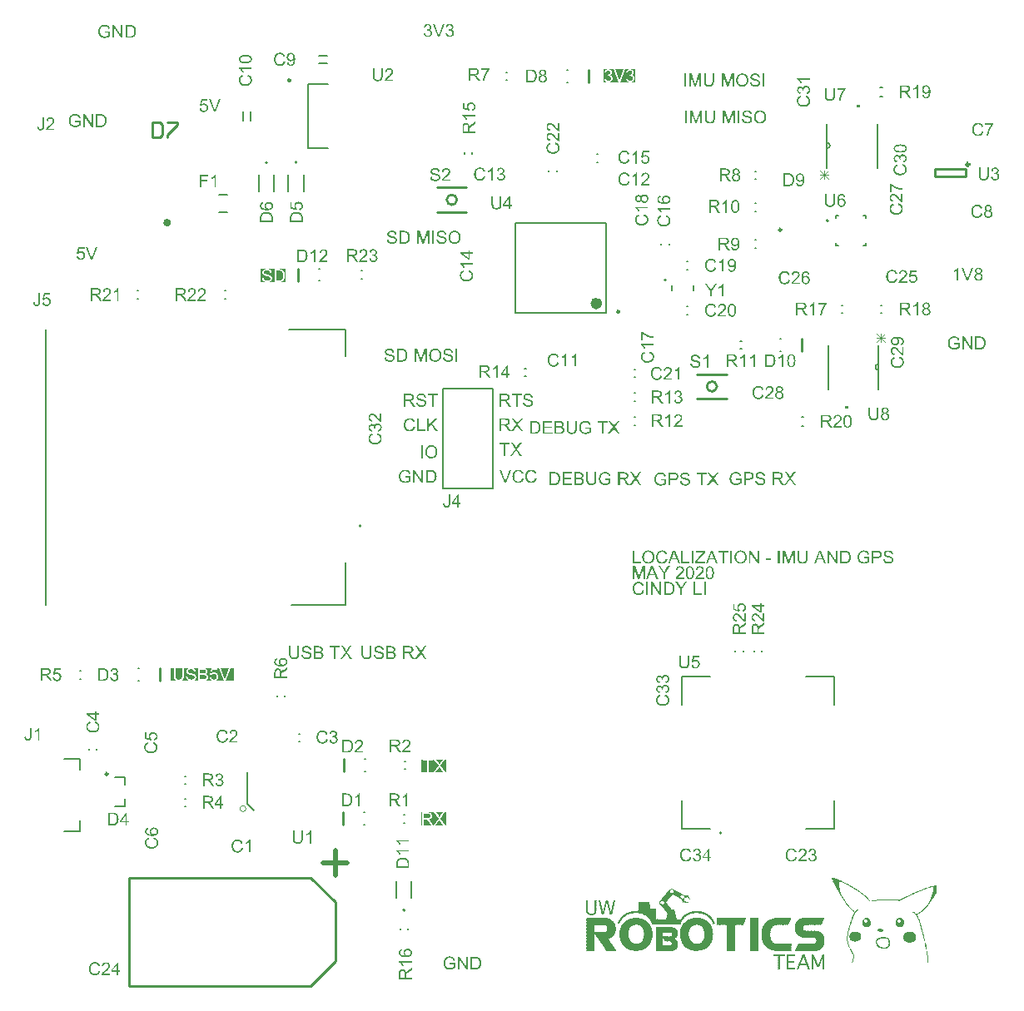
<source format=gto>
G04*
G04 #@! TF.GenerationSoftware,Altium Limited,Altium Designer,20.1.7 (139)*
G04*
G04 Layer_Color=65535*
%FSAX25Y25*%
%MOIN*%
G70*
G04*
G04 #@! TF.SameCoordinates,DA313D72-2D91-44CA-A48C-88C92DA8F196*
G04*
G04*
G04 #@! TF.FilePolarity,Positive*
G04*
G01*
G75*
%ADD10C,0.00000*%
%ADD11C,0.01500*%
%ADD12C,0.00984*%
%ADD13C,0.00787*%
%ADD14C,0.01181*%
%ADD15C,0.02362*%
%ADD16C,0.00600*%
%ADD17C,0.00500*%
%ADD18C,0.01000*%
%ADD19C,0.02000*%
%ADD20C,0.00300*%
G36*
X0336194Y0356814D02*
X0334694D01*
Y0357814D01*
X0336194D01*
Y0356814D01*
D02*
G37*
G36*
X0331576Y0236266D02*
X0330076D01*
Y0237266D01*
X0331576D01*
Y0236266D01*
D02*
G37*
G36*
X0261091Y0043665D02*
X0261157D01*
Y0043599D01*
X0261354D01*
Y0043533D01*
X0261420D01*
Y0043467D01*
X0261618D01*
Y0043401D01*
X0261684D01*
Y0043335D01*
X0261750D01*
Y0043269D01*
X0261816D01*
Y0043203D01*
X0262014D01*
Y0043137D01*
X0262080D01*
Y0043071D01*
X0262278D01*
Y0043005D01*
X0262344D01*
Y0042939D01*
X0262542D01*
Y0042873D01*
X0262608D01*
Y0042807D01*
X0262806D01*
Y0042742D01*
X0262872D01*
Y0042676D01*
X0263070D01*
Y0042610D01*
X0263136D01*
Y0042544D01*
X0263201D01*
Y0042478D01*
X0263267D01*
Y0042412D01*
X0263333D01*
Y0042478D01*
X0263399D01*
Y0042412D01*
X0263465D01*
Y0042346D01*
X0263531D01*
Y0042280D01*
X0263729D01*
Y0042214D01*
X0263795D01*
Y0042148D01*
X0263993D01*
Y0042082D01*
X0264059D01*
Y0042016D01*
X0264257D01*
Y0041950D01*
X0264323D01*
Y0041884D01*
X0264521D01*
Y0041818D01*
X0264587D01*
Y0041752D01*
X0264719D01*
Y0041686D01*
Y0041620D01*
X0264785D01*
Y0041686D01*
X0264851D01*
Y0041620D01*
X0264917D01*
Y0041554D01*
X0264983D01*
Y0041620D01*
X0265049D01*
Y0041554D01*
X0265114D01*
Y0041488D01*
X0265180D01*
Y0041422D01*
X0265246D01*
Y0041356D01*
X0265444D01*
Y0041290D01*
X0265510D01*
Y0041224D01*
X0265708D01*
Y0041158D01*
X0265774D01*
Y0041092D01*
X0265972D01*
Y0041026D01*
X0265906D01*
Y0040960D01*
X0265972D01*
Y0040894D01*
X0266038D01*
Y0040960D01*
X0266500D01*
Y0041026D01*
X0266566D01*
Y0040960D01*
X0266632D01*
Y0041026D01*
X0266698D01*
Y0040960D01*
X0266764D01*
Y0041026D01*
X0266830D01*
Y0040960D01*
X0266896D01*
Y0041026D01*
X0266962D01*
Y0040960D01*
X0267027D01*
Y0041026D01*
X0267093D01*
Y0041092D01*
X0267159D01*
Y0041026D01*
X0267225D01*
Y0041092D01*
X0267291D01*
Y0041026D01*
X0267357D01*
Y0040960D01*
X0267423D01*
Y0040894D01*
X0267489D01*
Y0040828D01*
Y0040762D01*
Y0040697D01*
X0267555D01*
Y0040631D01*
Y0040565D01*
Y0040499D01*
X0267621D01*
Y0040433D01*
X0267687D01*
Y0040367D01*
X0267621D01*
Y0040301D01*
X0267687D01*
Y0040235D01*
X0267753D01*
Y0040169D01*
X0267819D01*
Y0040103D01*
X0267753D01*
Y0040037D01*
X0267819D01*
Y0039971D01*
X0267885D01*
Y0039905D01*
Y0039839D01*
Y0039773D01*
X0267951D01*
Y0039707D01*
X0268017D01*
Y0039641D01*
X0267951D01*
Y0039575D01*
X0268017D01*
Y0039509D01*
X0268083D01*
Y0039443D01*
X0268017D01*
Y0039377D01*
X0268083D01*
Y0039311D01*
X0268149D01*
Y0039245D01*
X0268215D01*
Y0039179D01*
X0268149D01*
Y0039113D01*
X0268215D01*
Y0039047D01*
X0268149D01*
Y0039113D01*
X0268083D01*
Y0039179D01*
X0268017D01*
Y0039245D01*
Y0039311D01*
X0267885D01*
Y0039377D01*
Y0039443D01*
X0267819D01*
Y0039509D01*
Y0039575D01*
X0267753D01*
Y0039641D01*
X0267687D01*
Y0039707D01*
X0267621D01*
Y0039773D01*
X0267555D01*
Y0039839D01*
X0267489D01*
Y0039905D01*
X0267423D01*
Y0039971D01*
X0267357D01*
Y0040037D01*
X0267291D01*
Y0040103D01*
X0267225D01*
Y0040169D01*
X0267291D01*
Y0040235D01*
X0267093D01*
Y0040301D01*
X0267159D01*
Y0040367D01*
X0266830D01*
Y0040301D01*
X0266764D01*
Y0040235D01*
X0266566D01*
Y0040169D01*
X0266500D01*
Y0040235D01*
X0266434D01*
Y0040169D01*
X0266368D01*
Y0040103D01*
X0266170D01*
Y0040037D01*
X0266104D01*
Y0039971D01*
X0265906D01*
Y0039905D01*
Y0039839D01*
Y0039773D01*
Y0039707D01*
Y0039641D01*
X0265840D01*
Y0039575D01*
Y0039509D01*
Y0039443D01*
Y0039377D01*
Y0039311D01*
X0265774D01*
Y0039245D01*
X0265840D01*
Y0039179D01*
X0265774D01*
Y0039113D01*
X0265840D01*
Y0039047D01*
X0265774D01*
Y0038982D01*
X0265840D01*
Y0038916D01*
X0265774D01*
Y0038849D01*
Y0038784D01*
Y0038718D01*
X0266104D01*
Y0038652D01*
X0266302D01*
Y0038586D01*
X0266500D01*
Y0038520D01*
X0266566D01*
Y0038586D01*
X0266632D01*
Y0038520D01*
X0266698D01*
Y0038454D01*
X0266764D01*
Y0038520D01*
X0266830D01*
Y0038454D01*
X0267027D01*
Y0038388D01*
X0267093D01*
Y0038454D01*
X0267159D01*
Y0038388D01*
X0267225D01*
Y0038322D01*
X0267423D01*
Y0038256D01*
X0266038D01*
Y0038322D01*
X0265972D01*
Y0038256D01*
X0265906D01*
Y0038322D01*
X0265840D01*
Y0038256D01*
X0265774D01*
Y0038322D01*
X0265708D01*
Y0038256D01*
X0265642D01*
Y0038322D01*
X0265576D01*
Y0038256D01*
X0265510D01*
Y0038322D01*
X0265444D01*
Y0038256D01*
X0265378D01*
Y0038322D01*
X0265312D01*
Y0038256D01*
X0265246D01*
Y0038322D01*
X0265180D01*
Y0038388D01*
X0265114D01*
Y0038454D01*
Y0038520D01*
X0265049D01*
Y0038586D01*
Y0038652D01*
X0264983D01*
Y0038718D01*
X0265049D01*
Y0038784D01*
X0264983D01*
Y0038849D01*
X0264917D01*
Y0038916D01*
X0264851D01*
Y0038982D01*
X0264917D01*
Y0039047D01*
X0264851D01*
Y0039113D01*
X0264785D01*
Y0039179D01*
X0264719D01*
Y0039245D01*
X0264785D01*
Y0039311D01*
X0264719D01*
Y0039377D01*
Y0039443D01*
X0264653D01*
Y0039509D01*
Y0039575D01*
X0264455D01*
Y0039641D01*
X0264389D01*
Y0039707D01*
X0264191D01*
Y0039773D01*
X0264125D01*
Y0039839D01*
X0263927D01*
Y0039905D01*
X0263861D01*
Y0039971D01*
X0263663D01*
Y0040037D01*
X0263597D01*
Y0040103D01*
X0263531D01*
Y0040169D01*
X0263399D01*
Y0040235D01*
X0263267D01*
Y0040301D01*
X0263201D01*
Y0040367D01*
X0263004D01*
Y0040433D01*
X0262938D01*
Y0040499D01*
X0262740D01*
Y0040565D01*
X0262674D01*
Y0040631D01*
X0262476D01*
Y0040697D01*
X0262410D01*
Y0040762D01*
X0262344D01*
Y0040828D01*
X0262278D01*
Y0040894D01*
X0262080D01*
Y0040960D01*
X0262014D01*
Y0041026D01*
X0261816D01*
Y0041092D01*
X0261750D01*
Y0041158D01*
X0261552D01*
Y0041224D01*
X0261486D01*
Y0041290D01*
X0261288D01*
Y0041356D01*
X0261223D01*
Y0041422D01*
X0261025D01*
Y0041356D01*
X0261091D01*
Y0041290D01*
X0260959D01*
Y0041224D01*
Y0041158D01*
X0260893D01*
Y0041092D01*
X0260827D01*
Y0041026D01*
X0260761D01*
Y0040960D01*
X0260695D01*
Y0040894D01*
X0260629D01*
Y0040828D01*
Y0040762D01*
X0260563D01*
Y0040697D01*
X0260497D01*
Y0040631D01*
X0260431D01*
Y0040565D01*
Y0040499D01*
X0260365D01*
Y0040433D01*
X0260299D01*
Y0040367D01*
X0260233D01*
Y0040301D01*
X0260167D01*
Y0040235D01*
X0260101D01*
Y0040169D01*
X0260035D01*
Y0040103D01*
X0259969D01*
Y0040037D01*
X0259903D01*
Y0039971D01*
X0259837D01*
Y0039905D01*
X0259771D01*
Y0039839D01*
X0259705D01*
Y0039773D01*
X0259639D01*
Y0039707D01*
X0259573D01*
Y0039641D01*
Y0039575D01*
X0259441D01*
Y0039509D01*
X0259507D01*
Y0039443D01*
X0259310D01*
Y0039377D01*
X0259376D01*
Y0039311D01*
X0259244D01*
Y0039245D01*
Y0039179D01*
X0259178D01*
Y0039113D01*
X0259112D01*
Y0039047D01*
X0259046D01*
Y0038982D01*
X0258980D01*
Y0038916D01*
X0258914D01*
Y0038849D01*
Y0038784D01*
X0258848D01*
Y0038718D01*
Y0038652D01*
X0258782D01*
Y0038586D01*
X0258716D01*
Y0038520D01*
X0258650D01*
Y0038454D01*
X0258584D01*
Y0038388D01*
X0258518D01*
Y0038322D01*
X0258452D01*
Y0038256D01*
X0258386D01*
Y0038190D01*
X0258452D01*
Y0038124D01*
X0258518D01*
Y0038058D01*
X0258584D01*
Y0037992D01*
X0258650D01*
Y0037926D01*
X0258716D01*
Y0037860D01*
X0258782D01*
Y0037794D01*
X0258848D01*
Y0037728D01*
Y0037662D01*
X0258980D01*
Y0037596D01*
X0258914D01*
Y0037530D01*
X0258980D01*
Y0037464D01*
X0259046D01*
Y0037398D01*
X0259112D01*
Y0037332D01*
X0259178D01*
Y0037266D01*
X0259244D01*
Y0037200D01*
X0259310D01*
Y0037134D01*
X0259376D01*
Y0037069D01*
X0259441D01*
Y0037003D01*
X0259507D01*
Y0036937D01*
X0259441D01*
Y0036871D01*
X0259573D01*
Y0036805D01*
Y0036739D01*
X0259639D01*
Y0036673D01*
X0259705D01*
Y0036607D01*
X0259771D01*
Y0036541D01*
X0259837D01*
Y0036475D01*
X0259903D01*
Y0036409D01*
X0259969D01*
Y0036343D01*
X0260035D01*
Y0036277D01*
Y0036211D01*
X0260167D01*
Y0036145D01*
X0260101D01*
Y0036079D01*
X0260167D01*
Y0036013D01*
X0260233D01*
Y0035947D01*
X0260299D01*
Y0035881D01*
X0260365D01*
Y0035815D01*
X0260431D01*
Y0035749D01*
X0260497D01*
Y0035683D01*
X0260563D01*
Y0035617D01*
X0260497D01*
Y0035551D01*
X0260695D01*
Y0035485D01*
Y0035419D01*
X0260761D01*
Y0035353D01*
Y0035287D01*
X0260827D01*
Y0035353D01*
X0260893D01*
Y0035287D01*
X0260959D01*
Y0035353D01*
X0261025D01*
Y0035287D01*
X0261091D01*
Y0035353D01*
X0261157D01*
Y0035287D01*
X0261223D01*
Y0035353D01*
X0261288D01*
Y0035287D01*
X0261354D01*
Y0035353D01*
X0261420D01*
Y0035287D01*
X0261486D01*
Y0035353D01*
X0261552D01*
Y0035287D01*
X0261618D01*
Y0035353D01*
X0261684D01*
Y0035287D01*
X0261750D01*
Y0035221D01*
X0261816D01*
Y0035155D01*
Y0035089D01*
Y0035024D01*
X0261882D01*
Y0034958D01*
Y0034892D01*
Y0034826D01*
Y0034760D01*
X0261948D01*
Y0034694D01*
Y0034628D01*
X0262014D01*
Y0034562D01*
X0261948D01*
Y0034496D01*
X0262014D01*
Y0034430D01*
X0261948D01*
Y0034364D01*
X0262014D01*
Y0034298D01*
X0262080D01*
Y0034232D01*
Y0034166D01*
Y0034100D01*
X0262146D01*
Y0034034D01*
X0262080D01*
Y0033968D01*
X0262146D01*
Y0033902D01*
Y0033836D01*
Y0033770D01*
X0262212D01*
Y0033704D01*
Y0033638D01*
Y0033572D01*
X0262278D01*
Y0033506D01*
X0262212D01*
Y0033440D01*
X0262278D01*
Y0033374D01*
Y0033309D01*
Y0033242D01*
X0262344D01*
Y0033176D01*
X0262410D01*
Y0033111D01*
X0262344D01*
Y0033045D01*
X0262410D01*
Y0032979D01*
X0262344D01*
Y0032913D01*
X0262410D01*
Y0032847D01*
Y0032781D01*
Y0032715D01*
X0262476D01*
Y0032649D01*
Y0032583D01*
Y0032517D01*
X0262542D01*
Y0032451D01*
X0262476D01*
Y0032385D01*
X0262542D01*
Y0032319D01*
Y0032253D01*
Y0032187D01*
X0262608D01*
Y0032121D01*
X0262674D01*
Y0032055D01*
X0262608D01*
Y0031989D01*
X0262674D01*
Y0031923D01*
X0262608D01*
Y0031857D01*
X0262674D01*
Y0031791D01*
X0262740D01*
Y0031725D01*
X0262674D01*
Y0031659D01*
X0262740D01*
Y0031593D01*
X0262806D01*
Y0031527D01*
X0262872D01*
Y0031593D01*
X0262938D01*
Y0031527D01*
X0263004D01*
Y0031593D01*
X0263070D01*
Y0031527D01*
X0263136D01*
Y0031593D01*
X0263201D01*
Y0031527D01*
X0263267D01*
Y0031593D01*
X0263333D01*
Y0031527D01*
X0263399D01*
Y0031593D01*
X0263465D01*
Y0031527D01*
X0263531D01*
Y0031593D01*
X0263597D01*
Y0031527D01*
X0263663D01*
Y0031593D01*
X0263729D01*
Y0031527D01*
X0263795D01*
Y0031593D01*
X0263861D01*
Y0031527D01*
X0263927D01*
Y0031593D01*
X0263993D01*
Y0031527D01*
X0264191D01*
Y0031593D01*
X0264257D01*
Y0031527D01*
X0264323D01*
Y0031593D01*
X0264389D01*
Y0031659D01*
X0264455D01*
Y0031725D01*
X0264521D01*
Y0031791D01*
X0264455D01*
Y0031857D01*
X0264587D01*
Y0031923D01*
Y0031989D01*
X0264653D01*
Y0032055D01*
X0264719D01*
Y0032121D01*
X0264785D01*
Y0032187D01*
X0264851D01*
Y0032253D01*
X0264917D01*
Y0032319D01*
X0264983D01*
Y0032385D01*
X0265049D01*
Y0032451D01*
X0265114D01*
Y0032517D01*
X0265180D01*
Y0032583D01*
Y0032649D01*
X0265312D01*
Y0032715D01*
Y0032781D01*
X0265444D01*
Y0032847D01*
Y0032913D01*
X0265576D01*
Y0032979D01*
X0265642D01*
Y0033045D01*
X0265708D01*
Y0033111D01*
X0265774D01*
Y0033176D01*
X0265840D01*
Y0033242D01*
X0265906D01*
Y0033309D01*
X0265972D01*
Y0033374D01*
X0266038D01*
Y0033440D01*
X0266236D01*
Y0033506D01*
X0266302D01*
Y0033572D01*
X0266368D01*
Y0033638D01*
X0266434D01*
Y0033704D01*
X0266632D01*
Y0033770D01*
X0266698D01*
Y0033836D01*
X0266896D01*
Y0033902D01*
X0266962D01*
Y0033968D01*
X0267159D01*
Y0034034D01*
X0267225D01*
Y0034100D01*
X0267423D01*
Y0034166D01*
X0267489D01*
Y0034232D01*
X0267687D01*
Y0034298D01*
X0267753D01*
Y0034364D01*
X0267819D01*
Y0034298D01*
X0267885D01*
Y0034364D01*
X0267951D01*
Y0034430D01*
X0268017D01*
Y0034364D01*
X0268083D01*
Y0034430D01*
X0268149D01*
Y0034496D01*
X0268215D01*
Y0034430D01*
X0268281D01*
Y0034496D01*
X0268479D01*
Y0034562D01*
X0268545D01*
Y0034496D01*
X0268611D01*
Y0034562D01*
X0268677D01*
Y0034628D01*
X0268743D01*
Y0034562D01*
X0268809D01*
Y0034628D01*
X0269006D01*
Y0034694D01*
X0269072D01*
Y0034628D01*
X0269138D01*
Y0034694D01*
X0269204D01*
Y0034760D01*
X0269270D01*
Y0034694D01*
X0269336D01*
Y0034760D01*
X0269402D01*
Y0034694D01*
X0269468D01*
Y0034760D01*
X0270194D01*
Y0034826D01*
X0270260D01*
Y0034760D01*
X0270458D01*
Y0034826D01*
X0270524D01*
Y0034760D01*
X0270590D01*
Y0034826D01*
X0270656D01*
Y0034760D01*
X0270722D01*
Y0034826D01*
X0270788D01*
Y0034760D01*
X0270853D01*
Y0034826D01*
X0270919D01*
Y0034760D01*
X0270985D01*
Y0034826D01*
X0271051D01*
Y0034760D01*
X0271249D01*
Y0034826D01*
X0271315D01*
Y0034760D01*
X0271909D01*
Y0034694D01*
X0271975D01*
Y0034760D01*
X0272041D01*
Y0034694D01*
X0272107D01*
Y0034760D01*
X0272173D01*
Y0034694D01*
X0272239D01*
Y0034628D01*
X0272305D01*
Y0034694D01*
X0272371D01*
Y0034628D01*
X0272701D01*
Y0034562D01*
X0272766D01*
Y0034496D01*
X0272832D01*
Y0034562D01*
X0272898D01*
Y0034496D01*
X0273096D01*
Y0034430D01*
X0273162D01*
Y0034496D01*
X0273228D01*
Y0034430D01*
X0273294D01*
Y0034364D01*
X0273360D01*
Y0034430D01*
X0273426D01*
Y0034364D01*
X0273624D01*
Y0034298D01*
X0273690D01*
Y0034232D01*
X0273888D01*
Y0034166D01*
X0273954D01*
Y0034232D01*
X0274020D01*
Y0034166D01*
X0274086D01*
Y0034100D01*
X0274284D01*
Y0034034D01*
X0274350D01*
Y0033968D01*
X0274548D01*
Y0033902D01*
X0274613D01*
Y0033836D01*
X0274745D01*
Y0033770D01*
Y0033704D01*
X0274811D01*
Y0033770D01*
X0274877D01*
Y0033704D01*
X0274943D01*
Y0033638D01*
X0275009D01*
Y0033572D01*
X0275207D01*
Y0033506D01*
X0275273D01*
Y0033440D01*
X0275339D01*
Y0033374D01*
X0275405D01*
Y0033309D01*
X0275537D01*
Y0033242D01*
Y0033176D01*
X0275735D01*
Y0033111D01*
X0275801D01*
Y0033045D01*
X0275867D01*
Y0032979D01*
X0275933D01*
Y0032913D01*
X0275999D01*
Y0032847D01*
X0276065D01*
Y0032781D01*
X0276131D01*
Y0032715D01*
X0276197D01*
Y0032649D01*
X0276263D01*
Y0032583D01*
X0276329D01*
Y0032517D01*
X0276395D01*
Y0032451D01*
X0276461D01*
Y0032385D01*
X0276526D01*
Y0032319D01*
X0276592D01*
Y0032253D01*
X0276658D01*
Y0032187D01*
Y0032121D01*
X0276790D01*
Y0032055D01*
Y0031989D01*
X0276856D01*
Y0031923D01*
Y0031857D01*
X0276922D01*
Y0031791D01*
X0276988D01*
Y0031725D01*
X0277054D01*
Y0031659D01*
X0277120D01*
Y0031593D01*
X0277186D01*
Y0031527D01*
Y0031462D01*
Y0031396D01*
X0277252D01*
Y0031330D01*
X0277318D01*
Y0031264D01*
X0277384D01*
Y0031198D01*
Y0031132D01*
Y0031066D01*
X0277450D01*
Y0031000D01*
X0277516D01*
Y0030934D01*
X0277582D01*
Y0030868D01*
X0277516D01*
Y0030802D01*
X0277582D01*
Y0030736D01*
X0277648D01*
Y0030670D01*
X0277714D01*
Y0030604D01*
X0277648D01*
Y0030538D01*
X0277714D01*
Y0030472D01*
X0277780D01*
Y0030406D01*
X0277846D01*
Y0030340D01*
X0277780D01*
Y0030274D01*
X0277846D01*
Y0030208D01*
X0277912D01*
Y0030142D01*
Y0030076D01*
Y0030010D01*
X0277978D01*
Y0029944D01*
Y0029878D01*
Y0029812D01*
X0278044D01*
Y0029746D01*
X0277978D01*
Y0029680D01*
X0277780D01*
Y0029614D01*
X0277582D01*
Y0029548D01*
X0277516D01*
Y0029614D01*
X0277450D01*
Y0029548D01*
X0277252D01*
Y0029614D01*
Y0029680D01*
Y0029746D01*
X0277186D01*
Y0029812D01*
X0277120D01*
Y0029878D01*
X0277186D01*
Y0029944D01*
X0277120D01*
Y0030010D01*
X0277054D01*
Y0030076D01*
X0276988D01*
Y0030142D01*
X0277054D01*
Y0030208D01*
X0276988D01*
Y0030274D01*
Y0030340D01*
X0276922D01*
Y0030406D01*
Y0030472D01*
X0276856D01*
Y0030538D01*
X0276790D01*
Y0030604D01*
X0276724D01*
Y0030670D01*
X0276790D01*
Y0030736D01*
X0276724D01*
Y0030802D01*
X0276658D01*
Y0030868D01*
X0276592D01*
Y0030934D01*
Y0031000D01*
X0276526D01*
Y0031066D01*
Y0031132D01*
X0276461D01*
Y0031198D01*
X0276395D01*
Y0031264D01*
X0276329D01*
Y0031330D01*
X0276263D01*
Y0031396D01*
X0276197D01*
Y0031462D01*
X0276263D01*
Y0031527D01*
X0276131D01*
Y0031593D01*
Y0031659D01*
X0276065D01*
Y0031725D01*
X0275999D01*
Y0031791D01*
X0275933D01*
Y0031857D01*
X0275867D01*
Y0031923D01*
X0275801D01*
Y0031989D01*
X0275735D01*
Y0032055D01*
X0275669D01*
Y0032121D01*
X0275603D01*
Y0032187D01*
X0275537D01*
Y0032253D01*
X0275471D01*
Y0032319D01*
X0275405D01*
Y0032385D01*
X0275339D01*
Y0032451D01*
X0275273D01*
Y0032517D01*
X0275207D01*
Y0032583D01*
X0275009D01*
Y0032649D01*
X0274943D01*
Y0032715D01*
X0274877D01*
Y0032781D01*
X0274811D01*
Y0032847D01*
X0274745D01*
Y0032913D01*
X0274679D01*
Y0032979D01*
X0274482D01*
Y0033045D01*
X0274416D01*
Y0033111D01*
X0274218D01*
Y0033176D01*
X0274152D01*
Y0033242D01*
X0274086D01*
Y0033309D01*
X0273888D01*
Y0033374D01*
X0273690D01*
Y0033440D01*
X0273624D01*
Y0033506D01*
X0273426D01*
Y0033572D01*
X0273360D01*
Y0033638D01*
X0273294D01*
Y0033572D01*
X0273228D01*
Y0033638D01*
X0273030D01*
Y0033704D01*
X0272964D01*
Y0033770D01*
X0272898D01*
Y0033704D01*
X0272964D01*
Y0033638D01*
X0272898D01*
Y0033704D01*
X0272832D01*
Y0033770D01*
X0272635D01*
Y0033836D01*
X0272569D01*
Y0033770D01*
X0272503D01*
Y0033836D01*
X0272305D01*
Y0033902D01*
X0272239D01*
Y0033836D01*
X0272173D01*
Y0033902D01*
X0271843D01*
Y0033968D01*
X0271777D01*
Y0033902D01*
X0271711D01*
Y0033968D01*
X0271645D01*
Y0033902D01*
X0271579D01*
Y0033968D01*
X0271513D01*
Y0034034D01*
X0271447D01*
Y0033968D01*
X0271381D01*
Y0034034D01*
X0271315D01*
Y0033968D01*
X0271249D01*
Y0034034D01*
X0271183D01*
Y0033968D01*
X0271117D01*
Y0034034D01*
X0271051D01*
Y0033968D01*
X0270985D01*
Y0034034D01*
X0270919D01*
Y0033968D01*
X0270853D01*
Y0034034D01*
X0270788D01*
Y0033968D01*
X0270722D01*
Y0034034D01*
X0270524D01*
Y0033968D01*
X0270458D01*
Y0034034D01*
X0270392D01*
Y0033968D01*
X0270326D01*
Y0034034D01*
X0270260D01*
Y0033968D01*
X0270194D01*
Y0034034D01*
X0270128D01*
Y0033968D01*
X0270062D01*
Y0034034D01*
X0269996D01*
Y0033968D01*
X0269798D01*
Y0033902D01*
X0269732D01*
Y0033968D01*
X0269666D01*
Y0033902D01*
X0269072D01*
Y0033836D01*
X0268875D01*
Y0033770D01*
X0268809D01*
Y0033836D01*
X0268743D01*
Y0033770D01*
X0268545D01*
Y0033704D01*
X0268479D01*
Y0033638D01*
X0268413D01*
Y0033704D01*
X0268347D01*
Y0033638D01*
X0268149D01*
Y0033572D01*
X0268083D01*
Y0033506D01*
X0268017D01*
Y0033572D01*
X0267951D01*
Y0033506D01*
X0267753D01*
Y0033440D01*
X0267687D01*
Y0033374D01*
X0267489D01*
Y0033309D01*
X0267423D01*
Y0033242D01*
X0267225D01*
Y0033176D01*
X0267159D01*
Y0033111D01*
X0266962D01*
Y0033045D01*
X0266896D01*
Y0032979D01*
X0266830D01*
Y0032913D01*
X0266764D01*
Y0032847D01*
X0266566D01*
Y0032781D01*
Y0032715D01*
X0266434D01*
Y0032649D01*
X0266368D01*
Y0032583D01*
X0266302D01*
Y0032517D01*
X0266236D01*
Y0032451D01*
X0266038D01*
Y0032385D01*
X0266104D01*
Y0032319D01*
X0265906D01*
Y0032253D01*
X0265972D01*
Y0032187D01*
X0265774D01*
Y0032121D01*
X0265840D01*
Y0032055D01*
X0265642D01*
Y0031989D01*
X0265708D01*
Y0031923D01*
X0265510D01*
Y0031857D01*
X0265576D01*
Y0031791D01*
X0265510D01*
Y0031725D01*
X0265444D01*
Y0031659D01*
X0265378D01*
Y0031593D01*
X0265312D01*
Y0031527D01*
X0265246D01*
Y0031462D01*
X0265180D01*
Y0031396D01*
X0265114D01*
Y0031330D01*
Y0031264D01*
Y0031198D01*
X0265049D01*
Y0031132D01*
X0264983D01*
Y0031066D01*
X0264917D01*
Y0031000D01*
X0264851D01*
Y0030934D01*
Y0030868D01*
X0264785D01*
Y0030802D01*
Y0030736D01*
X0264719D01*
Y0030670D01*
Y0030604D01*
X0264653D01*
Y0030538D01*
Y0030472D01*
X0264587D01*
Y0030406D01*
X0264521D01*
Y0030340D01*
X0264455D01*
Y0030274D01*
X0264521D01*
Y0030208D01*
X0264455D01*
Y0030142D01*
Y0030076D01*
X0264389D01*
Y0030010D01*
Y0029944D01*
X0264323D01*
Y0029878D01*
Y0029812D01*
Y0029746D01*
X0264257D01*
Y0029680D01*
Y0029614D01*
Y0029548D01*
X0264191D01*
Y0029482D01*
X0264125D01*
Y0029548D01*
X0264059D01*
Y0029482D01*
X0263993D01*
Y0029548D01*
X0263927D01*
Y0029482D01*
X0263861D01*
Y0029548D01*
X0263795D01*
Y0029482D01*
X0263729D01*
Y0029548D01*
X0263663D01*
Y0029482D01*
X0263597D01*
Y0029548D01*
X0263531D01*
Y0029482D01*
X0263465D01*
Y0029548D01*
X0263399D01*
Y0029482D01*
X0263333D01*
Y0029548D01*
X0263267D01*
Y0029482D01*
X0263201D01*
Y0029548D01*
X0263136D01*
Y0029482D01*
X0263070D01*
Y0029548D01*
X0263004D01*
Y0029482D01*
X0262938D01*
Y0029548D01*
X0262872D01*
Y0029482D01*
X0262806D01*
Y0029548D01*
X0262740D01*
Y0029482D01*
X0262674D01*
Y0029548D01*
X0262608D01*
Y0029482D01*
X0262542D01*
Y0029548D01*
X0262476D01*
Y0029482D01*
X0262410D01*
Y0029548D01*
X0262344D01*
Y0029482D01*
X0262278D01*
Y0029548D01*
X0262212D01*
Y0029482D01*
X0262146D01*
Y0029548D01*
X0262080D01*
Y0029482D01*
X0262014D01*
Y0029548D01*
X0261948D01*
Y0029482D01*
X0261882D01*
Y0029548D01*
X0261816D01*
Y0029482D01*
X0261750D01*
Y0029548D01*
X0261684D01*
Y0029482D01*
X0261618D01*
Y0029548D01*
X0261552D01*
Y0029482D01*
X0261486D01*
Y0029548D01*
X0261420D01*
Y0029482D01*
X0261354D01*
Y0029548D01*
X0261288D01*
Y0029482D01*
X0261223D01*
Y0029548D01*
X0261157D01*
Y0029482D01*
X0261091D01*
Y0029548D01*
X0261025D01*
Y0029482D01*
X0260959D01*
Y0029548D01*
X0260893D01*
Y0029482D01*
X0260827D01*
Y0029548D01*
X0260761D01*
Y0029482D01*
X0260695D01*
Y0029548D01*
X0260629D01*
Y0029482D01*
X0260563D01*
Y0029548D01*
X0260497D01*
Y0029482D01*
X0260431D01*
Y0029548D01*
X0260365D01*
Y0029482D01*
X0260299D01*
Y0029548D01*
X0260233D01*
Y0029482D01*
X0260167D01*
Y0029548D01*
X0260101D01*
Y0029482D01*
X0260035D01*
Y0029548D01*
X0259969D01*
Y0029482D01*
X0259903D01*
Y0029548D01*
X0259837D01*
Y0029482D01*
X0259771D01*
Y0029548D01*
X0259705D01*
Y0029482D01*
X0259639D01*
Y0029548D01*
X0259573D01*
Y0029482D01*
X0259507D01*
Y0029548D01*
X0259441D01*
Y0029482D01*
X0259376D01*
Y0029548D01*
X0259310D01*
Y0029482D01*
X0259244D01*
Y0029548D01*
X0259178D01*
Y0029482D01*
X0259112D01*
Y0029548D01*
X0259046D01*
Y0029482D01*
X0258980D01*
Y0029548D01*
X0258914D01*
Y0029482D01*
X0258848D01*
Y0029548D01*
X0258650D01*
Y0029482D01*
X0258584D01*
Y0029548D01*
X0258518D01*
Y0029482D01*
X0258452D01*
Y0029548D01*
X0258386D01*
Y0029482D01*
X0258320D01*
Y0029548D01*
X0258122D01*
Y0029482D01*
X0258056D01*
Y0029548D01*
X0257990D01*
Y0029482D01*
X0257924D01*
Y0029548D01*
X0257858D01*
Y0029482D01*
X0257792D01*
Y0029548D01*
X0257594D01*
Y0029482D01*
X0257528D01*
Y0029548D01*
X0257067D01*
Y0029482D01*
X0257001D01*
Y0029548D01*
X0256539D01*
Y0029482D01*
X0256473D01*
Y0029548D01*
X0252845D01*
Y0029614D01*
X0252779D01*
Y0029680D01*
Y0029746D01*
Y0029812D01*
X0252713D01*
Y0029878D01*
X0252779D01*
Y0029944D01*
X0252713D01*
Y0030010D01*
X0252647D01*
Y0030076D01*
X0252581D01*
Y0030142D01*
X0252647D01*
Y0030208D01*
X0252581D01*
Y0030274D01*
X0252515D01*
Y0030340D01*
X0252449D01*
Y0030406D01*
X0252515D01*
Y0030472D01*
X0252449D01*
Y0030538D01*
X0252383D01*
Y0030604D01*
X0252317D01*
Y0030670D01*
Y0030736D01*
Y0030802D01*
X0252251D01*
Y0030868D01*
X0252185D01*
Y0030934D01*
X0252119D01*
Y0031000D01*
X0252053D01*
Y0031066D01*
X0252119D01*
Y0031132D01*
X0252053D01*
Y0031198D01*
X0251987D01*
Y0031264D01*
X0251922D01*
Y0031330D01*
X0251855D01*
Y0031396D01*
X0251789D01*
Y0031462D01*
Y0031527D01*
X0251724D01*
Y0031593D01*
Y0031659D01*
X0251658D01*
Y0031725D01*
X0251592D01*
Y0031791D01*
X0251526D01*
Y0031857D01*
X0251460D01*
Y0031923D01*
X0251394D01*
Y0031989D01*
X0251328D01*
Y0032055D01*
X0251262D01*
Y0032121D01*
X0251196D01*
Y0032187D01*
X0251130D01*
Y0032253D01*
X0251064D01*
Y0032319D01*
X0250998D01*
Y0032385D01*
X0250932D01*
Y0032451D01*
X0250866D01*
Y0032517D01*
X0250800D01*
Y0032583D01*
X0250668D01*
Y0032649D01*
X0250602D01*
Y0032715D01*
X0250470D01*
Y0032781D01*
X0250404D01*
Y0032847D01*
X0250338D01*
Y0032913D01*
X0250272D01*
Y0032979D01*
X0250074D01*
Y0033045D01*
X0250009D01*
Y0033111D01*
X0249942D01*
Y0033176D01*
X0249745D01*
Y0033242D01*
X0249679D01*
Y0033309D01*
X0249613D01*
Y0033374D01*
X0249547D01*
Y0033309D01*
X0249613D01*
Y0033242D01*
X0249547D01*
Y0033309D01*
X0249481D01*
Y0033374D01*
X0249415D01*
Y0033440D01*
X0249217D01*
Y0033506D01*
X0249019D01*
Y0033572D01*
X0248953D01*
Y0033638D01*
X0248623D01*
Y0033704D01*
X0248557D01*
Y0033770D01*
X0248491D01*
Y0033704D01*
X0248425D01*
Y0033770D01*
X0248227D01*
Y0033836D01*
X0248029D01*
Y0033902D01*
X0247964D01*
Y0033836D01*
X0247898D01*
Y0033902D01*
X0247568D01*
Y0033968D01*
X0247502D01*
Y0033902D01*
X0247436D01*
Y0033968D01*
X0247370D01*
Y0034034D01*
X0247304D01*
Y0033968D01*
X0247370D01*
Y0033902D01*
X0247304D01*
Y0033968D01*
X0247238D01*
Y0034034D01*
X0247172D01*
Y0033968D01*
X0247106D01*
Y0034034D01*
X0247040D01*
Y0033968D01*
X0246974D01*
Y0034034D01*
X0245721D01*
Y0033968D01*
X0245655D01*
Y0034034D01*
X0245589D01*
Y0033968D01*
X0245523D01*
Y0034034D01*
X0245457D01*
Y0033968D01*
X0245391D01*
Y0034034D01*
X0245325D01*
Y0033968D01*
X0245259D01*
Y0034034D01*
X0245193D01*
Y0033968D01*
X0245259D01*
Y0033902D01*
X0245193D01*
Y0033968D01*
X0245127D01*
Y0033902D01*
X0245061D01*
Y0033968D01*
X0244995D01*
Y0033902D01*
X0244533D01*
Y0033836D01*
X0244336D01*
Y0033770D01*
X0244138D01*
Y0033704D01*
X0244072D01*
Y0033770D01*
X0244006D01*
Y0033704D01*
X0243940D01*
Y0033638D01*
X0243874D01*
Y0033704D01*
X0243808D01*
Y0033638D01*
X0243742D01*
Y0033572D01*
X0243676D01*
Y0033638D01*
X0243610D01*
Y0033572D01*
X0243544D01*
Y0033506D01*
X0243346D01*
Y0033440D01*
X0243280D01*
Y0033374D01*
X0243214D01*
Y0033440D01*
X0243148D01*
Y0033374D01*
X0243082D01*
Y0033309D01*
X0243016D01*
Y0033374D01*
X0242950D01*
Y0033309D01*
X0243016D01*
Y0033242D01*
X0242950D01*
Y0033309D01*
X0242884D01*
Y0033242D01*
X0242818D01*
Y0033176D01*
X0242686D01*
Y0033111D01*
X0242554D01*
Y0033045D01*
X0242489D01*
Y0032979D01*
X0242290D01*
Y0032913D01*
X0242225D01*
Y0032847D01*
X0242159D01*
Y0032781D01*
X0242093D01*
Y0032715D01*
X0242027D01*
Y0032649D01*
X0241961D01*
Y0032583D01*
X0241763D01*
Y0032517D01*
X0241697D01*
Y0032451D01*
X0241631D01*
Y0032385D01*
X0241565D01*
Y0032319D01*
X0241499D01*
Y0032253D01*
X0241433D01*
Y0032187D01*
X0241367D01*
Y0032121D01*
X0241301D01*
Y0032055D01*
X0241235D01*
Y0031989D01*
X0241169D01*
Y0031923D01*
X0241103D01*
Y0031857D01*
Y0031791D01*
X0240971D01*
Y0031725D01*
Y0031659D01*
X0240905D01*
Y0031593D01*
Y0031527D01*
X0240839D01*
Y0031462D01*
X0240773D01*
Y0031396D01*
X0240707D01*
Y0031330D01*
X0240641D01*
Y0031264D01*
X0240576D01*
Y0031198D01*
X0240641D01*
Y0031132D01*
X0240510D01*
Y0031066D01*
Y0031000D01*
X0240443D01*
Y0030934D01*
X0240378D01*
Y0030868D01*
X0240312D01*
Y0030802D01*
X0240378D01*
Y0030736D01*
X0240312D01*
Y0030670D01*
X0240246D01*
Y0030604D01*
X0240180D01*
Y0030538D01*
X0240246D01*
Y0030472D01*
X0240180D01*
Y0030406D01*
X0240114D01*
Y0030340D01*
X0240048D01*
Y0030274D01*
Y0030208D01*
Y0030142D01*
X0239982D01*
Y0030076D01*
X0239916D01*
Y0030010D01*
X0239982D01*
Y0029944D01*
X0239916D01*
Y0029878D01*
X0239850D01*
Y0029812D01*
Y0029746D01*
Y0029680D01*
X0239784D01*
Y0029614D01*
X0239850D01*
Y0029548D01*
X0239652D01*
Y0029614D01*
X0239586D01*
Y0029548D01*
X0239520D01*
Y0029614D01*
X0239454D01*
Y0029680D01*
X0239124D01*
Y0029746D01*
X0239058D01*
Y0029812D01*
X0238992D01*
Y0029878D01*
X0239058D01*
Y0029944D01*
X0239124D01*
Y0030010D01*
X0239190D01*
Y0030076D01*
X0239124D01*
Y0030142D01*
X0239190D01*
Y0030208D01*
X0239124D01*
Y0030274D01*
X0239190D01*
Y0030340D01*
X0239256D01*
Y0030406D01*
X0239322D01*
Y0030472D01*
X0239256D01*
Y0030538D01*
X0239322D01*
Y0030604D01*
X0239388D01*
Y0030670D01*
Y0030736D01*
Y0030802D01*
X0239454D01*
Y0030868D01*
X0239520D01*
Y0030934D01*
X0239586D01*
Y0031000D01*
X0239520D01*
Y0031066D01*
X0239586D01*
Y0031132D01*
X0239652D01*
Y0031198D01*
X0239718D01*
Y0031264D01*
X0239652D01*
Y0031330D01*
X0239784D01*
Y0031396D01*
Y0031462D01*
X0239850D01*
Y0031527D01*
X0239916D01*
Y0031593D01*
X0239982D01*
Y0031659D01*
Y0031725D01*
Y0031791D01*
X0240048D01*
Y0031857D01*
X0240114D01*
Y0031923D01*
X0240180D01*
Y0031989D01*
X0240246D01*
Y0032055D01*
Y0032121D01*
X0240378D01*
Y0032187D01*
X0240312D01*
Y0032253D01*
X0240443D01*
Y0032319D01*
Y0032385D01*
X0240510D01*
Y0032451D01*
X0240576D01*
Y0032517D01*
X0240641D01*
Y0032583D01*
X0240707D01*
Y0032649D01*
X0240773D01*
Y0032715D01*
X0240839D01*
Y0032781D01*
X0240905D01*
Y0032847D01*
X0240971D01*
Y0032913D01*
X0241037D01*
Y0032979D01*
X0241103D01*
Y0033045D01*
X0241235D01*
Y0033111D01*
Y0033176D01*
X0241433D01*
Y0033242D01*
X0241499D01*
Y0033309D01*
X0241565D01*
Y0033374D01*
X0241631D01*
Y0033440D01*
X0241697D01*
Y0033506D01*
X0241763D01*
Y0033440D01*
X0241829D01*
Y0033506D01*
X0241763D01*
Y0033572D01*
X0241961D01*
Y0033638D01*
X0242027D01*
Y0033704D01*
X0242093D01*
Y0033770D01*
X0242159D01*
Y0033836D01*
X0242356D01*
Y0033902D01*
X0242423D01*
Y0033968D01*
X0242620D01*
Y0034034D01*
X0242686D01*
Y0034100D01*
X0242884D01*
Y0034166D01*
X0242950D01*
Y0034232D01*
X0243016D01*
Y0034166D01*
X0243082D01*
Y0034232D01*
X0243148D01*
Y0034298D01*
X0243214D01*
Y0034232D01*
X0243280D01*
Y0034298D01*
X0243346D01*
Y0034364D01*
X0243544D01*
Y0034430D01*
X0243610D01*
Y0034496D01*
X0243676D01*
Y0034430D01*
X0243742D01*
Y0034496D01*
X0243940D01*
Y0034562D01*
X0244006D01*
Y0034496D01*
X0244072D01*
Y0034562D01*
X0244138D01*
Y0034628D01*
X0244203D01*
Y0034562D01*
X0244269D01*
Y0034628D01*
X0244467D01*
Y0034694D01*
X0244533D01*
Y0034628D01*
X0244599D01*
Y0034694D01*
X0244665D01*
Y0034760D01*
X0244731D01*
Y0034694D01*
X0244929D01*
Y0034760D01*
X0245391D01*
Y0034826D01*
X0245457D01*
Y0034760D01*
X0245523D01*
Y0034826D01*
X0245589D01*
Y0034760D01*
X0245655D01*
Y0034826D01*
X0245721D01*
Y0034760D01*
X0245787D01*
Y0034826D01*
X0245985D01*
Y0034760D01*
X0246051D01*
Y0034826D01*
X0246249D01*
Y0034760D01*
X0246314D01*
Y0034826D01*
X0246512D01*
Y0034760D01*
X0246578D01*
Y0034826D01*
X0246776D01*
Y0034760D01*
X0246842D01*
Y0034826D01*
X0246908D01*
Y0034760D01*
X0246974D01*
Y0034826D01*
X0247040D01*
Y0034760D01*
X0247238D01*
Y0034826D01*
Y0034892D01*
Y0034958D01*
X0247304D01*
Y0035024D01*
X0247238D01*
Y0035089D01*
Y0035155D01*
Y0035221D01*
X0247304D01*
Y0035287D01*
X0247238D01*
Y0035353D01*
X0247304D01*
Y0035419D01*
Y0035485D01*
Y0035551D01*
Y0035617D01*
Y0035683D01*
Y0035749D01*
Y0035815D01*
Y0035881D01*
Y0035947D01*
Y0036013D01*
Y0036079D01*
X0247370D01*
Y0036145D01*
X0247304D01*
Y0036211D01*
Y0036277D01*
Y0036343D01*
Y0036409D01*
Y0036475D01*
Y0036541D01*
Y0036607D01*
X0247370D01*
Y0036673D01*
X0247304D01*
Y0036739D01*
X0247370D01*
Y0036805D01*
X0247304D01*
Y0036871D01*
X0247370D01*
Y0036937D01*
X0247304D01*
Y0037003D01*
X0247370D01*
Y0037069D01*
X0247304D01*
Y0037134D01*
X0247370D01*
Y0037200D01*
X0247304D01*
Y0037266D01*
X0247370D01*
Y0037332D01*
X0247304D01*
Y0037398D01*
X0247370D01*
Y0037464D01*
X0247304D01*
Y0037530D01*
X0247370D01*
Y0037596D01*
X0247304D01*
Y0037662D01*
X0247370D01*
Y0037728D01*
X0247304D01*
Y0037794D01*
X0247370D01*
Y0037860D01*
X0247304D01*
Y0037926D01*
X0247370D01*
Y0037992D01*
X0247304D01*
Y0038058D01*
X0247370D01*
Y0038124D01*
X0247304D01*
Y0038190D01*
X0247370D01*
Y0038256D01*
Y0038322D01*
Y0038388D01*
Y0038454D01*
Y0038520D01*
X0247436D01*
Y0038454D01*
X0247502D01*
Y0038520D01*
X0247568D01*
Y0038454D01*
X0247634D01*
Y0038520D01*
X0247700D01*
Y0038454D01*
X0247766D01*
Y0038520D01*
X0247832D01*
Y0038454D01*
X0247898D01*
Y0038520D01*
X0247964D01*
Y0038454D01*
X0248029D01*
Y0038520D01*
X0248095D01*
Y0038454D01*
X0248162D01*
Y0038520D01*
X0248227D01*
Y0038454D01*
X0248293D01*
Y0038520D01*
X0248359D01*
Y0038454D01*
X0248425D01*
Y0038520D01*
X0248491D01*
Y0038454D01*
X0248557D01*
Y0038520D01*
X0248623D01*
Y0038454D01*
X0248689D01*
Y0038520D01*
X0248755D01*
Y0038454D01*
X0248821D01*
Y0038520D01*
X0248887D01*
Y0038454D01*
X0248953D01*
Y0038520D01*
X0249019D01*
Y0038454D01*
X0249085D01*
Y0038520D01*
X0249151D01*
Y0038454D01*
X0249217D01*
Y0038520D01*
X0249283D01*
Y0038454D01*
X0249349D01*
Y0038520D01*
X0249415D01*
Y0038454D01*
X0249481D01*
Y0038520D01*
X0249547D01*
Y0038454D01*
X0249613D01*
Y0038520D01*
X0249679D01*
Y0038454D01*
X0249745D01*
Y0038520D01*
X0249811D01*
Y0038454D01*
X0249876D01*
Y0038520D01*
X0249942D01*
Y0038454D01*
X0250009D01*
Y0038520D01*
X0250074D01*
Y0038586D01*
X0250140D01*
Y0038520D01*
X0250206D01*
Y0038454D01*
X0250272D01*
Y0038520D01*
X0250338D01*
Y0038586D01*
X0250404D01*
Y0038520D01*
X0250470D01*
Y0038454D01*
X0250536D01*
Y0038520D01*
X0250602D01*
Y0038586D01*
X0250668D01*
Y0038520D01*
X0250734D01*
Y0038454D01*
X0250800D01*
Y0038520D01*
X0250866D01*
Y0038586D01*
X0250932D01*
Y0038520D01*
X0250998D01*
Y0038586D01*
X0251064D01*
Y0038520D01*
X0251130D01*
Y0038586D01*
X0251196D01*
Y0038520D01*
X0251262D01*
Y0038586D01*
X0251328D01*
Y0038520D01*
X0251394D01*
Y0038586D01*
X0251460D01*
Y0038520D01*
X0251526D01*
Y0038586D01*
X0251592D01*
Y0038520D01*
X0251658D01*
Y0038586D01*
X0251724D01*
Y0038520D01*
X0251789D01*
Y0038586D01*
X0251855D01*
Y0038520D01*
Y0038454D01*
Y0038388D01*
Y0038322D01*
Y0038256D01*
Y0038190D01*
Y0038124D01*
Y0038058D01*
Y0037992D01*
Y0037926D01*
Y0037860D01*
X0251922D01*
Y0037794D01*
X0251855D01*
Y0037728D01*
Y0037662D01*
Y0037596D01*
X0251922D01*
Y0037530D01*
X0251855D01*
Y0037464D01*
X0251922D01*
Y0037398D01*
Y0037332D01*
Y0037266D01*
X0251855D01*
Y0037200D01*
X0251922D01*
Y0037134D01*
Y0037069D01*
Y0037003D01*
Y0036937D01*
Y0036871D01*
Y0036805D01*
Y0036739D01*
Y0036673D01*
Y0036607D01*
Y0036541D01*
Y0036475D01*
Y0036409D01*
Y0036343D01*
Y0036277D01*
Y0036211D01*
Y0036145D01*
Y0036079D01*
Y0036013D01*
Y0035947D01*
Y0035881D01*
Y0035815D01*
X0251987D01*
Y0035749D01*
X0252053D01*
Y0035815D01*
X0252119D01*
Y0035749D01*
X0252185D01*
Y0035815D01*
X0252251D01*
Y0035749D01*
X0252317D01*
Y0035815D01*
X0252383D01*
Y0035749D01*
X0252449D01*
Y0035815D01*
X0252515D01*
Y0035749D01*
X0252581D01*
Y0035815D01*
X0252647D01*
Y0035749D01*
X0252713D01*
Y0035815D01*
X0252779D01*
Y0035749D01*
X0252845D01*
Y0035815D01*
X0252911D01*
Y0035749D01*
X0252977D01*
Y0035815D01*
X0253043D01*
Y0035749D01*
X0253109D01*
Y0035815D01*
X0254494D01*
Y0035749D01*
Y0035683D01*
Y0035617D01*
X0254428D01*
Y0035551D01*
X0254494D01*
Y0035485D01*
Y0035419D01*
Y0035353D01*
X0254428D01*
Y0035287D01*
X0254494D01*
Y0035221D01*
Y0035155D01*
Y0035089D01*
X0254428D01*
Y0035024D01*
X0254494D01*
Y0034958D01*
Y0034892D01*
Y0034826D01*
X0254428D01*
Y0034760D01*
X0254494D01*
Y0034694D01*
Y0034628D01*
Y0034562D01*
X0254428D01*
Y0034496D01*
X0254494D01*
Y0034430D01*
Y0034364D01*
Y0034298D01*
X0254428D01*
Y0034232D01*
X0254494D01*
Y0034166D01*
Y0034100D01*
Y0034034D01*
X0254428D01*
Y0033968D01*
X0254494D01*
Y0033902D01*
Y0033836D01*
Y0033770D01*
X0254428D01*
Y0033704D01*
X0254494D01*
Y0033638D01*
Y0033572D01*
Y0033506D01*
X0254428D01*
Y0033440D01*
X0254494D01*
Y0033374D01*
Y0033309D01*
Y0033242D01*
X0254428D01*
Y0033176D01*
X0254494D01*
Y0033111D01*
Y0033045D01*
Y0032979D01*
X0254428D01*
Y0032913D01*
X0254494D01*
Y0032847D01*
Y0032781D01*
Y0032715D01*
X0254428D01*
Y0032649D01*
X0254494D01*
Y0032583D01*
Y0032517D01*
Y0032451D01*
X0254428D01*
Y0032385D01*
X0254494D01*
Y0032319D01*
Y0032253D01*
Y0032187D01*
X0254428D01*
Y0032121D01*
X0254494D01*
Y0032055D01*
Y0031989D01*
Y0031923D01*
X0254428D01*
Y0031857D01*
X0254494D01*
Y0031791D01*
Y0031725D01*
Y0031659D01*
X0254560D01*
Y0031593D01*
X0254626D01*
Y0031659D01*
X0254692D01*
Y0031593D01*
X0254758D01*
Y0031659D01*
X0254824D01*
Y0031593D01*
X0254890D01*
Y0031659D01*
X0254956D01*
Y0031593D01*
X0255022D01*
Y0031659D01*
X0255088D01*
Y0031593D01*
X0255154D01*
Y0031659D01*
X0255220D01*
Y0031593D01*
X0255418D01*
Y0031659D01*
X0255484D01*
Y0031593D01*
X0258518D01*
Y0031659D01*
Y0031725D01*
X0258584D01*
Y0031791D01*
X0258518D01*
Y0031857D01*
X0258584D01*
Y0031923D01*
Y0031989D01*
Y0032055D01*
X0258650D01*
Y0032121D01*
X0258716D01*
Y0032187D01*
X0258650D01*
Y0032253D01*
X0258716D01*
Y0032319D01*
X0258650D01*
Y0032385D01*
X0258716D01*
Y0032451D01*
X0258782D01*
Y0032517D01*
X0258716D01*
Y0032583D01*
X0258782D01*
Y0032649D01*
X0258848D01*
Y0032715D01*
X0258782D01*
Y0032781D01*
X0258848D01*
Y0032847D01*
Y0032913D01*
Y0032979D01*
X0258914D01*
Y0033045D01*
Y0033111D01*
Y0033176D01*
X0258980D01*
Y0033242D01*
X0258914D01*
Y0033309D01*
X0258980D01*
Y0033374D01*
Y0033440D01*
X0259046D01*
Y0033506D01*
Y0033572D01*
X0259112D01*
Y0033638D01*
X0259046D01*
Y0033704D01*
X0259112D01*
Y0033770D01*
X0259046D01*
Y0033836D01*
X0259112D01*
Y0033902D01*
X0258914D01*
Y0033968D01*
X0258980D01*
Y0034034D01*
X0258914D01*
Y0034100D01*
X0258848D01*
Y0034166D01*
X0258782D01*
Y0034232D01*
X0258716D01*
Y0034298D01*
X0258650D01*
Y0034364D01*
X0258584D01*
Y0034430D01*
X0258518D01*
Y0034496D01*
Y0034562D01*
X0258452D01*
Y0034628D01*
X0258386D01*
Y0034694D01*
Y0034760D01*
X0258320D01*
Y0034826D01*
X0258254D01*
Y0034892D01*
X0258188D01*
Y0034958D01*
X0258122D01*
Y0035024D01*
X0258056D01*
Y0035089D01*
X0257990D01*
Y0035155D01*
X0257924D01*
Y0035221D01*
X0257858D01*
Y0035287D01*
Y0035353D01*
X0257792D01*
Y0035419D01*
Y0035485D01*
X0257660D01*
Y0035551D01*
Y0035617D01*
X0257594D01*
Y0035683D01*
X0257528D01*
Y0035749D01*
X0257463D01*
Y0035815D01*
X0257397D01*
Y0035881D01*
X0257331D01*
Y0035947D01*
X0257265D01*
Y0036013D01*
X0257199D01*
Y0036079D01*
Y0036145D01*
X0257133D01*
Y0036211D01*
Y0036277D01*
X0257067D01*
Y0036343D01*
X0257001D01*
Y0036409D01*
X0256935D01*
Y0036475D01*
X0256869D01*
Y0036541D01*
X0256803D01*
Y0036607D01*
X0256737D01*
Y0036673D01*
X0256671D01*
Y0036739D01*
X0256605D01*
Y0036805D01*
X0256539D01*
Y0036871D01*
X0256605D01*
Y0036937D01*
X0256473D01*
Y0037003D01*
Y0037069D01*
X0256407D01*
Y0037134D01*
X0256341D01*
Y0037200D01*
X0256275D01*
Y0037266D01*
X0256209D01*
Y0037332D01*
X0256143D01*
Y0037398D01*
X0256077D01*
Y0037464D01*
X0256011D01*
Y0037530D01*
Y0037596D01*
X0255879D01*
Y0037662D01*
X0255945D01*
Y0037728D01*
X0255879D01*
Y0037794D01*
X0255813D01*
Y0037860D01*
X0255747D01*
Y0037926D01*
Y0037992D01*
Y0038058D01*
X0255681D01*
Y0038124D01*
Y0038190D01*
Y0038256D01*
Y0038322D01*
Y0038388D01*
Y0038454D01*
X0255747D01*
Y0038520D01*
Y0038586D01*
X0255813D01*
Y0038652D01*
X0255747D01*
Y0038718D01*
X0255813D01*
Y0038784D01*
X0255879D01*
Y0038849D01*
X0255945D01*
Y0038916D01*
X0256011D01*
Y0038982D01*
X0256077D01*
Y0039047D01*
X0256143D01*
Y0039113D01*
X0256209D01*
Y0039179D01*
X0256275D01*
Y0039245D01*
X0256341D01*
Y0039311D01*
X0256407D01*
Y0039377D01*
X0256473D01*
Y0039443D01*
X0256539D01*
Y0039509D01*
X0256605D01*
Y0039575D01*
X0256671D01*
Y0039641D01*
X0256737D01*
Y0039707D01*
Y0039773D01*
X0256869D01*
Y0039839D01*
X0256803D01*
Y0039905D01*
X0256869D01*
Y0039971D01*
X0256935D01*
Y0040037D01*
X0257001D01*
Y0040103D01*
X0257067D01*
Y0040169D01*
X0257133D01*
Y0040235D01*
X0257199D01*
Y0040301D01*
X0257265D01*
Y0040367D01*
X0257331D01*
Y0040433D01*
X0257397D01*
Y0040499D01*
X0257331D01*
Y0040565D01*
X0257463D01*
Y0040631D01*
Y0040697D01*
X0257594D01*
Y0040762D01*
Y0040828D01*
X0257660D01*
Y0040894D01*
X0257726D01*
Y0040960D01*
X0257792D01*
Y0041026D01*
X0257858D01*
Y0041092D01*
X0257924D01*
Y0041158D01*
X0257990D01*
Y0041224D01*
X0258056D01*
Y0041290D01*
Y0041356D01*
X0258188D01*
Y0041422D01*
Y0041488D01*
X0258254D01*
Y0041554D01*
Y0041620D01*
X0258320D01*
Y0041686D01*
X0258386D01*
Y0041752D01*
X0258452D01*
Y0041818D01*
X0258518D01*
Y0041884D01*
X0258584D01*
Y0041950D01*
X0258650D01*
Y0042016D01*
X0258716D01*
Y0042082D01*
X0258782D01*
Y0042148D01*
X0258848D01*
Y0042214D01*
Y0042280D01*
X0258914D01*
Y0042346D01*
Y0042412D01*
X0259046D01*
Y0042478D01*
Y0042544D01*
X0259112D01*
Y0042610D01*
X0259178D01*
Y0042676D01*
X0259244D01*
Y0042742D01*
X0259310D01*
Y0042807D01*
X0259376D01*
Y0042873D01*
X0259441D01*
Y0042939D01*
X0259507D01*
Y0043005D01*
X0259573D01*
Y0043071D01*
X0259639D01*
Y0043137D01*
Y0043203D01*
X0259771D01*
Y0043269D01*
X0259705D01*
Y0043335D01*
X0259771D01*
Y0043401D01*
X0259837D01*
Y0043467D01*
X0259903D01*
Y0043533D01*
X0259969D01*
Y0043467D01*
X0260035D01*
Y0043533D01*
X0260101D01*
Y0043599D01*
X0260299D01*
Y0043665D01*
X0260365D01*
Y0043731D01*
X0260431D01*
Y0043665D01*
X0260497D01*
Y0043731D01*
X0260959D01*
Y0043665D01*
X0261025D01*
Y0043731D01*
X0261091D01*
Y0043665D01*
D02*
G37*
G36*
X0238135Y0039179D02*
X0238069D01*
Y0039113D01*
Y0039047D01*
Y0038982D01*
X0238135D01*
Y0038916D01*
X0238069D01*
Y0038982D01*
X0238003D01*
Y0038916D01*
X0238069D01*
Y0038849D01*
X0238003D01*
Y0038784D01*
Y0038718D01*
Y0038652D01*
X0237937D01*
Y0038586D01*
X0238003D01*
Y0038520D01*
X0237937D01*
Y0038454D01*
Y0038388D01*
Y0038322D01*
X0237871D01*
Y0038256D01*
Y0038190D01*
Y0038124D01*
X0237805D01*
Y0038058D01*
X0237871D01*
Y0037992D01*
X0237805D01*
Y0037926D01*
X0237871D01*
Y0037860D01*
X0237805D01*
Y0037794D01*
X0237739D01*
Y0037728D01*
X0237805D01*
Y0037662D01*
X0237739D01*
Y0037596D01*
X0237673D01*
Y0037530D01*
X0237739D01*
Y0037464D01*
X0237673D01*
Y0037398D01*
X0237739D01*
Y0037332D01*
X0237673D01*
Y0037266D01*
X0237607D01*
Y0037200D01*
X0237673D01*
Y0037134D01*
X0237607D01*
Y0037069D01*
Y0037003D01*
Y0036937D01*
X0237541D01*
Y0036871D01*
X0237607D01*
Y0036805D01*
X0237541D01*
Y0036739D01*
Y0036673D01*
Y0036607D01*
X0237475D01*
Y0036541D01*
Y0036475D01*
Y0036409D01*
X0237409D01*
Y0036343D01*
X0237475D01*
Y0036277D01*
X0237409D01*
Y0036211D01*
Y0036145D01*
Y0036079D01*
X0237343D01*
Y0036013D01*
X0237409D01*
Y0035947D01*
X0237343D01*
Y0035881D01*
X0237277D01*
Y0035815D01*
X0237343D01*
Y0035749D01*
X0237277D01*
Y0035683D01*
X0237343D01*
Y0035617D01*
X0237277D01*
Y0035551D01*
X0237211D01*
Y0035485D01*
X0237277D01*
Y0035419D01*
X0237211D01*
Y0035353D01*
Y0035287D01*
Y0035221D01*
X0237145D01*
Y0035155D01*
X0237211D01*
Y0035089D01*
X0237145D01*
Y0035024D01*
Y0034958D01*
Y0034892D01*
X0237079D01*
Y0034826D01*
X0237013D01*
Y0034760D01*
X0237079D01*
Y0034694D01*
X0237013D01*
Y0034628D01*
X0237079D01*
Y0034562D01*
X0237013D01*
Y0034496D01*
X0237079D01*
Y0034430D01*
X0237013D01*
Y0034364D01*
X0236947D01*
Y0034298D01*
X0237013D01*
Y0034232D01*
X0236947D01*
Y0034166D01*
X0236881D01*
Y0034100D01*
X0236947D01*
Y0034034D01*
X0236881D01*
Y0033968D01*
X0236947D01*
Y0033902D01*
X0236881D01*
Y0033836D01*
Y0033770D01*
X0236816D01*
Y0033704D01*
Y0033638D01*
Y0033572D01*
Y0033506D01*
X0236750D01*
Y0033440D01*
X0236816D01*
Y0033374D01*
X0236750D01*
Y0033309D01*
X0236684D01*
Y0033374D01*
X0236617D01*
Y0033309D01*
X0236552D01*
Y0033374D01*
X0236486D01*
Y0033309D01*
X0236420D01*
Y0033374D01*
X0236354D01*
Y0033309D01*
X0236288D01*
Y0033374D01*
X0236222D01*
Y0033309D01*
X0236156D01*
Y0033374D01*
X0236090D01*
Y0033309D01*
X0236024D01*
Y0033374D01*
X0235958D01*
Y0033440D01*
X0235892D01*
Y0033506D01*
X0235958D01*
Y0033572D01*
X0235892D01*
Y0033638D01*
Y0033704D01*
Y0033770D01*
X0235826D01*
Y0033836D01*
X0235892D01*
Y0033902D01*
X0235826D01*
Y0033968D01*
Y0034034D01*
Y0034100D01*
X0235760D01*
Y0034166D01*
X0235694D01*
Y0034232D01*
X0235760D01*
Y0034298D01*
X0235694D01*
Y0034364D01*
Y0034430D01*
Y0034496D01*
X0235628D01*
Y0034562D01*
Y0034628D01*
Y0034694D01*
X0235562D01*
Y0034760D01*
X0235628D01*
Y0034826D01*
X0235562D01*
Y0034892D01*
X0235628D01*
Y0034958D01*
X0235562D01*
Y0035024D01*
X0235496D01*
Y0035089D01*
Y0035155D01*
Y0035221D01*
X0235430D01*
Y0035287D01*
X0235496D01*
Y0035353D01*
X0235430D01*
Y0035419D01*
Y0035485D01*
Y0035551D01*
X0235364D01*
Y0035617D01*
Y0035683D01*
Y0035749D01*
X0235298D01*
Y0035815D01*
X0235364D01*
Y0035881D01*
X0235298D01*
Y0035947D01*
Y0036013D01*
Y0036079D01*
X0235232D01*
Y0036145D01*
Y0036211D01*
Y0036277D01*
X0235166D01*
Y0036343D01*
X0235232D01*
Y0036409D01*
X0235166D01*
Y0036475D01*
Y0036541D01*
Y0036607D01*
X0235100D01*
Y0036673D01*
Y0036739D01*
Y0036805D01*
X0235034D01*
Y0036871D01*
X0235100D01*
Y0036937D01*
X0235034D01*
Y0037003D01*
Y0037069D01*
X0234968D01*
Y0037134D01*
Y0037200D01*
Y0037266D01*
Y0037332D01*
X0234902D01*
Y0037398D01*
X0234968D01*
Y0037464D01*
X0234902D01*
Y0037530D01*
X0234837D01*
Y0037596D01*
X0234902D01*
Y0037662D01*
X0234837D01*
Y0037728D01*
Y0037794D01*
Y0037860D01*
X0234770D01*
Y0037926D01*
X0234837D01*
Y0037992D01*
X0234770D01*
Y0038058D01*
X0234837D01*
Y0038124D01*
X0234770D01*
Y0038190D01*
Y0038256D01*
X0234639D01*
Y0038190D01*
X0234705D01*
Y0038124D01*
X0234639D01*
Y0038058D01*
X0234705D01*
Y0037992D01*
X0234639D01*
Y0037926D01*
Y0037860D01*
Y0037794D01*
X0234573D01*
Y0037728D01*
X0234639D01*
Y0037662D01*
X0234573D01*
Y0037596D01*
X0234507D01*
Y0037530D01*
X0234573D01*
Y0037464D01*
X0234507D01*
Y0037398D01*
X0234573D01*
Y0037332D01*
X0234507D01*
Y0037266D01*
X0234441D01*
Y0037200D01*
X0234507D01*
Y0037134D01*
X0234441D01*
Y0037069D01*
Y0037003D01*
Y0036937D01*
X0234375D01*
Y0036871D01*
X0234441D01*
Y0036805D01*
X0234375D01*
Y0036739D01*
Y0036673D01*
X0234309D01*
Y0036607D01*
Y0036541D01*
X0234243D01*
Y0036475D01*
X0234309D01*
Y0036409D01*
X0234243D01*
Y0036343D01*
Y0036277D01*
Y0036211D01*
X0234177D01*
Y0036145D01*
Y0036079D01*
Y0036013D01*
Y0035947D01*
Y0035881D01*
X0234111D01*
Y0035815D01*
X0234177D01*
Y0035749D01*
X0234111D01*
Y0035683D01*
X0234045D01*
Y0035617D01*
Y0035551D01*
Y0035485D01*
X0233979D01*
Y0035419D01*
X0234045D01*
Y0035353D01*
X0233979D01*
Y0035287D01*
Y0035221D01*
Y0035155D01*
X0233913D01*
Y0035089D01*
X0233847D01*
Y0035024D01*
X0233913D01*
Y0034958D01*
X0233847D01*
Y0034892D01*
X0233913D01*
Y0034826D01*
X0233847D01*
Y0034760D01*
X0233913D01*
Y0034694D01*
X0233847D01*
Y0034628D01*
X0233781D01*
Y0034562D01*
Y0034496D01*
Y0034430D01*
X0233715D01*
Y0034364D01*
X0233781D01*
Y0034298D01*
X0233715D01*
Y0034232D01*
Y0034166D01*
Y0034100D01*
X0233649D01*
Y0034034D01*
X0233583D01*
Y0033968D01*
X0233649D01*
Y0033902D01*
X0233583D01*
Y0033836D01*
Y0033770D01*
Y0033704D01*
X0233517D01*
Y0033638D01*
Y0033572D01*
Y0033506D01*
X0233451D01*
Y0033440D01*
X0233517D01*
Y0033374D01*
X0233451D01*
Y0033309D01*
X0233385D01*
Y0033374D01*
X0233319D01*
Y0033309D01*
X0233253D01*
Y0033374D01*
X0233187D01*
Y0033309D01*
X0233121D01*
Y0033374D01*
X0233055D01*
Y0033309D01*
X0232990D01*
Y0033374D01*
X0232924D01*
Y0033309D01*
X0232857D01*
Y0033374D01*
X0232792D01*
Y0033309D01*
X0232726D01*
Y0033374D01*
X0232660D01*
Y0033440D01*
Y0033506D01*
Y0033572D01*
X0232594D01*
Y0033638D01*
Y0033704D01*
Y0033770D01*
X0232528D01*
Y0033836D01*
X0232594D01*
Y0033902D01*
X0232528D01*
Y0033968D01*
X0232594D01*
Y0034034D01*
X0232528D01*
Y0034100D01*
Y0034166D01*
Y0034232D01*
X0232462D01*
Y0034298D01*
X0232396D01*
Y0034364D01*
X0232462D01*
Y0034430D01*
X0232396D01*
Y0034496D01*
X0232462D01*
Y0034562D01*
X0232396D01*
Y0034628D01*
Y0034694D01*
Y0034760D01*
X0232330D01*
Y0034826D01*
Y0034892D01*
Y0034958D01*
X0232264D01*
Y0035024D01*
X0232330D01*
Y0035089D01*
X0232264D01*
Y0035155D01*
Y0035221D01*
Y0035287D01*
X0232198D01*
Y0035353D01*
Y0035419D01*
Y0035485D01*
X0232132D01*
Y0035551D01*
X0232198D01*
Y0035617D01*
X0232132D01*
Y0035683D01*
X0232198D01*
Y0035749D01*
X0232132D01*
Y0035815D01*
Y0035881D01*
Y0035947D01*
X0232066D01*
Y0036013D01*
X0232000D01*
Y0036079D01*
X0232066D01*
Y0036145D01*
X0232000D01*
Y0036211D01*
X0232066D01*
Y0036277D01*
X0232000D01*
Y0036343D01*
X0232066D01*
Y0036409D01*
X0232000D01*
Y0036475D01*
Y0036541D01*
X0231934D01*
Y0036607D01*
Y0036673D01*
X0231868D01*
Y0036739D01*
X0231934D01*
Y0036805D01*
X0231868D01*
Y0036871D01*
X0231934D01*
Y0036937D01*
X0231868D01*
Y0037003D01*
Y0037069D01*
X0231802D01*
Y0037134D01*
Y0037200D01*
Y0037266D01*
Y0037332D01*
X0231736D01*
Y0037398D01*
X0231802D01*
Y0037464D01*
X0231736D01*
Y0037530D01*
Y0037596D01*
Y0037662D01*
X0231670D01*
Y0037728D01*
Y0037794D01*
Y0037860D01*
Y0037926D01*
Y0037992D01*
X0231604D01*
Y0038058D01*
X0231670D01*
Y0038124D01*
X0231604D01*
Y0038190D01*
Y0038256D01*
Y0038322D01*
X0231538D01*
Y0038388D01*
X0231472D01*
Y0038454D01*
X0231538D01*
Y0038520D01*
X0231472D01*
Y0038586D01*
X0231538D01*
Y0038652D01*
X0231472D01*
Y0038718D01*
X0231538D01*
Y0038784D01*
X0231472D01*
Y0038849D01*
X0231406D01*
Y0038916D01*
Y0038982D01*
Y0039047D01*
X0231340D01*
Y0039113D01*
X0231406D01*
Y0039179D01*
X0231340D01*
Y0039245D01*
X0231934D01*
Y0039179D01*
X0232000D01*
Y0039245D01*
X0232066D01*
Y0039179D01*
X0232132D01*
Y0039113D01*
Y0039047D01*
Y0038982D01*
X0232198D01*
Y0038916D01*
X0232132D01*
Y0038849D01*
X0232198D01*
Y0038784D01*
Y0038718D01*
Y0038652D01*
Y0038586D01*
X0232264D01*
Y0038520D01*
Y0038454D01*
X0232330D01*
Y0038388D01*
X0232264D01*
Y0038322D01*
X0232330D01*
Y0038256D01*
X0232264D01*
Y0038190D01*
X0232330D01*
Y0038124D01*
Y0038058D01*
Y0037992D01*
X0232396D01*
Y0037926D01*
Y0037860D01*
Y0037794D01*
X0232462D01*
Y0037728D01*
X0232396D01*
Y0037662D01*
X0232462D01*
Y0037596D01*
X0232396D01*
Y0037530D01*
X0232462D01*
Y0037464D01*
X0232528D01*
Y0037398D01*
Y0037332D01*
Y0037266D01*
Y0037200D01*
Y0037134D01*
X0232594D01*
Y0037069D01*
X0232528D01*
Y0037003D01*
X0232594D01*
Y0036937D01*
Y0036871D01*
Y0036805D01*
X0232660D01*
Y0036739D01*
Y0036673D01*
Y0036607D01*
X0232726D01*
Y0036541D01*
X0232660D01*
Y0036475D01*
X0232726D01*
Y0036409D01*
Y0036343D01*
Y0036277D01*
X0232792D01*
Y0036211D01*
Y0036145D01*
Y0036079D01*
X0232857D01*
Y0036013D01*
X0232792D01*
Y0035947D01*
X0232857D01*
Y0035881D01*
X0232792D01*
Y0035815D01*
X0232857D01*
Y0035749D01*
X0232924D01*
Y0035683D01*
X0232857D01*
Y0035617D01*
X0232924D01*
Y0035551D01*
Y0035485D01*
Y0035419D01*
X0232990D01*
Y0035353D01*
X0232924D01*
Y0035287D01*
X0232990D01*
Y0035221D01*
Y0035155D01*
Y0035089D01*
X0233055D01*
Y0035024D01*
Y0034958D01*
Y0034892D01*
X0233121D01*
Y0034826D01*
X0233055D01*
Y0034760D01*
X0233121D01*
Y0034694D01*
X0233055D01*
Y0034628D01*
X0233121D01*
Y0034562D01*
X0233055D01*
Y0034496D01*
X0233121D01*
Y0034430D01*
X0233187D01*
Y0034364D01*
X0233253D01*
Y0034430D01*
X0233187D01*
Y0034496D01*
X0233253D01*
Y0034562D01*
X0233187D01*
Y0034628D01*
X0233253D01*
Y0034694D01*
X0233187D01*
Y0034760D01*
X0233253D01*
Y0034826D01*
Y0034892D01*
Y0034958D01*
X0233319D01*
Y0035024D01*
Y0035089D01*
Y0035155D01*
X0233385D01*
Y0035221D01*
X0233319D01*
Y0035287D01*
X0233385D01*
Y0035353D01*
Y0035419D01*
Y0035485D01*
X0233451D01*
Y0035551D01*
Y0035617D01*
Y0035683D01*
X0233517D01*
Y0035749D01*
X0233451D01*
Y0035815D01*
X0233517D01*
Y0035881D01*
Y0035947D01*
Y0036013D01*
X0233583D01*
Y0036079D01*
X0233649D01*
Y0036145D01*
X0233583D01*
Y0036211D01*
X0233649D01*
Y0036277D01*
X0233583D01*
Y0036343D01*
X0233649D01*
Y0036409D01*
Y0036475D01*
Y0036541D01*
X0233715D01*
Y0036607D01*
X0233781D01*
Y0036673D01*
X0233715D01*
Y0036739D01*
X0233781D01*
Y0036805D01*
X0233715D01*
Y0036871D01*
X0233781D01*
Y0036937D01*
Y0037003D01*
Y0037069D01*
X0233847D01*
Y0037134D01*
X0233913D01*
Y0037200D01*
X0233847D01*
Y0037266D01*
X0233913D01*
Y0037332D01*
X0233847D01*
Y0037398D01*
X0233913D01*
Y0037464D01*
X0233979D01*
Y0037530D01*
X0233913D01*
Y0037596D01*
X0233979D01*
Y0037662D01*
X0234045D01*
Y0037728D01*
X0233979D01*
Y0037794D01*
X0234045D01*
Y0037860D01*
Y0037926D01*
Y0037992D01*
X0234111D01*
Y0038058D01*
Y0038124D01*
Y0038190D01*
X0234177D01*
Y0038256D01*
X0234111D01*
Y0038322D01*
X0234177D01*
Y0038388D01*
X0234111D01*
Y0038454D01*
X0234177D01*
Y0038520D01*
X0234243D01*
Y0038586D01*
Y0038652D01*
Y0038718D01*
X0234309D01*
Y0038784D01*
X0234243D01*
Y0038849D01*
X0234309D01*
Y0038916D01*
Y0038982D01*
Y0039047D01*
X0234375D01*
Y0039113D01*
Y0039179D01*
Y0039245D01*
X0234573D01*
Y0039179D01*
X0234639D01*
Y0039245D01*
X0235100D01*
Y0039179D01*
X0235166D01*
Y0039113D01*
X0235232D01*
Y0039047D01*
X0235166D01*
Y0038982D01*
X0235232D01*
Y0038916D01*
Y0038849D01*
Y0038784D01*
Y0038718D01*
X0235298D01*
Y0038652D01*
Y0038586D01*
X0235364D01*
Y0038520D01*
X0235298D01*
Y0038454D01*
X0235364D01*
Y0038388D01*
Y0038322D01*
Y0038256D01*
X0235430D01*
Y0038190D01*
Y0038124D01*
Y0038058D01*
X0235496D01*
Y0037992D01*
X0235430D01*
Y0037926D01*
X0235496D01*
Y0037860D01*
Y0037794D01*
Y0037728D01*
X0235562D01*
Y0037662D01*
Y0037596D01*
Y0037530D01*
X0235628D01*
Y0037464D01*
X0235562D01*
Y0037398D01*
X0235628D01*
Y0037332D01*
Y0037266D01*
Y0037200D01*
X0235694D01*
Y0037134D01*
X0235760D01*
Y0037069D01*
X0235694D01*
Y0037003D01*
X0235760D01*
Y0036937D01*
X0235694D01*
Y0036871D01*
X0235760D01*
Y0036805D01*
Y0036739D01*
Y0036673D01*
X0235826D01*
Y0036607D01*
Y0036541D01*
Y0036475D01*
X0235892D01*
Y0036409D01*
X0235826D01*
Y0036343D01*
X0235892D01*
Y0036277D01*
Y0036211D01*
Y0036145D01*
X0235958D01*
Y0036079D01*
X0236024D01*
Y0036013D01*
X0235958D01*
Y0035947D01*
X0236024D01*
Y0035881D01*
X0235958D01*
Y0035815D01*
X0236024D01*
Y0035749D01*
X0236090D01*
Y0035683D01*
X0236024D01*
Y0035617D01*
X0236090D01*
Y0035551D01*
Y0035485D01*
Y0035419D01*
X0236156D01*
Y0035353D01*
X0236090D01*
Y0035287D01*
X0236156D01*
Y0035221D01*
Y0035155D01*
Y0035089D01*
X0236222D01*
Y0035024D01*
X0236288D01*
Y0034958D01*
X0236222D01*
Y0034892D01*
X0236288D01*
Y0034826D01*
X0236222D01*
Y0034760D01*
X0236288D01*
Y0034694D01*
X0236222D01*
Y0034628D01*
X0236288D01*
Y0034562D01*
X0236222D01*
Y0034496D01*
X0236288D01*
Y0034430D01*
X0236354D01*
Y0034364D01*
X0236420D01*
Y0034430D01*
X0236354D01*
Y0034496D01*
X0236420D01*
Y0034562D01*
X0236354D01*
Y0034628D01*
X0236420D01*
Y0034694D01*
Y0034760D01*
Y0034826D01*
Y0034892D01*
Y0034958D01*
X0236486D01*
Y0035024D01*
Y0035089D01*
Y0035155D01*
X0236552D01*
Y0035221D01*
X0236486D01*
Y0035287D01*
X0236552D01*
Y0035353D01*
Y0035419D01*
Y0035485D01*
X0236617D01*
Y0035551D01*
Y0035617D01*
Y0035683D01*
X0236684D01*
Y0035749D01*
X0236617D01*
Y0035815D01*
X0236684D01*
Y0035881D01*
X0236617D01*
Y0035947D01*
X0236684D01*
Y0036013D01*
X0236750D01*
Y0036079D01*
X0236684D01*
Y0036145D01*
X0236750D01*
Y0036211D01*
Y0036277D01*
Y0036343D01*
X0236816D01*
Y0036409D01*
X0236750D01*
Y0036475D01*
X0236816D01*
Y0036541D01*
Y0036607D01*
Y0036673D01*
X0236881D01*
Y0036739D01*
Y0036805D01*
Y0036871D01*
X0236947D01*
Y0036937D01*
X0236881D01*
Y0037003D01*
X0236947D01*
Y0037069D01*
Y0037134D01*
Y0037200D01*
X0237013D01*
Y0037266D01*
Y0037332D01*
Y0037398D01*
X0237079D01*
Y0037464D01*
X0237013D01*
Y0037530D01*
X0237079D01*
Y0037596D01*
X0237013D01*
Y0037662D01*
X0237079D01*
Y0037728D01*
X0237145D01*
Y0037794D01*
X0237079D01*
Y0037860D01*
X0237145D01*
Y0037926D01*
Y0037992D01*
Y0038058D01*
X0237211D01*
Y0038124D01*
X0237145D01*
Y0038190D01*
X0237211D01*
Y0038256D01*
Y0038322D01*
Y0038388D01*
X0237277D01*
Y0038454D01*
X0237343D01*
Y0038520D01*
X0237277D01*
Y0038586D01*
X0237343D01*
Y0038652D01*
X0237277D01*
Y0038718D01*
X0237343D01*
Y0038784D01*
Y0038849D01*
Y0038916D01*
X0237409D01*
Y0038982D01*
Y0039047D01*
Y0039113D01*
X0237475D01*
Y0039179D01*
X0237409D01*
Y0039245D01*
X0237739D01*
Y0039179D01*
X0237805D01*
Y0039245D01*
X0238135D01*
Y0039179D01*
D02*
G37*
G36*
X0230615D02*
X0230549D01*
Y0039113D01*
X0230615D01*
Y0039047D01*
X0230549D01*
Y0038982D01*
X0230615D01*
Y0038916D01*
X0230549D01*
Y0038849D01*
X0230615D01*
Y0038784D01*
X0230549D01*
Y0038718D01*
X0230615D01*
Y0038652D01*
X0230549D01*
Y0038586D01*
X0230615D01*
Y0038520D01*
X0230549D01*
Y0038454D01*
X0230615D01*
Y0038388D01*
X0230549D01*
Y0038322D01*
X0230615D01*
Y0038256D01*
X0230549D01*
Y0038190D01*
X0230615D01*
Y0038124D01*
X0230549D01*
Y0038058D01*
X0230615D01*
Y0037992D01*
X0230549D01*
Y0037926D01*
X0230615D01*
Y0037860D01*
X0230549D01*
Y0037794D01*
X0230615D01*
Y0037728D01*
X0230549D01*
Y0037662D01*
X0230615D01*
Y0037596D01*
X0230549D01*
Y0037530D01*
X0230615D01*
Y0037464D01*
X0230549D01*
Y0037398D01*
X0230615D01*
Y0037332D01*
X0230549D01*
Y0037266D01*
X0230615D01*
Y0037200D01*
X0230549D01*
Y0037134D01*
X0230615D01*
Y0037069D01*
X0230549D01*
Y0037003D01*
X0230615D01*
Y0036937D01*
X0230549D01*
Y0036871D01*
X0230615D01*
Y0036805D01*
X0230549D01*
Y0036739D01*
X0230615D01*
Y0036673D01*
X0230549D01*
Y0036607D01*
X0230615D01*
Y0036541D01*
X0230549D01*
Y0036475D01*
X0230615D01*
Y0036409D01*
X0230549D01*
Y0036343D01*
X0230615D01*
Y0036277D01*
X0230549D01*
Y0036211D01*
X0230615D01*
Y0036145D01*
X0230549D01*
Y0036079D01*
X0230615D01*
Y0036013D01*
X0230549D01*
Y0035947D01*
X0230615D01*
Y0035881D01*
X0230549D01*
Y0035815D01*
X0230615D01*
Y0035749D01*
X0230549D01*
Y0035683D01*
X0230615D01*
Y0035617D01*
X0230549D01*
Y0035551D01*
X0230615D01*
Y0035485D01*
X0230549D01*
Y0035419D01*
X0230615D01*
Y0035353D01*
X0230549D01*
Y0035287D01*
X0230615D01*
Y0035221D01*
X0230549D01*
Y0035155D01*
X0230615D01*
Y0035089D01*
X0230549D01*
Y0035024D01*
X0230615D01*
Y0034958D01*
X0230549D01*
Y0034892D01*
X0230615D01*
Y0034826D01*
X0230549D01*
Y0034760D01*
Y0034694D01*
Y0034628D01*
X0230483D01*
Y0034562D01*
Y0034496D01*
Y0034430D01*
Y0034364D01*
Y0034298D01*
X0230417D01*
Y0034232D01*
X0230483D01*
Y0034166D01*
X0230417D01*
Y0034100D01*
X0230351D01*
Y0034034D01*
X0230285D01*
Y0033968D01*
Y0033902D01*
X0230219D01*
Y0033836D01*
Y0033770D01*
X0230153D01*
Y0033704D01*
X0230087D01*
Y0033638D01*
X0229955D01*
Y0033572D01*
X0229889D01*
Y0033506D01*
X0229757D01*
Y0033440D01*
X0229691D01*
Y0033374D01*
X0229493D01*
Y0033309D01*
X0229427D01*
Y0033242D01*
X0229098D01*
Y0033176D01*
X0229032D01*
Y0033242D01*
X0228966D01*
Y0033176D01*
X0228900D01*
Y0033242D01*
X0228834D01*
Y0033176D01*
X0228900D01*
Y0033111D01*
X0228834D01*
Y0033176D01*
X0228636D01*
Y0033242D01*
X0228570D01*
Y0033176D01*
X0228636D01*
Y0033111D01*
X0228570D01*
Y0033176D01*
X0228372D01*
Y0033242D01*
X0228306D01*
Y0033176D01*
X0228372D01*
Y0033111D01*
X0228306D01*
Y0033176D01*
X0228108D01*
Y0033242D01*
X0228042D01*
Y0033176D01*
X0228108D01*
Y0033111D01*
X0228042D01*
Y0033176D01*
X0227976D01*
Y0033242D01*
X0227646D01*
Y0033309D01*
X0227448D01*
Y0033374D01*
X0227251D01*
Y0033440D01*
X0227185D01*
Y0033506D01*
X0226987D01*
Y0033572D01*
X0226921D01*
Y0033638D01*
X0226855D01*
Y0033704D01*
X0226789D01*
Y0033770D01*
X0226723D01*
Y0033836D01*
X0226657D01*
Y0033902D01*
X0226591D01*
Y0033968D01*
Y0034034D01*
Y0034100D01*
X0226525D01*
Y0034166D01*
X0226459D01*
Y0034232D01*
X0226525D01*
Y0034298D01*
X0226459D01*
Y0034364D01*
X0226393D01*
Y0034430D01*
X0226459D01*
Y0034496D01*
X0226393D01*
Y0034562D01*
Y0034628D01*
Y0034694D01*
Y0034760D01*
Y0034826D01*
X0226327D01*
Y0034892D01*
X0226393D01*
Y0034958D01*
X0226327D01*
Y0035024D01*
X0226393D01*
Y0035089D01*
X0226327D01*
Y0035155D01*
X0226393D01*
Y0035221D01*
X0226327D01*
Y0035287D01*
X0226393D01*
Y0035353D01*
X0226327D01*
Y0035419D01*
X0226393D01*
Y0035485D01*
X0226327D01*
Y0035551D01*
X0226393D01*
Y0035617D01*
X0226327D01*
Y0035683D01*
X0226393D01*
Y0035749D01*
X0226327D01*
Y0035815D01*
X0226393D01*
Y0035881D01*
X0226327D01*
Y0035947D01*
X0226393D01*
Y0036013D01*
X0226327D01*
Y0036079D01*
X0226393D01*
Y0036145D01*
X0226327D01*
Y0036211D01*
X0226393D01*
Y0036277D01*
X0226327D01*
Y0036343D01*
X0226393D01*
Y0036409D01*
X0226327D01*
Y0036475D01*
X0226393D01*
Y0036541D01*
X0226327D01*
Y0036607D01*
X0226393D01*
Y0036673D01*
X0226327D01*
Y0036739D01*
X0226393D01*
Y0036805D01*
X0226327D01*
Y0036871D01*
X0226393D01*
Y0036937D01*
X0226327D01*
Y0037003D01*
X0226393D01*
Y0037069D01*
X0226327D01*
Y0037134D01*
X0226393D01*
Y0037200D01*
X0226327D01*
Y0037266D01*
X0226393D01*
Y0037332D01*
X0226327D01*
Y0037398D01*
X0226393D01*
Y0037464D01*
X0226327D01*
Y0037530D01*
X0226393D01*
Y0037596D01*
X0226327D01*
Y0037662D01*
X0226393D01*
Y0037728D01*
X0226327D01*
Y0037794D01*
X0226393D01*
Y0037860D01*
X0226327D01*
Y0037926D01*
X0226393D01*
Y0037992D01*
X0226327D01*
Y0038058D01*
X0226393D01*
Y0038124D01*
X0226327D01*
Y0038190D01*
X0226393D01*
Y0038256D01*
X0226327D01*
Y0038322D01*
X0226393D01*
Y0038388D01*
X0226327D01*
Y0038454D01*
X0226393D01*
Y0038520D01*
X0226327D01*
Y0038586D01*
X0226393D01*
Y0038652D01*
X0226327D01*
Y0038718D01*
X0226393D01*
Y0038784D01*
X0226327D01*
Y0038849D01*
X0226393D01*
Y0038916D01*
X0226327D01*
Y0038982D01*
X0226393D01*
Y0039047D01*
X0226327D01*
Y0039113D01*
X0226393D01*
Y0039179D01*
X0226327D01*
Y0039245D01*
X0226657D01*
Y0039179D01*
X0226723D01*
Y0039245D01*
X0227119D01*
Y0039179D01*
Y0039113D01*
X0227185D01*
Y0039047D01*
X0227119D01*
Y0038982D01*
X0227185D01*
Y0038916D01*
X0227119D01*
Y0038849D01*
X0227185D01*
Y0038784D01*
X0227119D01*
Y0038718D01*
X0227185D01*
Y0038652D01*
X0227119D01*
Y0038586D01*
X0227185D01*
Y0038520D01*
X0227119D01*
Y0038454D01*
X0227185D01*
Y0038388D01*
X0227119D01*
Y0038322D01*
X0227185D01*
Y0038256D01*
X0227119D01*
Y0038190D01*
X0227185D01*
Y0038124D01*
X0227119D01*
Y0038058D01*
X0227185D01*
Y0037992D01*
X0227119D01*
Y0037926D01*
X0227185D01*
Y0037860D01*
X0227119D01*
Y0037794D01*
X0227185D01*
Y0037728D01*
X0227119D01*
Y0037662D01*
X0227185D01*
Y0037596D01*
X0227119D01*
Y0037530D01*
X0227185D01*
Y0037464D01*
X0227119D01*
Y0037398D01*
X0227185D01*
Y0037332D01*
X0227119D01*
Y0037266D01*
X0227185D01*
Y0037200D01*
X0227119D01*
Y0037134D01*
X0227185D01*
Y0037069D01*
X0227119D01*
Y0037003D01*
X0227185D01*
Y0036937D01*
X0227119D01*
Y0036871D01*
X0227185D01*
Y0036805D01*
X0227119D01*
Y0036739D01*
X0227185D01*
Y0036673D01*
X0227119D01*
Y0036607D01*
X0227185D01*
Y0036541D01*
X0227119D01*
Y0036475D01*
X0227185D01*
Y0036409D01*
X0227119D01*
Y0036343D01*
X0227185D01*
Y0036277D01*
X0227119D01*
Y0036211D01*
X0227185D01*
Y0036145D01*
X0227119D01*
Y0036079D01*
X0227185D01*
Y0036013D01*
X0227119D01*
Y0035947D01*
X0227185D01*
Y0035881D01*
X0227119D01*
Y0035815D01*
X0227185D01*
Y0035749D01*
X0227119D01*
Y0035683D01*
X0227185D01*
Y0035617D01*
X0227119D01*
Y0035551D01*
X0227185D01*
Y0035485D01*
X0227119D01*
Y0035419D01*
X0227185D01*
Y0035353D01*
X0227119D01*
Y0035287D01*
X0227185D01*
Y0035221D01*
X0227119D01*
Y0035155D01*
X0227185D01*
Y0035089D01*
X0227119D01*
Y0035024D01*
X0227185D01*
Y0034958D01*
X0227119D01*
Y0034892D01*
X0227185D01*
Y0034826D01*
X0227119D01*
Y0034760D01*
X0227185D01*
Y0034694D01*
X0227119D01*
Y0034628D01*
X0227185D01*
Y0034562D01*
X0227251D01*
Y0034496D01*
X0227185D01*
Y0034430D01*
X0227251D01*
Y0034364D01*
X0227316D01*
Y0034298D01*
Y0034232D01*
X0227382D01*
Y0034166D01*
Y0034100D01*
X0227514D01*
Y0034034D01*
Y0033968D01*
X0227712D01*
Y0033902D01*
X0227778D01*
Y0033968D01*
X0227844D01*
Y0033902D01*
X0227910D01*
Y0033836D01*
X0228108D01*
Y0033770D01*
X0228174D01*
Y0033836D01*
X0228240D01*
Y0033770D01*
X0228306D01*
Y0033704D01*
X0228372D01*
Y0033770D01*
X0228570D01*
Y0033704D01*
X0228636D01*
Y0033770D01*
X0228834D01*
Y0033836D01*
X0228900D01*
Y0033770D01*
X0228966D01*
Y0033836D01*
X0229164D01*
Y0033902D01*
X0229229D01*
Y0033836D01*
X0229295D01*
Y0033902D01*
X0229361D01*
Y0033968D01*
X0229427D01*
Y0034034D01*
X0229493D01*
Y0034100D01*
X0229559D01*
Y0034166D01*
X0229625D01*
Y0034232D01*
X0229691D01*
Y0034298D01*
Y0034364D01*
X0229757D01*
Y0034430D01*
Y0034496D01*
X0229823D01*
Y0034562D01*
X0229757D01*
Y0034628D01*
X0229823D01*
Y0034694D01*
Y0034760D01*
Y0034826D01*
Y0034892D01*
Y0034958D01*
X0229889D01*
Y0035024D01*
X0229823D01*
Y0035089D01*
X0229889D01*
Y0035155D01*
Y0035221D01*
Y0035287D01*
Y0035353D01*
Y0035419D01*
Y0035485D01*
Y0035551D01*
Y0035617D01*
Y0035683D01*
Y0035749D01*
Y0035815D01*
Y0035881D01*
Y0035947D01*
Y0036013D01*
Y0036079D01*
Y0036145D01*
Y0036211D01*
Y0036277D01*
Y0036343D01*
Y0036409D01*
Y0036475D01*
Y0036541D01*
Y0036607D01*
Y0036673D01*
Y0036739D01*
Y0036805D01*
Y0036871D01*
Y0036937D01*
Y0037003D01*
Y0037069D01*
Y0037134D01*
Y0037200D01*
Y0037266D01*
Y0037332D01*
Y0037398D01*
Y0037464D01*
Y0037530D01*
Y0037596D01*
Y0037662D01*
Y0037728D01*
Y0037794D01*
Y0037860D01*
Y0037926D01*
Y0037992D01*
Y0038058D01*
Y0038124D01*
Y0038190D01*
Y0038256D01*
Y0038322D01*
Y0038388D01*
Y0038454D01*
Y0038520D01*
Y0038586D01*
Y0038652D01*
Y0038718D01*
Y0038784D01*
Y0038849D01*
Y0038916D01*
Y0038982D01*
Y0039047D01*
Y0039113D01*
Y0039179D01*
Y0039245D01*
X0230351D01*
Y0039179D01*
X0230417D01*
Y0039245D01*
X0230615D01*
Y0039179D01*
D02*
G37*
G36*
X0267555Y0038256D02*
X0267621D01*
Y0038190D01*
X0267555D01*
Y0038256D01*
X0267489D01*
Y0038322D01*
X0267555D01*
Y0038256D01*
D02*
G37*
G36*
X0326047Y0047919D02*
Y0047859D01*
X0326351D01*
Y0047798D01*
X0326412D01*
Y0047737D01*
X0326716D01*
Y0047676D01*
Y0047615D01*
X0327081D01*
Y0047554D01*
Y0047494D01*
X0327446D01*
Y0047433D01*
Y0047372D01*
X0327628D01*
Y0047311D01*
X0327689D01*
Y0047250D01*
X0327871D01*
Y0047190D01*
X0327932D01*
Y0047129D01*
X0328236D01*
Y0047068D01*
X0328419D01*
Y0047007D01*
X0328480D01*
Y0046946D01*
X0328662D01*
Y0046885D01*
X0328723D01*
Y0046825D01*
X0328905D01*
Y0046764D01*
X0328966D01*
Y0046703D01*
X0329149D01*
Y0046642D01*
Y0046581D01*
X0329392D01*
Y0046521D01*
Y0046460D01*
X0329635D01*
Y0046399D01*
Y0046338D01*
X0329878D01*
Y0046277D01*
Y0046216D01*
X0330061D01*
Y0046156D01*
X0330122D01*
Y0046095D01*
X0330304D01*
Y0046034D01*
X0330365D01*
Y0045973D01*
X0330547D01*
Y0045912D01*
X0330608D01*
Y0045852D01*
X0330791D01*
Y0045791D01*
X0330973D01*
Y0045730D01*
X0331034D01*
Y0045669D01*
X0331217D01*
Y0045608D01*
X0331277D01*
Y0045548D01*
X0331460D01*
Y0045487D01*
Y0045426D01*
X0331581D01*
Y0045365D01*
Y0045304D01*
X0331825D01*
Y0045243D01*
Y0045183D01*
X0332068D01*
Y0045122D01*
Y0045061D01*
X0332311D01*
Y0045000D01*
Y0044939D01*
X0332494D01*
Y0044879D01*
X0332555D01*
Y0044818D01*
X0332737D01*
Y0044757D01*
X0332798D01*
Y0044696D01*
X0332859D01*
Y0044635D01*
X0333041D01*
Y0044574D01*
X0333102D01*
Y0044514D01*
X0333163D01*
Y0044453D01*
X0333224D01*
Y0044392D01*
X0333406D01*
Y0044331D01*
X0333467D01*
Y0044270D01*
X0333649D01*
Y0044210D01*
X0333710D01*
Y0044149D01*
X0333893D01*
Y0044088D01*
Y0044027D01*
X0334014D01*
Y0043966D01*
Y0043905D01*
X0334258D01*
Y0043845D01*
Y0043784D01*
X0334379D01*
Y0043723D01*
Y0043662D01*
X0334622D01*
Y0043601D01*
Y0043540D01*
X0334805D01*
Y0043480D01*
X0334927D01*
Y0043419D01*
Y0043358D01*
X0335048D01*
Y0043297D01*
Y0043236D01*
X0335291D01*
Y0043176D01*
Y0043115D01*
X0335535D01*
Y0043054D01*
Y0042993D01*
X0335656D01*
Y0042932D01*
Y0042871D01*
X0335839D01*
Y0042811D01*
X0335900D01*
Y0042750D01*
X0335960D01*
Y0042689D01*
X0336021D01*
Y0042628D01*
X0336082D01*
Y0042567D01*
X0336143D01*
Y0042507D01*
X0336325D01*
Y0042446D01*
X0336386D01*
Y0042385D01*
X0336447D01*
Y0042324D01*
X0336508D01*
Y0042263D01*
X0336690D01*
Y0042202D01*
X0336751D01*
Y0042142D01*
X0336812D01*
Y0042081D01*
X0336873D01*
Y0042020D01*
X0336934D01*
Y0041959D01*
X0337116D01*
Y0041898D01*
X0337177D01*
Y0041837D01*
X0337238D01*
Y0041777D01*
X0337298D01*
Y0041716D01*
X0337359D01*
Y0041655D01*
Y0041594D01*
X0337603D01*
Y0041533D01*
Y0041473D01*
X0337724D01*
Y0041412D01*
Y0041351D01*
X0337846D01*
Y0041290D01*
Y0041229D01*
X0337967D01*
Y0041168D01*
X0338028D01*
Y0041108D01*
X0338089D01*
Y0041047D01*
X0338272D01*
Y0040986D01*
X0338332D01*
Y0040925D01*
X0338393D01*
Y0040864D01*
X0338454D01*
Y0040804D01*
X0338515D01*
Y0040743D01*
Y0040682D01*
X0338636D01*
Y0040621D01*
Y0040560D01*
X0338758D01*
Y0040499D01*
Y0040439D01*
X0338880D01*
Y0040378D01*
Y0040317D01*
X0339001D01*
Y0040256D01*
Y0040195D01*
X0339123D01*
Y0040135D01*
Y0040074D01*
X0339245D01*
Y0040013D01*
Y0039952D01*
X0339366D01*
Y0039891D01*
X0339427D01*
Y0039830D01*
X0339488D01*
Y0039770D01*
X0339549D01*
Y0039709D01*
Y0039648D01*
Y0039587D01*
Y0039526D01*
X0339670D01*
Y0039465D01*
Y0039405D01*
X0339792D01*
Y0039344D01*
Y0039283D01*
X0339914D01*
Y0039222D01*
Y0039161D01*
X0340035D01*
Y0039101D01*
Y0039040D01*
X0340157D01*
Y0038979D01*
Y0038918D01*
X0340826D01*
Y0038979D01*
Y0039040D01*
X0341373D01*
Y0039101D01*
X0341434D01*
Y0039161D01*
X0342529D01*
Y0039222D01*
X0342590D01*
Y0039283D01*
X0344049D01*
Y0039344D01*
Y0039405D01*
X0346239D01*
Y0039465D01*
X0346300D01*
Y0039526D01*
X0349645D01*
Y0039465D01*
Y0039405D01*
X0350922D01*
Y0039344D01*
Y0039283D01*
X0351834D01*
Y0039344D01*
Y0039405D01*
X0352017D01*
Y0039465D01*
X0352078D01*
Y0039526D01*
X0352260D01*
Y0039587D01*
X0352321D01*
Y0039648D01*
X0352625D01*
Y0039709D01*
Y0039770D01*
X0352868D01*
Y0039830D01*
X0352990D01*
Y0039891D01*
X0353112D01*
Y0039952D01*
X0353294D01*
Y0040013D01*
Y0040074D01*
X0353537D01*
Y0040135D01*
Y0040195D01*
X0353781D01*
Y0040256D01*
Y0040317D01*
X0354146D01*
Y0040378D01*
Y0040439D01*
X0354328D01*
Y0040499D01*
X0354389D01*
Y0040560D01*
X0354571D01*
Y0040621D01*
X0354632D01*
Y0040682D01*
X0354815D01*
Y0040743D01*
Y0040804D01*
X0354936D01*
Y0040864D01*
Y0040925D01*
X0355301D01*
Y0040986D01*
Y0041047D01*
X0355484D01*
Y0041108D01*
X0355848D01*
Y0041168D01*
Y0041229D01*
X0356092D01*
Y0041290D01*
Y0041351D01*
X0356213D01*
Y0041412D01*
Y0041473D01*
X0356518D01*
Y0041533D01*
X0356578D01*
Y0041594D01*
X0356761D01*
Y0041655D01*
X0356821D01*
Y0041716D01*
X0357004D01*
Y0041777D01*
Y0041837D01*
X0357247D01*
Y0041898D01*
Y0041959D01*
X0357612D01*
Y0042020D01*
Y0042081D01*
X0357856D01*
Y0042142D01*
Y0042202D01*
X0358038D01*
Y0042263D01*
X0358220D01*
Y0042324D01*
X0358281D01*
Y0042385D01*
X0358524D01*
Y0042446D01*
Y0042507D01*
X0358829D01*
Y0042567D01*
X0358889D01*
Y0042628D01*
X0359072D01*
Y0042689D01*
X0359133D01*
Y0042750D01*
X0359315D01*
Y0042811D01*
Y0042871D01*
X0359680D01*
Y0042932D01*
Y0042993D01*
X0360045D01*
Y0043054D01*
Y0043115D01*
X0360227D01*
Y0043176D01*
X0360288D01*
Y0043236D01*
X0360592D01*
Y0043297D01*
X0360653D01*
Y0043358D01*
X0360836D01*
Y0043419D01*
X0360896D01*
Y0043480D01*
X0361079D01*
Y0043540D01*
X0361383D01*
Y0043601D01*
X0361444D01*
Y0043662D01*
X0361626D01*
Y0043723D01*
Y0043784D01*
X0361991D01*
Y0043845D01*
Y0043905D01*
X0362234D01*
Y0043966D01*
Y0044027D01*
X0362539D01*
Y0044088D01*
X0362599D01*
Y0044149D01*
X0362903D01*
Y0044210D01*
Y0044270D01*
X0363268D01*
Y0044331D01*
Y0044392D01*
X0363633D01*
Y0044453D01*
Y0044514D01*
X0364059D01*
Y0044574D01*
X0364120D01*
Y0044635D01*
X0364302D01*
Y0044696D01*
X0364728D01*
Y0044757D01*
X0364789D01*
Y0044818D01*
X0365215D01*
Y0044879D01*
Y0044939D01*
X0365701D01*
Y0045000D01*
Y0045061D01*
X0366127D01*
Y0045122D01*
X0366188D01*
Y0045183D01*
X0366857D01*
Y0045122D01*
Y0045061D01*
Y0045000D01*
Y0044939D01*
Y0044879D01*
Y0044818D01*
Y0044757D01*
Y0044696D01*
Y0044635D01*
Y0044574D01*
Y0044514D01*
Y0044453D01*
Y0044392D01*
Y0044331D01*
Y0044270D01*
Y0044210D01*
Y0044149D01*
Y0044088D01*
Y0044027D01*
Y0043966D01*
Y0043905D01*
Y0043845D01*
Y0043784D01*
Y0043723D01*
Y0043662D01*
Y0043601D01*
Y0043540D01*
Y0043480D01*
Y0043419D01*
Y0043358D01*
Y0043297D01*
Y0043236D01*
Y0043176D01*
Y0043115D01*
Y0043054D01*
Y0042993D01*
Y0042932D01*
Y0042871D01*
Y0042811D01*
Y0042750D01*
Y0042689D01*
Y0042628D01*
Y0042567D01*
Y0042507D01*
Y0042446D01*
Y0042385D01*
Y0042324D01*
Y0042263D01*
Y0042202D01*
Y0042142D01*
Y0042081D01*
Y0042020D01*
Y0041959D01*
Y0041898D01*
Y0041837D01*
X0366674D01*
Y0041777D01*
X0366614D01*
Y0041716D01*
X0366492D01*
Y0041655D01*
Y0041594D01*
Y0041533D01*
X0366431D01*
Y0041473D01*
Y0041412D01*
X0366309D01*
Y0041351D01*
Y0041290D01*
X0366188D01*
Y0041229D01*
Y0041168D01*
Y0041108D01*
Y0041047D01*
X0366066D01*
Y0040986D01*
Y0040925D01*
X0365945D01*
Y0040864D01*
Y0040804D01*
Y0040743D01*
Y0040682D01*
X0365823D01*
Y0040621D01*
Y0040560D01*
Y0040499D01*
Y0040439D01*
X0365701D01*
Y0040378D01*
X0365640D01*
Y0040317D01*
Y0040256D01*
X0365458D01*
Y0040195D01*
Y0040135D01*
Y0040074D01*
Y0040013D01*
X0365397D01*
Y0039952D01*
Y0039891D01*
X0365215D01*
Y0039830D01*
Y0039770D01*
Y0039709D01*
X0365276D01*
Y0039648D01*
X0365154D01*
Y0039587D01*
Y0039526D01*
X0365032D01*
Y0039465D01*
Y0039405D01*
Y0039344D01*
Y0039283D01*
X0364911D01*
Y0039222D01*
X0364789D01*
Y0039161D01*
Y0039101D01*
Y0039040D01*
Y0038979D01*
X0364728D01*
Y0038918D01*
X0364667D01*
Y0038857D01*
X0364546D01*
Y0038796D01*
Y0038736D01*
Y0038675D01*
Y0038614D01*
X0364485D01*
Y0038553D01*
X0364424D01*
Y0038492D01*
X0364363D01*
Y0038432D01*
X0364302D01*
Y0038371D01*
X0364242D01*
Y0038310D01*
X0364181D01*
Y0038249D01*
X0364059D01*
Y0038188D01*
Y0038127D01*
X0364120D01*
Y0038067D01*
X0364059D01*
Y0038006D01*
X0363998D01*
Y0037945D01*
X0363937D01*
Y0037884D01*
X0363877D01*
Y0037823D01*
X0363755D01*
Y0037763D01*
Y0037702D01*
Y0037641D01*
Y0037580D01*
X0363633D01*
Y0037519D01*
Y0037459D01*
X0363512D01*
Y0037398D01*
Y0037337D01*
X0363390D01*
Y0037276D01*
Y0037215D01*
Y0037154D01*
Y0037094D01*
X0363268D01*
Y0037033D01*
Y0036972D01*
Y0036911D01*
Y0036850D01*
X0363208D01*
Y0036790D01*
X0363147D01*
Y0036729D01*
X0363086D01*
Y0036668D01*
X0362964D01*
Y0036607D01*
Y0036546D01*
X0362843D01*
Y0036485D01*
X0362782D01*
Y0036425D01*
X0362843D01*
Y0036364D01*
Y0036303D01*
X0362721D01*
Y0036242D01*
Y0036181D01*
X0362599D01*
Y0036121D01*
Y0036060D01*
X0362478D01*
Y0035999D01*
Y0035938D01*
X0362356D01*
Y0035877D01*
Y0035816D01*
X0362234D01*
Y0035756D01*
Y0035695D01*
X0362113D01*
Y0035634D01*
Y0035573D01*
X0362052D01*
Y0035512D01*
X0361930D01*
Y0035451D01*
Y0035391D01*
X0361809D01*
Y0035330D01*
Y0035269D01*
X0361687D01*
Y0035208D01*
Y0035147D01*
X0361565D01*
Y0035087D01*
Y0035026D01*
X0361444D01*
Y0034965D01*
Y0034904D01*
X0361322D01*
Y0034843D01*
Y0034782D01*
X0361079D01*
Y0034722D01*
Y0034661D01*
X0361018D01*
Y0034600D01*
X0360957D01*
Y0034539D01*
X0360896D01*
Y0034478D01*
X0360836D01*
Y0034418D01*
X0360653D01*
Y0034357D01*
X0360592D01*
Y0034296D01*
X0360531D01*
Y0034235D01*
X0360288D01*
Y0034174D01*
Y0034113D01*
X0360167D01*
Y0034053D01*
Y0033992D01*
X0360045D01*
Y0033931D01*
Y0033870D01*
X0359923D01*
Y0033809D01*
Y0033748D01*
X0359741D01*
Y0033688D01*
X0359680D01*
Y0033627D01*
X0359498D01*
Y0033566D01*
X0359437D01*
Y0033505D01*
X0359376D01*
Y0033444D01*
X0359315D01*
Y0033384D01*
X0359133D01*
Y0033323D01*
Y0033262D01*
X0358889D01*
Y0033201D01*
Y0033140D01*
Y0033079D01*
Y0033019D01*
X0359011D01*
Y0032958D01*
Y0032897D01*
X0359133D01*
Y0032836D01*
Y0032775D01*
Y0032715D01*
Y0032654D01*
X0359254D01*
Y0032593D01*
X0359193D01*
Y0032532D01*
Y0032471D01*
X0359315D01*
Y0032410D01*
X0359376D01*
Y0032350D01*
X0359315D01*
Y0032289D01*
Y0032228D01*
X0359437D01*
Y0032167D01*
Y0032106D01*
Y0032046D01*
Y0031985D01*
X0359558D01*
Y0031924D01*
Y0031863D01*
Y0031802D01*
Y0031741D01*
X0359680D01*
Y0031681D01*
Y0031620D01*
Y0031559D01*
Y0031498D01*
X0359802D01*
Y0031437D01*
Y0031376D01*
Y0031316D01*
X0359923D01*
Y0031255D01*
Y0031194D01*
Y0031133D01*
Y0031072D01*
Y0031012D01*
Y0030951D01*
X0360045D01*
Y0030890D01*
Y0030829D01*
Y0030768D01*
Y0030707D01*
Y0030647D01*
Y0030586D01*
X0360167D01*
Y0030525D01*
Y0030464D01*
Y0030403D01*
Y0030343D01*
Y0030282D01*
X0360227D01*
Y0030221D01*
X0360288D01*
Y0030160D01*
Y0030099D01*
Y0030038D01*
Y0029978D01*
Y0029917D01*
X0360410D01*
Y0029856D01*
Y0029795D01*
X0360349D01*
Y0029734D01*
Y0029674D01*
Y0029613D01*
Y0029552D01*
Y0029491D01*
Y0029430D01*
Y0029370D01*
X0360410D01*
Y0029309D01*
X0360531D01*
Y0029248D01*
X0360471D01*
Y0029187D01*
Y0029126D01*
Y0029065D01*
Y0029005D01*
X0360592D01*
Y0028944D01*
Y0028883D01*
Y0028822D01*
Y0028761D01*
Y0028701D01*
Y0028640D01*
Y0028579D01*
Y0028518D01*
X0360714D01*
Y0028457D01*
Y0028396D01*
Y0028336D01*
Y0028275D01*
Y0028214D01*
Y0028153D01*
Y0028092D01*
Y0028032D01*
X0360836D01*
Y0027971D01*
Y0027910D01*
Y0027849D01*
Y0027788D01*
Y0027727D01*
X0360957D01*
Y0027667D01*
Y0027606D01*
Y0027545D01*
Y0027484D01*
Y0027423D01*
Y0027362D01*
Y0027302D01*
Y0027241D01*
X0361079D01*
Y0027180D01*
Y0027119D01*
Y0027058D01*
Y0026998D01*
Y0026937D01*
Y0026876D01*
X0361201D01*
Y0026815D01*
Y0026754D01*
Y0026693D01*
Y0026633D01*
Y0026572D01*
Y0026511D01*
Y0026450D01*
X0361322D01*
Y0026389D01*
Y0026329D01*
Y0026268D01*
Y0026207D01*
Y0026146D01*
Y0026085D01*
X0361444D01*
Y0026024D01*
Y0025964D01*
Y0025903D01*
Y0025842D01*
Y0025781D01*
Y0025720D01*
X0361565D01*
Y0025659D01*
Y0025599D01*
X0361505D01*
Y0025538D01*
Y0025477D01*
Y0025416D01*
Y0025355D01*
Y0025295D01*
X0361626D01*
Y0025234D01*
X0361687D01*
Y0025173D01*
X0361626D01*
Y0025112D01*
Y0025051D01*
Y0024991D01*
Y0024930D01*
Y0024869D01*
Y0024808D01*
X0361809D01*
Y0024747D01*
X0361748D01*
Y0024686D01*
Y0024626D01*
Y0024565D01*
Y0024504D01*
Y0024443D01*
Y0024382D01*
Y0024321D01*
Y0024261D01*
X0361870D01*
Y0024200D01*
Y0024139D01*
Y0024078D01*
Y0024017D01*
Y0023957D01*
Y0023896D01*
Y0023835D01*
Y0023774D01*
X0361991D01*
Y0023713D01*
Y0023652D01*
Y0023592D01*
Y0023531D01*
Y0023470D01*
Y0023409D01*
Y0023348D01*
Y0023288D01*
Y0023227D01*
Y0023166D01*
X0362113D01*
Y0023105D01*
Y0023044D01*
Y0022983D01*
Y0022923D01*
Y0022862D01*
Y0022801D01*
Y0022740D01*
X0362234D01*
Y0022679D01*
Y0022618D01*
Y0022558D01*
Y0022497D01*
Y0022436D01*
Y0022375D01*
Y0022314D01*
Y0022254D01*
X0362356D01*
Y0022193D01*
Y0022132D01*
Y0022071D01*
Y0022010D01*
Y0021949D01*
Y0021889D01*
X0362478D01*
Y0021828D01*
Y0021767D01*
Y0021706D01*
Y0021645D01*
Y0021585D01*
Y0021524D01*
Y0021463D01*
X0362599D01*
Y0021402D01*
Y0021341D01*
Y0021281D01*
Y0021220D01*
Y0021159D01*
Y0021098D01*
Y0021037D01*
Y0020976D01*
X0362721D01*
Y0020916D01*
Y0020855D01*
X0362660D01*
Y0020794D01*
Y0020733D01*
Y0020672D01*
Y0020612D01*
Y0020551D01*
Y0020490D01*
Y0020429D01*
Y0020368D01*
Y0020307D01*
Y0020247D01*
X0362721D01*
Y0020186D01*
X0362843D01*
Y0020125D01*
Y0020064D01*
X0362782D01*
Y0020003D01*
Y0019942D01*
Y0019882D01*
Y0019821D01*
Y0019760D01*
Y0019699D01*
Y0019638D01*
X0362843D01*
Y0019578D01*
X0362964D01*
Y0019517D01*
X0362903D01*
Y0019456D01*
Y0019395D01*
Y0019334D01*
Y0019274D01*
Y0019213D01*
Y0019152D01*
Y0019091D01*
Y0019030D01*
Y0018969D01*
Y0018909D01*
Y0018848D01*
Y0018787D01*
X0363025D01*
Y0018726D01*
Y0018665D01*
Y0018604D01*
Y0018544D01*
Y0018483D01*
Y0018422D01*
Y0018361D01*
Y0018300D01*
Y0018239D01*
Y0018179D01*
Y0018118D01*
Y0018057D01*
Y0017996D01*
X0363147D01*
Y0017935D01*
Y0017875D01*
Y0017814D01*
Y0017753D01*
Y0017692D01*
Y0017631D01*
Y0017571D01*
Y0017510D01*
Y0017449D01*
Y0017388D01*
Y0017327D01*
Y0017266D01*
Y0017206D01*
Y0017145D01*
X0363268D01*
Y0017084D01*
Y0017023D01*
Y0016962D01*
Y0016902D01*
Y0016841D01*
Y0016780D01*
Y0016719D01*
Y0016658D01*
Y0016597D01*
Y0016537D01*
Y0016476D01*
Y0016415D01*
Y0016354D01*
Y0016293D01*
Y0016232D01*
Y0016172D01*
Y0016111D01*
Y0016050D01*
Y0015989D01*
X0363390D01*
Y0015928D01*
Y0015868D01*
Y0015807D01*
Y0015746D01*
Y0015685D01*
Y0015624D01*
Y0015563D01*
X0363512D01*
Y0015503D01*
Y0015442D01*
Y0015381D01*
Y0015320D01*
Y0015259D01*
Y0015199D01*
Y0015138D01*
Y0015077D01*
Y0015016D01*
Y0014955D01*
Y0014895D01*
Y0014834D01*
Y0014773D01*
Y0014712D01*
Y0014651D01*
Y0014590D01*
Y0014529D01*
Y0014469D01*
Y0014408D01*
Y0014347D01*
Y0014286D01*
Y0014225D01*
Y0014165D01*
X0363147D01*
Y0014225D01*
Y0014286D01*
X0363208D01*
Y0014347D01*
Y0014408D01*
Y0014469D01*
Y0014529D01*
Y0014590D01*
Y0014651D01*
Y0014712D01*
Y0014773D01*
Y0014834D01*
Y0014895D01*
Y0014955D01*
Y0015016D01*
Y0015077D01*
Y0015138D01*
Y0015199D01*
Y0015259D01*
Y0015320D01*
X0363086D01*
Y0015381D01*
X0363025D01*
Y0015442D01*
X0363086D01*
Y0015503D01*
Y0015563D01*
Y0015624D01*
Y0015685D01*
Y0015746D01*
Y0015807D01*
Y0015868D01*
Y0015928D01*
Y0015989D01*
Y0016050D01*
Y0016111D01*
Y0016172D01*
Y0016232D01*
X0363025D01*
Y0016293D01*
X0362964D01*
Y0016354D01*
Y0016415D01*
Y0016476D01*
Y0016537D01*
Y0016597D01*
Y0016658D01*
Y0016719D01*
Y0016780D01*
Y0016841D01*
Y0016902D01*
Y0016962D01*
Y0017023D01*
Y0017084D01*
Y0017145D01*
Y0017206D01*
X0362843D01*
Y0017266D01*
Y0017327D01*
Y0017388D01*
Y0017449D01*
Y0017510D01*
Y0017571D01*
Y0017631D01*
Y0017692D01*
Y0017753D01*
Y0017814D01*
Y0017875D01*
Y0017935D01*
Y0017996D01*
X0362721D01*
Y0018057D01*
Y0018118D01*
Y0018179D01*
Y0018239D01*
Y0018300D01*
Y0018361D01*
Y0018422D01*
Y0018483D01*
Y0018544D01*
Y0018604D01*
Y0018665D01*
Y0018726D01*
X0362599D01*
Y0018787D01*
Y0018848D01*
Y0018909D01*
Y0018969D01*
Y0019030D01*
Y0019091D01*
Y0019152D01*
Y0019213D01*
Y0019274D01*
Y0019334D01*
Y0019395D01*
X0362478D01*
Y0019456D01*
Y0019517D01*
Y0019578D01*
Y0019638D01*
Y0019699D01*
Y0019760D01*
Y0019821D01*
Y0019882D01*
Y0019942D01*
Y0020003D01*
X0362356D01*
Y0020064D01*
Y0020125D01*
Y0020186D01*
Y0020247D01*
Y0020307D01*
Y0020368D01*
Y0020429D01*
Y0020490D01*
Y0020551D01*
X0362234D01*
Y0020612D01*
Y0020672D01*
Y0020733D01*
Y0020794D01*
Y0020855D01*
Y0020916D01*
Y0020976D01*
Y0021037D01*
Y0021098D01*
Y0021159D01*
X0362113D01*
Y0021220D01*
Y0021281D01*
Y0021341D01*
Y0021402D01*
Y0021463D01*
Y0021524D01*
Y0021585D01*
Y0021645D01*
Y0021706D01*
X0361991D01*
Y0021767D01*
Y0021828D01*
X0362052D01*
Y0021889D01*
Y0021949D01*
Y0022010D01*
Y0022071D01*
Y0022132D01*
X0361991D01*
Y0022193D01*
X0361870D01*
Y0022254D01*
X0361930D01*
Y0022314D01*
Y0022375D01*
Y0022436D01*
Y0022497D01*
Y0022558D01*
Y0022618D01*
Y0022679D01*
Y0022740D01*
X0361809D01*
Y0022801D01*
Y0022862D01*
Y0022923D01*
Y0022983D01*
Y0023044D01*
Y0023105D01*
Y0023166D01*
Y0023227D01*
X0361687D01*
Y0023288D01*
Y0023348D01*
Y0023409D01*
Y0023470D01*
Y0023531D01*
Y0023592D01*
Y0023652D01*
X0361565D01*
Y0023713D01*
Y0023774D01*
Y0023835D01*
Y0023896D01*
Y0023957D01*
Y0024017D01*
Y0024078D01*
Y0024139D01*
X0361444D01*
Y0024200D01*
Y0024261D01*
Y0024321D01*
Y0024382D01*
Y0024443D01*
Y0024504D01*
Y0024565D01*
Y0024626D01*
X0361322D01*
Y0024686D01*
Y0024747D01*
Y0024808D01*
Y0024869D01*
Y0024930D01*
Y0024991D01*
Y0025051D01*
X0361201D01*
Y0025112D01*
Y0025173D01*
Y0025234D01*
Y0025295D01*
Y0025355D01*
Y0025416D01*
Y0025477D01*
Y0025538D01*
X0361079D01*
Y0025599D01*
Y0025659D01*
Y0025720D01*
Y0025781D01*
Y0025842D01*
Y0025903D01*
X0360957D01*
Y0025964D01*
Y0026024D01*
Y0026085D01*
Y0026146D01*
Y0026207D01*
Y0026268D01*
Y0026329D01*
X0360836D01*
Y0026389D01*
Y0026450D01*
X0360896D01*
Y0026511D01*
Y0026572D01*
Y0026633D01*
Y0026693D01*
Y0026754D01*
X0360836D01*
Y0026815D01*
X0360714D01*
Y0026876D01*
X0360775D01*
Y0026937D01*
Y0026998D01*
Y0027058D01*
Y0027119D01*
X0360714D01*
Y0027180D01*
X0360592D01*
Y0027241D01*
X0360653D01*
Y0027302D01*
Y0027362D01*
Y0027423D01*
Y0027484D01*
Y0027545D01*
Y0027606D01*
X0360531D01*
Y0027667D01*
Y0027727D01*
Y0027788D01*
Y0027849D01*
Y0027910D01*
Y0027971D01*
X0360410D01*
Y0028032D01*
Y0028092D01*
Y0028153D01*
Y0028214D01*
Y0028275D01*
Y0028336D01*
Y0028396D01*
X0360288D01*
Y0028457D01*
Y0028518D01*
Y0028579D01*
Y0028640D01*
Y0028701D01*
Y0028761D01*
Y0028822D01*
Y0028883D01*
X0360167D01*
Y0028944D01*
Y0029005D01*
Y0029065D01*
Y0029126D01*
Y0029187D01*
Y0029248D01*
X0360045D01*
Y0029309D01*
Y0029370D01*
Y0029430D01*
Y0029491D01*
Y0029552D01*
Y0029613D01*
Y0029674D01*
X0359923D01*
Y0029734D01*
Y0029795D01*
Y0029856D01*
Y0029917D01*
Y0029978D01*
Y0030038D01*
X0359802D01*
Y0030099D01*
Y0030160D01*
Y0030221D01*
Y0030282D01*
Y0030343D01*
Y0030403D01*
X0359680D01*
Y0030464D01*
Y0030525D01*
Y0030586D01*
Y0030647D01*
Y0030707D01*
Y0030768D01*
X0359558D01*
Y0030829D01*
X0359619D01*
Y0030890D01*
Y0030951D01*
Y0031012D01*
Y0031072D01*
X0359498D01*
Y0031133D01*
X0359437D01*
Y0031194D01*
X0359498D01*
Y0031255D01*
Y0031316D01*
X0359376D01*
Y0031376D01*
Y0031437D01*
Y0031498D01*
Y0031559D01*
Y0031620D01*
Y0031681D01*
X0359254D01*
Y0031741D01*
Y0031802D01*
Y0031863D01*
Y0031924D01*
X0359133D01*
Y0031985D01*
Y0032046D01*
Y0032106D01*
X0359011D01*
Y0032167D01*
Y0032228D01*
Y0032289D01*
Y0032350D01*
X0358889D01*
Y0032410D01*
Y0032471D01*
X0358768D01*
Y0032532D01*
Y0032593D01*
Y0032654D01*
Y0032715D01*
X0358646D01*
Y0032775D01*
Y0032836D01*
Y0032897D01*
Y0032958D01*
X0358524D01*
Y0033019D01*
Y0033079D01*
X0358403D01*
Y0033140D01*
X0358342D01*
Y0033201D01*
X0358281D01*
Y0033262D01*
X0358342D01*
Y0033323D01*
Y0033384D01*
X0358220D01*
Y0033444D01*
X0358160D01*
Y0033505D01*
X0358099D01*
Y0033566D01*
X0358038D01*
Y0033627D01*
X0357977D01*
Y0033688D01*
X0357916D01*
Y0033748D01*
X0357856D01*
Y0033809D01*
X0357795D01*
Y0033870D01*
X0357734D01*
Y0033931D01*
X0357673D01*
Y0033992D01*
X0357612D01*
Y0034053D01*
X0357551D01*
Y0034113D01*
X0357491D01*
Y0034174D01*
X0357430D01*
Y0034235D01*
X0357247D01*
Y0034296D01*
Y0034357D01*
X0357308D01*
Y0034418D01*
X0357247D01*
Y0034478D01*
Y0034539D01*
X0357734D01*
Y0034478D01*
Y0034418D01*
X0357856D01*
Y0034357D01*
Y0034296D01*
X0357977D01*
Y0034235D01*
Y0034174D01*
X0358099D01*
Y0034113D01*
Y0034053D01*
X0358220D01*
Y0033992D01*
Y0033931D01*
X0358342D01*
Y0033870D01*
X0358403D01*
Y0033809D01*
X0358464D01*
Y0033748D01*
X0358524D01*
Y0033688D01*
X0358585D01*
Y0033627D01*
X0358889D01*
Y0033688D01*
Y0033748D01*
X0359072D01*
Y0033809D01*
X0359133D01*
Y0033870D01*
X0359315D01*
Y0033931D01*
X0359437D01*
Y0033992D01*
Y0034053D01*
X0359680D01*
Y0034113D01*
Y0034174D01*
X0359802D01*
Y0034235D01*
Y0034296D01*
X0360045D01*
Y0034357D01*
Y0034418D01*
X0360106D01*
Y0034478D01*
X0360167D01*
Y0034539D01*
X0360349D01*
Y0034600D01*
X0360410D01*
Y0034661D01*
X0360471D01*
Y0034722D01*
X0360531D01*
Y0034782D01*
X0360592D01*
Y0034843D01*
X0360653D01*
Y0034904D01*
X0360836D01*
Y0034965D01*
Y0035026D01*
X0360957D01*
Y0035087D01*
X0361018D01*
Y0035147D01*
X0361079D01*
Y0035208D01*
X0361140D01*
Y0035269D01*
X0361201D01*
Y0035330D01*
X0361261D01*
Y0035391D01*
X0361322D01*
Y0035451D01*
X0361383D01*
Y0035512D01*
X0361444D01*
Y0035573D01*
X0361505D01*
Y0035634D01*
X0361565D01*
Y0035695D01*
X0361626D01*
Y0035756D01*
X0361687D01*
Y0035816D01*
X0361748D01*
Y0035877D01*
X0361809D01*
Y0035938D01*
X0361870D01*
Y0035999D01*
Y0036060D01*
X0361991D01*
Y0036121D01*
Y0036181D01*
X0362113D01*
Y0036242D01*
X0362174D01*
Y0036303D01*
X0362234D01*
Y0036364D01*
X0362295D01*
Y0036425D01*
X0362356D01*
Y0036485D01*
X0362417D01*
Y0036546D01*
X0362478D01*
Y0036607D01*
X0362539D01*
Y0036668D01*
X0362599D01*
Y0036729D01*
X0362721D01*
Y0036790D01*
Y0036850D01*
Y0036911D01*
Y0036972D01*
X0362782D01*
Y0037033D01*
X0362843D01*
Y0037094D01*
X0362903D01*
Y0037154D01*
X0362964D01*
Y0037215D01*
X0363086D01*
Y0037276D01*
Y0037337D01*
X0363025D01*
Y0037398D01*
X0363086D01*
Y0037459D01*
X0363147D01*
Y0037519D01*
X0363268D01*
Y0037580D01*
Y0037641D01*
Y0037702D01*
Y0037763D01*
X0363390D01*
Y0037823D01*
Y0037884D01*
X0363512D01*
Y0037945D01*
Y0038006D01*
Y0038067D01*
Y0038127D01*
X0363633D01*
Y0038188D01*
Y0038249D01*
X0363755D01*
Y0038310D01*
Y0038371D01*
Y0038432D01*
Y0038492D01*
X0363877D01*
Y0038553D01*
Y0038614D01*
Y0038675D01*
X0363937D01*
Y0038736D01*
X0363998D01*
Y0038796D01*
Y0038857D01*
Y0038918D01*
X0364120D01*
Y0038979D01*
Y0039040D01*
Y0039101D01*
Y0039161D01*
X0364242D01*
Y0039222D01*
Y0039283D01*
Y0039344D01*
X0364181D01*
Y0039405D01*
X0364363D01*
Y0039465D01*
Y0039526D01*
X0364302D01*
Y0039587D01*
Y0039648D01*
X0364424D01*
Y0039709D01*
Y0039770D01*
Y0039830D01*
Y0039891D01*
Y0039952D01*
X0364546D01*
Y0040013D01*
Y0040074D01*
Y0040135D01*
Y0040195D01*
Y0040256D01*
Y0040317D01*
X0364667D01*
Y0040378D01*
Y0040439D01*
Y0040499D01*
Y0040560D01*
X0364789D01*
Y0040621D01*
Y0040682D01*
Y0040743D01*
Y0040804D01*
Y0040864D01*
Y0040925D01*
Y0040986D01*
Y0041047D01*
X0364911D01*
Y0041108D01*
Y0041168D01*
Y0041229D01*
Y0041290D01*
Y0041351D01*
X0365032D01*
Y0041412D01*
Y0041473D01*
Y0041533D01*
Y0041594D01*
Y0041655D01*
Y0041716D01*
Y0041777D01*
Y0041837D01*
X0365154D01*
Y0041898D01*
Y0041959D01*
Y0042020D01*
Y0042081D01*
Y0042142D01*
Y0042202D01*
Y0042263D01*
Y0042324D01*
Y0042385D01*
X0365276D01*
Y0042446D01*
Y0042507D01*
Y0042567D01*
Y0042628D01*
Y0042689D01*
Y0042750D01*
Y0042811D01*
Y0042871D01*
Y0042932D01*
Y0042993D01*
Y0043054D01*
Y0043115D01*
Y0043176D01*
Y0043236D01*
X0365397D01*
Y0043297D01*
Y0043358D01*
Y0043419D01*
Y0043480D01*
Y0043540D01*
Y0043601D01*
Y0043662D01*
Y0043723D01*
Y0043784D01*
Y0043845D01*
Y0043905D01*
Y0043966D01*
Y0044027D01*
Y0044088D01*
Y0044149D01*
Y0044210D01*
Y0044270D01*
Y0044331D01*
Y0044392D01*
Y0044453D01*
Y0044514D01*
X0364911D01*
Y0044453D01*
Y0044392D01*
X0364606D01*
Y0044331D01*
X0364546D01*
Y0044270D01*
X0364120D01*
Y0044210D01*
X0364059D01*
Y0044149D01*
X0363755D01*
Y0044088D01*
Y0044027D01*
X0363390D01*
Y0043966D01*
X0363086D01*
Y0043905D01*
Y0043845D01*
X0362843D01*
Y0043784D01*
Y0043723D01*
X0362478D01*
Y0043662D01*
Y0043601D01*
X0362174D01*
Y0043540D01*
X0362113D01*
Y0043480D01*
X0361809D01*
Y0043419D01*
Y0043358D01*
X0361565D01*
Y0043297D01*
Y0043236D01*
X0361201D01*
Y0043176D01*
Y0043115D01*
X0361018D01*
Y0043054D01*
X0360957D01*
Y0042993D01*
X0360653D01*
Y0042932D01*
X0360592D01*
Y0042871D01*
X0360410D01*
Y0042811D01*
X0360227D01*
Y0042750D01*
X0360167D01*
Y0042689D01*
X0359862D01*
Y0042628D01*
X0359802D01*
Y0042567D01*
X0359619D01*
Y0042507D01*
Y0042446D01*
X0359376D01*
Y0042385D01*
Y0042324D01*
X0359011D01*
Y0042263D01*
Y0042202D01*
X0358768D01*
Y0042142D01*
Y0042081D01*
X0358585D01*
Y0042020D01*
X0358524D01*
Y0041959D01*
X0358220D01*
Y0041898D01*
X0358160D01*
Y0041837D01*
X0357977D01*
Y0041777D01*
Y0041716D01*
X0357734D01*
Y0041655D01*
Y0041594D01*
X0357491D01*
Y0041533D01*
X0357187D01*
Y0041473D01*
Y0041412D01*
X0356943D01*
Y0041351D01*
Y0041290D01*
X0356700D01*
Y0041229D01*
Y0041168D01*
X0356457D01*
Y0041108D01*
Y0041047D01*
X0356274D01*
Y0040986D01*
X0356213D01*
Y0040925D01*
X0356031D01*
Y0040864D01*
X0355970D01*
Y0040804D01*
X0355666D01*
Y0040743D01*
Y0040682D01*
X0355423D01*
Y0040621D01*
Y0040560D01*
X0355179D01*
Y0040499D01*
Y0040439D01*
X0354997D01*
Y0040378D01*
X0354754D01*
Y0040317D01*
Y0040256D01*
X0354510D01*
Y0040195D01*
Y0040135D01*
X0354267D01*
Y0040074D01*
Y0040013D01*
X0354024D01*
Y0039952D01*
Y0039891D01*
X0353841D01*
Y0039830D01*
X0353781D01*
Y0039770D01*
X0353598D01*
Y0039709D01*
X0353537D01*
Y0039648D01*
X0353355D01*
Y0039587D01*
Y0039526D01*
X0353112D01*
Y0039465D01*
Y0039405D01*
X0352868D01*
Y0039344D01*
Y0039283D01*
X0352625D01*
Y0039222D01*
X0352503D01*
Y0039161D01*
X0352443D01*
Y0039101D01*
X0352199D01*
Y0039040D01*
Y0038979D01*
X0351956D01*
Y0038918D01*
Y0038857D01*
X0351348D01*
Y0038918D01*
Y0038979D01*
X0350800D01*
Y0039040D01*
X0350740D01*
Y0039101D01*
X0349706D01*
Y0039161D01*
X0349645D01*
Y0039222D01*
X0346117D01*
Y0039161D01*
X0346057D01*
Y0039101D01*
X0344232D01*
Y0039040D01*
Y0038979D01*
X0342833D01*
Y0038918D01*
Y0038857D01*
X0341677D01*
Y0038796D01*
Y0038736D01*
X0340765D01*
Y0038675D01*
X0340704D01*
Y0038614D01*
X0339792D01*
Y0038675D01*
Y0038736D01*
Y0038796D01*
Y0038857D01*
X0339670D01*
Y0038918D01*
Y0038979D01*
X0339549D01*
Y0039040D01*
X0339488D01*
Y0039101D01*
X0339427D01*
Y0039161D01*
Y0039222D01*
X0339488D01*
Y0039283D01*
X0339366D01*
Y0039344D01*
X0339305D01*
Y0039405D01*
X0339245D01*
Y0039465D01*
X0339184D01*
Y0039526D01*
X0339123D01*
Y0039587D01*
X0339062D01*
Y0039648D01*
X0339001D01*
Y0039709D01*
X0338941D01*
Y0039770D01*
X0338880D01*
Y0039830D01*
X0338819D01*
Y0039891D01*
X0338758D01*
Y0039952D01*
X0338697D01*
Y0040013D01*
X0338636D01*
Y0040074D01*
X0338576D01*
Y0040135D01*
X0338515D01*
Y0040195D01*
X0338454D01*
Y0040256D01*
X0338393D01*
Y0040317D01*
X0338332D01*
Y0040378D01*
X0338272D01*
Y0040439D01*
X0338211D01*
Y0040499D01*
X0338150D01*
Y0040560D01*
X0338089D01*
Y0040621D01*
X0338028D01*
Y0040682D01*
X0337967D01*
Y0040743D01*
X0337907D01*
Y0040804D01*
X0337724D01*
Y0040864D01*
X0337663D01*
Y0040925D01*
X0337603D01*
Y0040986D01*
X0337542D01*
Y0041047D01*
X0337481D01*
Y0041108D01*
Y0041168D01*
X0337359D01*
Y0041229D01*
Y0041290D01*
X0337238D01*
Y0041351D01*
Y0041412D01*
X0336994D01*
Y0041473D01*
Y0041533D01*
X0336873D01*
Y0041594D01*
X0336812D01*
Y0041655D01*
X0336751D01*
Y0041716D01*
X0336690D01*
Y0041777D01*
X0336630D01*
Y0041837D01*
X0336447D01*
Y0041898D01*
Y0041959D01*
X0336325D01*
Y0042020D01*
Y0042081D01*
X0336082D01*
Y0042142D01*
Y0042202D01*
X0335960D01*
Y0042263D01*
Y0042324D01*
X0335839D01*
Y0042385D01*
Y0042446D01*
X0335595D01*
Y0042507D01*
Y0042567D01*
X0335474D01*
Y0042628D01*
Y0042689D01*
X0335291D01*
Y0042750D01*
X0335170D01*
Y0042811D01*
Y0042871D01*
X0334927D01*
Y0042932D01*
Y0042993D01*
X0334805D01*
Y0043054D01*
Y0043115D01*
X0334562D01*
Y0043176D01*
Y0043236D01*
X0334440D01*
Y0043297D01*
Y0043358D01*
X0334258D01*
Y0043419D01*
X0334197D01*
Y0043480D01*
X0334014D01*
Y0043540D01*
X0333953D01*
Y0043601D01*
X0333893D01*
Y0043662D01*
X0333832D01*
Y0043723D01*
X0333649D01*
Y0043784D01*
Y0043845D01*
X0333406D01*
Y0043905D01*
X0333345D01*
Y0043966D01*
X0333284D01*
Y0044027D01*
X0333102D01*
Y0044088D01*
X0333041D01*
Y0044149D01*
X0332859D01*
Y0044210D01*
Y0044270D01*
X0332737D01*
Y0044331D01*
Y0044392D01*
X0332494D01*
Y0044453D01*
Y0044514D01*
X0332250D01*
Y0044574D01*
Y0044635D01*
X0332007D01*
Y0044696D01*
Y0044757D01*
X0331946D01*
Y0044818D01*
X0331886D01*
Y0044879D01*
X0331703D01*
Y0044939D01*
X0331642D01*
Y0045000D01*
X0331460D01*
Y0045061D01*
X0331399D01*
Y0045122D01*
X0331217D01*
Y0045183D01*
X0331156D01*
Y0045243D01*
X0330973D01*
Y0045304D01*
X0330791D01*
Y0045365D01*
X0330730D01*
Y0045426D01*
X0330547D01*
Y0045487D01*
Y0045548D01*
X0330426D01*
Y0045608D01*
Y0045669D01*
X0330183D01*
Y0045730D01*
Y0045791D01*
X0329939D01*
Y0045852D01*
Y0045912D01*
X0329696D01*
Y0045973D01*
Y0046034D01*
X0329514D01*
Y0046095D01*
X0329453D01*
Y0046156D01*
X0329270D01*
Y0046216D01*
X0329209D01*
Y0046277D01*
X0329027D01*
Y0046338D01*
X0328966D01*
Y0046399D01*
X0328784D01*
Y0046460D01*
X0328480D01*
Y0046521D01*
X0328419D01*
Y0046581D01*
X0328236D01*
Y0046642D01*
Y0046703D01*
X0327993D01*
Y0046642D01*
Y0046581D01*
Y0046521D01*
Y0046460D01*
Y0046399D01*
X0327871D01*
Y0046338D01*
Y0046277D01*
Y0046216D01*
Y0046156D01*
Y0046095D01*
Y0046034D01*
Y0045973D01*
Y0045912D01*
Y0045852D01*
Y0045791D01*
Y0045730D01*
Y0045669D01*
Y0045608D01*
Y0045548D01*
Y0045487D01*
Y0045426D01*
Y0045365D01*
Y0045304D01*
Y0045243D01*
Y0045183D01*
Y0045122D01*
Y0045061D01*
Y0045000D01*
Y0044939D01*
Y0044879D01*
Y0044818D01*
Y0044757D01*
Y0044696D01*
Y0044635D01*
Y0044574D01*
Y0044514D01*
Y0044453D01*
Y0044392D01*
Y0044331D01*
Y0044270D01*
Y0044210D01*
Y0044149D01*
Y0044088D01*
Y0044027D01*
X0327993D01*
Y0043966D01*
Y0043905D01*
Y0043845D01*
Y0043784D01*
Y0043723D01*
Y0043662D01*
Y0043601D01*
Y0043540D01*
Y0043480D01*
X0328115D01*
Y0043419D01*
Y0043358D01*
Y0043297D01*
Y0043236D01*
Y0043176D01*
Y0043115D01*
Y0043054D01*
Y0042993D01*
X0328236D01*
Y0042932D01*
Y0042871D01*
Y0042811D01*
Y0042750D01*
Y0042689D01*
Y0042628D01*
Y0042567D01*
Y0042507D01*
X0328358D01*
Y0042446D01*
Y0042385D01*
X0328297D01*
Y0042324D01*
Y0042263D01*
Y0042202D01*
X0328419D01*
Y0042142D01*
X0328480D01*
Y0042081D01*
X0328419D01*
Y0042020D01*
Y0041959D01*
X0328540D01*
Y0041898D01*
Y0041837D01*
Y0041777D01*
Y0041716D01*
Y0041655D01*
Y0041594D01*
X0328662D01*
Y0041533D01*
Y0041473D01*
Y0041412D01*
Y0041351D01*
X0328784D01*
Y0041290D01*
Y0041229D01*
Y0041168D01*
Y0041108D01*
X0328905D01*
Y0041047D01*
Y0040986D01*
Y0040925D01*
X0329027D01*
Y0040864D01*
Y0040804D01*
Y0040743D01*
Y0040682D01*
X0329149D01*
Y0040621D01*
Y0040560D01*
Y0040499D01*
Y0040439D01*
X0329270D01*
Y0040378D01*
Y0040317D01*
Y0040256D01*
Y0040195D01*
X0329392D01*
Y0040135D01*
Y0040074D01*
Y0040013D01*
Y0039952D01*
X0329514D01*
Y0039891D01*
Y0039830D01*
Y0039770D01*
X0329574D01*
Y0039709D01*
X0329635D01*
Y0039648D01*
X0329696D01*
Y0039587D01*
Y0039526D01*
Y0039465D01*
Y0039405D01*
X0329818D01*
Y0039344D01*
X0329878D01*
Y0039283D01*
X0329939D01*
Y0039222D01*
Y0039161D01*
Y0039101D01*
Y0039040D01*
X0330061D01*
Y0038979D01*
X0330122D01*
Y0038918D01*
X0330183D01*
Y0038857D01*
Y0038796D01*
Y0038736D01*
Y0038675D01*
X0330304D01*
Y0038614D01*
X0330426D01*
Y0038553D01*
Y0038492D01*
Y0038432D01*
Y0038371D01*
X0330547D01*
Y0038310D01*
Y0038249D01*
X0330669D01*
Y0038188D01*
Y0038127D01*
X0330791D01*
Y0038067D01*
Y0038006D01*
X0330730D01*
Y0037945D01*
Y0037884D01*
X0330912D01*
Y0037823D01*
Y0037763D01*
X0331034D01*
Y0037702D01*
Y0037641D01*
X0331156D01*
Y0037580D01*
Y0037519D01*
X0331217D01*
Y0037459D01*
Y0037398D01*
Y0037337D01*
X0331338D01*
Y0037276D01*
Y0037215D01*
X0331460D01*
Y0037154D01*
Y0037094D01*
X0331581D01*
Y0037033D01*
Y0036972D01*
X0331703D01*
Y0036911D01*
Y0036850D01*
X0331825D01*
Y0036790D01*
Y0036729D01*
Y0036668D01*
Y0036607D01*
X0331946D01*
Y0036546D01*
Y0036485D01*
X0332068D01*
Y0036425D01*
Y0036364D01*
X0332190D01*
Y0036303D01*
X0332250D01*
Y0036242D01*
X0332311D01*
Y0036181D01*
X0332372D01*
Y0036121D01*
X0332433D01*
Y0036060D01*
X0332494D01*
Y0035999D01*
X0332555D01*
Y0035938D01*
X0332615D01*
Y0035877D01*
Y0035816D01*
X0332737D01*
Y0035756D01*
Y0035695D01*
X0332859D01*
Y0035634D01*
Y0035573D01*
X0332980D01*
Y0035512D01*
Y0035451D01*
X0333102D01*
Y0035391D01*
Y0035330D01*
X0333224D01*
Y0035269D01*
Y0035208D01*
X0333345D01*
Y0035147D01*
X0333406D01*
Y0035087D01*
X0333467D01*
Y0035026D01*
X0333528D01*
Y0034965D01*
X0333589D01*
Y0034904D01*
X0333649D01*
Y0034843D01*
X0333710D01*
Y0034782D01*
X0333771D01*
Y0034722D01*
Y0034661D01*
X0333893D01*
Y0034600D01*
Y0034539D01*
X0334136D01*
Y0034600D01*
Y0034661D01*
X0334197D01*
Y0034722D01*
X0334258D01*
Y0034782D01*
X0334318D01*
Y0034843D01*
X0334379D01*
Y0034904D01*
X0334440D01*
Y0034965D01*
X0334501D01*
Y0035026D01*
X0334562D01*
Y0035087D01*
X0334622D01*
Y0035147D01*
X0334683D01*
Y0035208D01*
X0334805D01*
Y0035269D01*
Y0035330D01*
X0334927D01*
Y0035391D01*
Y0035451D01*
X0335109D01*
Y0035512D01*
X0335170D01*
Y0035573D01*
X0335535D01*
Y0035512D01*
Y0035451D01*
X0335474D01*
Y0035391D01*
Y0035330D01*
X0335535D01*
Y0035269D01*
X0335413D01*
Y0035208D01*
Y0035147D01*
X0335291D01*
Y0035087D01*
Y0035026D01*
X0335048D01*
Y0034965D01*
Y0034904D01*
X0334987D01*
Y0034843D01*
X0334927D01*
Y0034782D01*
X0334866D01*
Y0034722D01*
X0334805D01*
Y0034661D01*
X0334744D01*
Y0034600D01*
X0334683D01*
Y0034539D01*
X0334622D01*
Y0034478D01*
X0334562D01*
Y0034418D01*
X0334501D01*
Y0034357D01*
X0334379D01*
Y0034296D01*
X0334318D01*
Y0034235D01*
Y0034174D01*
X0334379D01*
Y0034113D01*
X0334258D01*
Y0034053D01*
Y0033992D01*
X0334136D01*
Y0033931D01*
Y0033870D01*
Y0033809D01*
Y0033748D01*
X0334014D01*
Y0033688D01*
Y0033627D01*
Y0033566D01*
Y0033505D01*
X0333893D01*
Y0033444D01*
Y0033384D01*
Y0033323D01*
Y0033262D01*
X0333771D01*
Y0033201D01*
Y0033140D01*
Y0033079D01*
Y0033019D01*
Y0032958D01*
X0333649D01*
Y0032897D01*
Y0032836D01*
Y0032775D01*
Y0032715D01*
X0333528D01*
Y0032654D01*
Y0032593D01*
Y0032532D01*
Y0032471D01*
X0333406D01*
Y0032410D01*
Y0032350D01*
Y0032289D01*
Y0032228D01*
Y0032167D01*
Y0032106D01*
X0333284D01*
Y0032046D01*
Y0031985D01*
Y0031924D01*
X0333224D01*
Y0031863D01*
X0333163D01*
Y0031802D01*
Y0031741D01*
Y0031681D01*
Y0031620D01*
X0333224D01*
Y0031559D01*
X0333102D01*
Y0031498D01*
X0333041D01*
Y0031437D01*
Y0031376D01*
Y0031316D01*
X0333102D01*
Y0031255D01*
Y0031194D01*
X0332980D01*
Y0031133D01*
Y0031072D01*
Y0031012D01*
Y0030951D01*
X0332859D01*
Y0030890D01*
Y0030829D01*
Y0030768D01*
Y0030707D01*
Y0030647D01*
X0332737D01*
Y0030586D01*
Y0030525D01*
Y0030464D01*
Y0030403D01*
Y0030343D01*
Y0030282D01*
X0332615D01*
Y0030221D01*
Y0030160D01*
Y0030099D01*
Y0030038D01*
Y0029978D01*
Y0029917D01*
X0332494D01*
Y0029856D01*
Y0029795D01*
Y0029734D01*
Y0029674D01*
Y0029613D01*
X0332433D01*
Y0029552D01*
X0332372D01*
Y0029491D01*
Y0029430D01*
Y0029370D01*
Y0029309D01*
Y0029248D01*
X0332250D01*
Y0029187D01*
Y0029126D01*
Y0029065D01*
Y0029005D01*
Y0028944D01*
Y0028883D01*
X0332129D01*
Y0028822D01*
Y0028761D01*
Y0028701D01*
Y0028640D01*
Y0028579D01*
Y0028518D01*
Y0028457D01*
Y0028396D01*
X0332007D01*
Y0028336D01*
Y0028275D01*
Y0028214D01*
Y0028153D01*
X0332068D01*
Y0028092D01*
X0331946D01*
Y0028032D01*
X0331886D01*
Y0027971D01*
Y0027910D01*
Y0027849D01*
Y0027788D01*
Y0027727D01*
X0331946D01*
Y0027667D01*
Y0027606D01*
X0331825D01*
Y0027545D01*
Y0027484D01*
Y0027423D01*
Y0027362D01*
Y0027302D01*
Y0027241D01*
Y0027180D01*
X0331703D01*
Y0027119D01*
Y0027058D01*
Y0026998D01*
Y0026937D01*
Y0026876D01*
Y0026815D01*
Y0026754D01*
Y0026693D01*
X0331581D01*
Y0026633D01*
Y0026572D01*
Y0026511D01*
Y0026450D01*
Y0026389D01*
Y0026329D01*
Y0026268D01*
Y0026207D01*
Y0026146D01*
Y0026085D01*
X0331460D01*
Y0026024D01*
Y0025964D01*
Y0025903D01*
Y0025842D01*
Y0025781D01*
Y0025720D01*
Y0025659D01*
Y0025599D01*
Y0025538D01*
X0331338D01*
Y0025477D01*
Y0025416D01*
Y0025355D01*
Y0025295D01*
Y0025234D01*
Y0025173D01*
Y0025112D01*
Y0025051D01*
Y0024991D01*
Y0024930D01*
Y0024869D01*
Y0024808D01*
Y0024747D01*
X0331217D01*
Y0024686D01*
Y0024626D01*
Y0024565D01*
Y0024504D01*
Y0024443D01*
Y0024382D01*
Y0024321D01*
Y0024261D01*
Y0024200D01*
Y0024139D01*
Y0024078D01*
Y0024017D01*
Y0023957D01*
Y0023896D01*
Y0023835D01*
Y0023774D01*
Y0023713D01*
Y0023652D01*
Y0023592D01*
Y0023531D01*
Y0023470D01*
Y0023409D01*
Y0023348D01*
Y0023288D01*
Y0023227D01*
Y0023166D01*
Y0023105D01*
Y0023044D01*
Y0022983D01*
Y0022923D01*
Y0022862D01*
Y0022801D01*
Y0022740D01*
X0331338D01*
Y0022679D01*
Y0022618D01*
Y0022558D01*
Y0022497D01*
Y0022436D01*
Y0022375D01*
Y0022314D01*
Y0022254D01*
X0331460D01*
Y0022193D01*
Y0022132D01*
Y0022071D01*
Y0022010D01*
Y0021949D01*
Y0021889D01*
Y0021828D01*
X0331581D01*
Y0021767D01*
Y0021706D01*
Y0021645D01*
Y0021585D01*
Y0021524D01*
Y0021463D01*
X0331703D01*
Y0021402D01*
Y0021341D01*
Y0021281D01*
Y0021220D01*
Y0021159D01*
Y0021098D01*
X0331825D01*
Y0021037D01*
Y0020976D01*
Y0020916D01*
Y0020855D01*
X0331946D01*
Y0020794D01*
Y0020733D01*
X0331886D01*
Y0020672D01*
Y0020612D01*
Y0020551D01*
X0332007D01*
Y0020490D01*
X0332068D01*
Y0020429D01*
X0332007D01*
Y0020368D01*
Y0020307D01*
X0332129D01*
Y0020247D01*
Y0020186D01*
Y0020125D01*
Y0020064D01*
X0332250D01*
Y0020003D01*
Y0019942D01*
Y0019882D01*
Y0019821D01*
X0332372D01*
Y0019760D01*
Y0019699D01*
Y0019638D01*
Y0019578D01*
X0332494D01*
Y0019517D01*
Y0019456D01*
Y0019395D01*
X0332615D01*
Y0019334D01*
Y0019274D01*
Y0019213D01*
Y0019152D01*
X0332737D01*
Y0019091D01*
Y0019030D01*
Y0018969D01*
Y0018909D01*
X0332859D01*
Y0018848D01*
Y0018787D01*
Y0018726D01*
Y0018665D01*
X0332980D01*
Y0018604D01*
Y0018544D01*
X0333102D01*
Y0018483D01*
Y0018422D01*
X0333041D01*
Y0018361D01*
X0333102D01*
Y0018300D01*
X0333224D01*
Y0018239D01*
X0333163D01*
Y0018179D01*
Y0018118D01*
X0333284D01*
Y0018057D01*
Y0017996D01*
Y0017935D01*
Y0017875D01*
X0333406D01*
Y0017814D01*
Y0017753D01*
Y0017692D01*
Y0017631D01*
X0333528D01*
Y0017571D01*
Y0017510D01*
Y0017449D01*
Y0017388D01*
X0333649D01*
Y0017327D01*
Y0017266D01*
Y0017206D01*
Y0017145D01*
X0333771D01*
Y0017084D01*
Y0017023D01*
Y0016962D01*
Y0016902D01*
Y0016841D01*
Y0016780D01*
Y0016719D01*
Y0016658D01*
Y0016597D01*
Y0016537D01*
Y0016476D01*
Y0016415D01*
Y0016354D01*
Y0016293D01*
Y0016232D01*
Y0016172D01*
X0333649D01*
Y0016111D01*
Y0016050D01*
Y0015989D01*
Y0015928D01*
Y0015868D01*
Y0015807D01*
Y0015746D01*
Y0015685D01*
X0333528D01*
Y0015624D01*
Y0015563D01*
Y0015503D01*
Y0015442D01*
Y0015381D01*
Y0015320D01*
Y0015259D01*
Y0015199D01*
X0333406D01*
Y0015138D01*
Y0015077D01*
Y0015016D01*
Y0014955D01*
Y0014895D01*
X0333284D01*
Y0014834D01*
Y0014773D01*
Y0014712D01*
Y0014651D01*
Y0014590D01*
Y0014529D01*
X0333163D01*
Y0014469D01*
Y0014408D01*
Y0014347D01*
Y0014286D01*
X0333224D01*
Y0014225D01*
X0333163D01*
Y0014165D01*
X0332859D01*
Y0014225D01*
Y0014286D01*
Y0014347D01*
Y0014408D01*
Y0014469D01*
Y0014529D01*
X0332980D01*
Y0014590D01*
Y0014651D01*
Y0014712D01*
Y0014773D01*
Y0014834D01*
Y0014895D01*
Y0014955D01*
X0333102D01*
Y0015016D01*
Y0015077D01*
Y0015138D01*
Y0015199D01*
Y0015259D01*
Y0015320D01*
X0333224D01*
Y0015381D01*
Y0015442D01*
Y0015503D01*
Y0015563D01*
Y0015624D01*
Y0015685D01*
Y0015746D01*
Y0015807D01*
Y0015868D01*
X0333284D01*
Y0015928D01*
X0333345D01*
Y0015989D01*
Y0016050D01*
Y0016111D01*
Y0016172D01*
X0333284D01*
Y0016232D01*
X0333467D01*
Y0016293D01*
Y0016354D01*
Y0016415D01*
Y0016476D01*
Y0016537D01*
Y0016597D01*
Y0016658D01*
Y0016719D01*
Y0016780D01*
Y0016841D01*
Y0016902D01*
Y0016962D01*
Y0017023D01*
Y0017084D01*
X0333345D01*
Y0017145D01*
Y0017206D01*
Y0017266D01*
Y0017327D01*
X0333224D01*
Y0017388D01*
Y0017449D01*
Y0017510D01*
X0333163D01*
Y0017571D01*
X0333102D01*
Y0017631D01*
Y0017692D01*
Y0017753D01*
X0332980D01*
Y0017814D01*
X0332920D01*
Y0017875D01*
X0332859D01*
Y0017935D01*
Y0017996D01*
Y0018057D01*
Y0018118D01*
X0332737D01*
Y0018179D01*
Y0018239D01*
Y0018300D01*
Y0018361D01*
X0332615D01*
Y0018422D01*
Y0018483D01*
Y0018544D01*
Y0018604D01*
X0332494D01*
Y0018665D01*
Y0018726D01*
Y0018787D01*
X0332372D01*
Y0018848D01*
Y0018909D01*
Y0018969D01*
Y0019030D01*
X0332250D01*
Y0019091D01*
Y0019152D01*
X0332311D01*
Y0019213D01*
Y0019274D01*
X0332129D01*
Y0019334D01*
X0332190D01*
Y0019395D01*
Y0019456D01*
Y0019517D01*
X0332068D01*
Y0019578D01*
Y0019638D01*
Y0019699D01*
Y0019760D01*
X0331946D01*
Y0019821D01*
Y0019882D01*
Y0019942D01*
X0331886D01*
Y0020003D01*
X0331825D01*
Y0020064D01*
Y0020125D01*
Y0020186D01*
X0331703D01*
Y0020247D01*
Y0020307D01*
Y0020368D01*
Y0020429D01*
X0331581D01*
Y0020490D01*
Y0020551D01*
Y0020612D01*
Y0020672D01*
Y0020733D01*
Y0020794D01*
X0331460D01*
Y0020855D01*
Y0020916D01*
Y0020976D01*
Y0021037D01*
X0331338D01*
Y0021098D01*
Y0021159D01*
Y0021220D01*
Y0021281D01*
Y0021341D01*
X0331217D01*
Y0021402D01*
Y0021463D01*
Y0021524D01*
Y0021585D01*
Y0021645D01*
Y0021706D01*
X0331095D01*
Y0021767D01*
Y0021828D01*
X0331156D01*
Y0021889D01*
Y0021949D01*
Y0022010D01*
Y0022071D01*
Y0022132D01*
X0331095D01*
Y0022193D01*
X0330973D01*
Y0022254D01*
X0331034D01*
Y0022314D01*
Y0022375D01*
Y0022436D01*
Y0022497D01*
Y0022558D01*
Y0022618D01*
X0330912D01*
Y0022679D01*
Y0022740D01*
Y0022801D01*
Y0022862D01*
Y0022923D01*
Y0022983D01*
Y0023044D01*
Y0023105D01*
Y0023166D01*
Y0023227D01*
Y0023288D01*
Y0023348D01*
Y0023409D01*
Y0023470D01*
Y0023531D01*
Y0023592D01*
Y0023652D01*
Y0023713D01*
Y0023774D01*
Y0023835D01*
Y0023896D01*
Y0023957D01*
Y0024017D01*
Y0024078D01*
Y0024139D01*
Y0024200D01*
Y0024261D01*
Y0024321D01*
Y0024382D01*
Y0024443D01*
Y0024504D01*
Y0024565D01*
Y0024626D01*
Y0024686D01*
X0331034D01*
Y0024747D01*
Y0024808D01*
Y0024869D01*
Y0024930D01*
Y0024991D01*
Y0025051D01*
Y0025112D01*
Y0025173D01*
Y0025234D01*
Y0025295D01*
Y0025355D01*
Y0025416D01*
X0330973D01*
Y0025477D01*
X0331095D01*
Y0025538D01*
X0331156D01*
Y0025599D01*
Y0025659D01*
Y0025720D01*
Y0025781D01*
Y0025842D01*
Y0025903D01*
Y0025964D01*
Y0026024D01*
Y0026085D01*
X0331095D01*
Y0026146D01*
Y0026207D01*
X0331217D01*
Y0026268D01*
Y0026329D01*
Y0026389D01*
Y0026450D01*
Y0026511D01*
Y0026572D01*
Y0026633D01*
Y0026693D01*
Y0026754D01*
X0331338D01*
Y0026815D01*
Y0026876D01*
Y0026937D01*
Y0026998D01*
Y0027058D01*
Y0027119D01*
Y0027180D01*
Y0027241D01*
X0331460D01*
Y0027302D01*
Y0027362D01*
Y0027423D01*
Y0027484D01*
Y0027545D01*
Y0027606D01*
Y0027667D01*
Y0027727D01*
Y0027788D01*
Y0027849D01*
X0331581D01*
Y0027910D01*
Y0027971D01*
Y0028032D01*
Y0028092D01*
Y0028153D01*
X0331703D01*
Y0028214D01*
Y0028275D01*
Y0028336D01*
Y0028396D01*
Y0028457D01*
Y0028518D01*
Y0028579D01*
Y0028640D01*
X0331825D01*
Y0028701D01*
Y0028761D01*
Y0028822D01*
Y0028883D01*
Y0028944D01*
Y0029005D01*
Y0029065D01*
X0331886D01*
Y0029126D01*
X0331946D01*
Y0029187D01*
Y0029248D01*
Y0029309D01*
Y0029370D01*
Y0029430D01*
Y0029491D01*
Y0029552D01*
X0332068D01*
Y0029613D01*
Y0029674D01*
Y0029734D01*
Y0029795D01*
Y0029856D01*
Y0029917D01*
X0332190D01*
Y0029978D01*
Y0030038D01*
Y0030099D01*
Y0030160D01*
X0332129D01*
Y0030221D01*
X0332250D01*
Y0030282D01*
X0332311D01*
Y0030343D01*
Y0030403D01*
X0332250D01*
Y0030464D01*
X0332372D01*
Y0030525D01*
Y0030586D01*
Y0030647D01*
Y0030707D01*
Y0030768D01*
Y0030829D01*
X0332494D01*
Y0030890D01*
Y0030951D01*
Y0031012D01*
Y0031072D01*
Y0031133D01*
Y0031194D01*
X0332615D01*
Y0031255D01*
Y0031316D01*
Y0031376D01*
Y0031437D01*
Y0031498D01*
Y0031559D01*
Y0031620D01*
Y0031681D01*
Y0031741D01*
Y0031802D01*
Y0031863D01*
X0332737D01*
Y0031924D01*
Y0031985D01*
Y0032046D01*
Y0032106D01*
X0332859D01*
Y0032167D01*
Y0032228D01*
Y0032289D01*
Y0032350D01*
X0332980D01*
Y0032410D01*
Y0032471D01*
Y0032532D01*
Y0032593D01*
X0333102D01*
Y0032654D01*
Y0032715D01*
Y0032775D01*
X0333224D01*
Y0032836D01*
Y0032897D01*
Y0032958D01*
Y0033019D01*
X0333284D01*
Y0033079D01*
Y0033140D01*
X0333467D01*
Y0033201D01*
Y0033262D01*
Y0033323D01*
Y0033384D01*
X0333406D01*
Y0033444D01*
Y0033505D01*
X0333528D01*
Y0033566D01*
Y0033627D01*
X0333649D01*
Y0033688D01*
Y0033748D01*
Y0033809D01*
Y0033870D01*
Y0033931D01*
Y0033992D01*
Y0034053D01*
X0333771D01*
Y0034113D01*
Y0034174D01*
Y0034235D01*
Y0034296D01*
Y0034357D01*
X0333649D01*
Y0034418D01*
X0333589D01*
Y0034478D01*
X0333528D01*
Y0034539D01*
X0333467D01*
Y0034600D01*
X0333406D01*
Y0034661D01*
X0333345D01*
Y0034722D01*
X0333284D01*
Y0034782D01*
X0333224D01*
Y0034843D01*
X0333163D01*
Y0034904D01*
X0333102D01*
Y0034965D01*
X0333041D01*
Y0035026D01*
X0332980D01*
Y0035087D01*
X0332920D01*
Y0035147D01*
X0332859D01*
Y0035208D01*
X0332798D01*
Y0035269D01*
X0332737D01*
Y0035330D01*
X0332676D01*
Y0035391D01*
X0332494D01*
Y0035451D01*
X0332433D01*
Y0035512D01*
X0332372D01*
Y0035573D01*
X0332311D01*
Y0035634D01*
X0332250D01*
Y0035695D01*
X0332190D01*
Y0035756D01*
X0332129D01*
Y0035816D01*
X0332068D01*
Y0035877D01*
X0332007D01*
Y0035938D01*
X0331946D01*
Y0035999D01*
X0331886D01*
Y0036060D01*
X0331825D01*
Y0036121D01*
X0331764D01*
Y0036181D01*
X0331703D01*
Y0036242D01*
X0331642D01*
Y0036303D01*
X0331581D01*
Y0036364D01*
X0331521D01*
Y0036425D01*
X0331460D01*
Y0036485D01*
Y0036546D01*
X0331338D01*
Y0036607D01*
X0331277D01*
Y0036668D01*
X0331217D01*
Y0036729D01*
X0331156D01*
Y0036790D01*
X0331095D01*
Y0036850D01*
X0331034D01*
Y0036911D01*
X0330973D01*
Y0036972D01*
X0331034D01*
Y0037033D01*
Y0037094D01*
X0330912D01*
Y0037154D01*
X0330852D01*
Y0037215D01*
X0330791D01*
Y0037276D01*
Y0037337D01*
Y0037398D01*
Y0037459D01*
X0330669D01*
Y0037519D01*
X0330608D01*
Y0037580D01*
X0330547D01*
Y0037641D01*
Y0037702D01*
Y0037763D01*
Y0037823D01*
X0330426D01*
Y0037884D01*
X0330365D01*
Y0037945D01*
X0330304D01*
Y0038006D01*
X0330183D01*
Y0038067D01*
Y0038127D01*
Y0038188D01*
Y0038249D01*
X0330061D01*
Y0038310D01*
Y0038371D01*
X0329939D01*
Y0038432D01*
Y0038492D01*
X0330000D01*
Y0038553D01*
Y0038614D01*
X0329818D01*
Y0038675D01*
Y0038736D01*
X0329757D01*
Y0038796D01*
Y0038857D01*
Y0038918D01*
Y0038979D01*
X0329574D01*
Y0039040D01*
Y0039101D01*
X0329514D01*
Y0039161D01*
Y0039222D01*
Y0039283D01*
X0329392D01*
Y0039344D01*
X0329331D01*
Y0039405D01*
X0329270D01*
Y0039465D01*
Y0039526D01*
Y0039587D01*
Y0039648D01*
X0329149D01*
Y0039709D01*
Y0039770D01*
Y0039830D01*
Y0039891D01*
X0329027D01*
Y0039952D01*
Y0040013D01*
X0328905D01*
Y0040074D01*
Y0040135D01*
Y0040195D01*
Y0040256D01*
X0328784D01*
Y0040317D01*
Y0040378D01*
X0328845D01*
Y0040439D01*
X0328723D01*
Y0040499D01*
X0328662D01*
Y0040560D01*
X0328723D01*
Y0040621D01*
Y0040682D01*
X0328601D01*
Y0040743D01*
X0328540D01*
Y0040804D01*
X0328480D01*
Y0040864D01*
Y0040925D01*
Y0040986D01*
Y0041047D01*
X0328358D01*
Y0041108D01*
X0328297D01*
Y0041168D01*
X0328236D01*
Y0041229D01*
Y0041290D01*
Y0041351D01*
Y0041412D01*
X0328115D01*
Y0041473D01*
Y0041533D01*
Y0041594D01*
X0327993D01*
Y0041655D01*
Y0041716D01*
Y0041777D01*
Y0041837D01*
X0327871D01*
Y0041898D01*
Y0041959D01*
X0327750D01*
Y0042020D01*
Y0042081D01*
Y0042142D01*
Y0042202D01*
X0327628D01*
Y0042263D01*
Y0042324D01*
X0327506D01*
Y0042385D01*
Y0042446D01*
X0327567D01*
Y0042507D01*
X0327506D01*
Y0042567D01*
X0327385D01*
Y0042628D01*
X0327446D01*
Y0042689D01*
Y0042750D01*
X0327385D01*
Y0042811D01*
X0327324D01*
Y0042871D01*
Y0042932D01*
Y0042993D01*
X0327202D01*
Y0043054D01*
Y0043115D01*
Y0043176D01*
Y0043236D01*
X0327081D01*
Y0043297D01*
X0327020D01*
Y0043358D01*
X0326959D01*
Y0043419D01*
Y0043480D01*
Y0043540D01*
Y0043601D01*
X0326837D01*
Y0043662D01*
Y0043723D01*
Y0043784D01*
Y0043845D01*
X0326716D01*
Y0043905D01*
Y0043966D01*
Y0044027D01*
X0326594D01*
Y0044088D01*
Y0044149D01*
Y0044210D01*
Y0044270D01*
X0326473D01*
Y0044331D01*
Y0044392D01*
X0326351D01*
Y0044453D01*
Y0044514D01*
X0326412D01*
Y0044574D01*
Y0044635D01*
X0326229D01*
Y0044696D01*
X0326290D01*
Y0044757D01*
Y0044818D01*
Y0044879D01*
X0326168D01*
Y0044939D01*
Y0045000D01*
Y0045061D01*
Y0045122D01*
X0326047D01*
Y0045183D01*
Y0045243D01*
Y0045304D01*
X0325925D01*
Y0045365D01*
Y0045426D01*
Y0045487D01*
Y0045548D01*
X0325804D01*
Y0045608D01*
X0325743D01*
Y0045669D01*
X0325682D01*
Y0045730D01*
Y0045791D01*
Y0045852D01*
Y0045912D01*
Y0045973D01*
Y0046034D01*
X0325560D01*
Y0046095D01*
Y0046156D01*
Y0046216D01*
Y0046277D01*
X0325439D01*
Y0046338D01*
X0325378D01*
Y0046399D01*
X0325317D01*
Y0046460D01*
Y0046521D01*
Y0046581D01*
X0325195D01*
Y0046642D01*
Y0046703D01*
X0325256D01*
Y0046764D01*
Y0046825D01*
Y0046885D01*
Y0046946D01*
X0325074D01*
Y0047007D01*
Y0047068D01*
X0325013D01*
Y0047129D01*
Y0047190D01*
Y0047250D01*
Y0047311D01*
Y0047372D01*
Y0047433D01*
X0324891D01*
Y0047494D01*
Y0047554D01*
Y0047615D01*
X0324770D01*
Y0047676D01*
Y0047737D01*
Y0047798D01*
Y0047859D01*
Y0047919D01*
Y0047980D01*
X0326047D01*
Y0047919D01*
D02*
G37*
G36*
X0321779Y0032055D02*
X0321845D01*
Y0031989D01*
X0321911D01*
Y0031923D01*
X0321845D01*
Y0031857D01*
X0321779D01*
Y0031791D01*
Y0031725D01*
Y0031659D01*
X0321713D01*
Y0031593D01*
X0321647D01*
Y0031527D01*
X0321581D01*
Y0031462D01*
X0321647D01*
Y0031396D01*
X0321581D01*
Y0031330D01*
X0321515D01*
Y0031264D01*
Y0031198D01*
Y0031132D01*
X0321449D01*
Y0031066D01*
X0321383D01*
Y0031000D01*
Y0030934D01*
Y0030868D01*
X0321317D01*
Y0030802D01*
Y0030736D01*
Y0030670D01*
X0321251D01*
Y0030604D01*
X0321185D01*
Y0030538D01*
X0321251D01*
Y0030472D01*
X0321185D01*
Y0030406D01*
X0321119D01*
Y0030340D01*
X0321053D01*
Y0030274D01*
Y0030208D01*
Y0030142D01*
X0320987D01*
Y0030076D01*
X0320921D01*
Y0030010D01*
X0320987D01*
Y0029944D01*
X0320921D01*
Y0029878D01*
X0320855D01*
Y0029812D01*
X0320789D01*
Y0029746D01*
X0320855D01*
Y0029680D01*
X0320789D01*
Y0029614D01*
X0320723D01*
Y0029548D01*
X0320657D01*
Y0029482D01*
X0320723D01*
Y0029416D01*
X0320657D01*
Y0029351D01*
X0320591D01*
Y0029285D01*
X0320525D01*
Y0029219D01*
X0320459D01*
Y0029285D01*
X0320393D01*
Y0029219D01*
X0320327D01*
Y0029285D01*
X0320261D01*
Y0029219D01*
X0320195D01*
Y0029285D01*
X0320129D01*
Y0029219D01*
X0320195D01*
Y0029153D01*
X0320129D01*
Y0029219D01*
X0319932D01*
Y0029285D01*
X0319866D01*
Y0029219D01*
X0319800D01*
Y0029285D01*
X0319734D01*
Y0029219D01*
X0319668D01*
Y0029285D01*
X0319602D01*
Y0029219D01*
X0319668D01*
Y0029153D01*
X0319602D01*
Y0029219D01*
X0319404D01*
Y0029285D01*
X0319338D01*
Y0029219D01*
X0319272D01*
Y0029285D01*
X0319206D01*
Y0029219D01*
X0319140D01*
Y0029285D01*
X0319074D01*
Y0029219D01*
X0319140D01*
Y0029153D01*
X0319074D01*
Y0029219D01*
X0318876D01*
Y0029285D01*
X0318810D01*
Y0029219D01*
X0318744D01*
Y0029285D01*
X0318678D01*
Y0029219D01*
X0318612D01*
Y0029285D01*
X0318546D01*
Y0029219D01*
X0318612D01*
Y0029153D01*
X0318546D01*
Y0029219D01*
X0318348D01*
Y0029285D01*
X0318282D01*
Y0029219D01*
X0318216D01*
Y0029285D01*
X0318150D01*
Y0029219D01*
X0318085D01*
Y0029285D01*
X0318019D01*
Y0029219D01*
X0318085D01*
Y0029153D01*
X0318019D01*
Y0029219D01*
X0317821D01*
Y0029285D01*
X0317755D01*
Y0029219D01*
X0317689D01*
Y0029285D01*
X0317623D01*
Y0029219D01*
X0317557D01*
Y0029285D01*
X0317491D01*
Y0029219D01*
X0317557D01*
Y0029153D01*
X0317491D01*
Y0029219D01*
X0317293D01*
Y0029285D01*
X0317227D01*
Y0029219D01*
X0317161D01*
Y0029285D01*
X0317095D01*
Y0029219D01*
X0317029D01*
Y0029285D01*
X0316963D01*
Y0029219D01*
X0317029D01*
Y0029153D01*
X0316963D01*
Y0029219D01*
X0316765D01*
Y0029285D01*
X0316699D01*
Y0029219D01*
X0316633D01*
Y0029285D01*
X0316567D01*
Y0029219D01*
X0316501D01*
Y0029285D01*
X0316435D01*
Y0029219D01*
X0316501D01*
Y0029153D01*
X0316435D01*
Y0029219D01*
X0316237D01*
Y0029285D01*
X0316172D01*
Y0029219D01*
X0316106D01*
Y0029285D01*
X0316040D01*
Y0029219D01*
X0315974D01*
Y0029285D01*
X0315908D01*
Y0029219D01*
X0315974D01*
Y0029153D01*
X0315908D01*
Y0029219D01*
X0315710D01*
Y0029285D01*
X0315644D01*
Y0029219D01*
X0315578D01*
Y0029285D01*
X0315512D01*
Y0029219D01*
X0315446D01*
Y0029285D01*
X0315380D01*
Y0029219D01*
X0315446D01*
Y0029153D01*
X0315380D01*
Y0029219D01*
X0315182D01*
Y0029285D01*
X0315116D01*
Y0029219D01*
X0315050D01*
Y0029285D01*
X0314984D01*
Y0029219D01*
X0314918D01*
Y0029285D01*
X0314852D01*
Y0029219D01*
X0314918D01*
Y0029153D01*
X0314852D01*
Y0029219D01*
X0314654D01*
Y0029285D01*
X0314588D01*
Y0029219D01*
X0314522D01*
Y0029285D01*
X0314457D01*
Y0029219D01*
X0314390D01*
Y0029285D01*
X0314324D01*
Y0029219D01*
X0314390D01*
Y0029153D01*
X0314324D01*
Y0029219D01*
X0314127D01*
Y0029153D01*
X0313929D01*
Y0029087D01*
X0313797D01*
Y0029021D01*
X0313665D01*
Y0028955D01*
X0313599D01*
Y0028889D01*
X0313533D01*
Y0028823D01*
Y0028757D01*
X0313467D01*
Y0028691D01*
Y0028625D01*
X0313401D01*
Y0028559D01*
Y0028493D01*
X0313335D01*
Y0028427D01*
Y0028361D01*
Y0028295D01*
Y0028229D01*
X0313269D01*
Y0028163D01*
X0313335D01*
Y0028097D01*
X0313269D01*
Y0028031D01*
X0313335D01*
Y0027965D01*
X0313269D01*
Y0027899D01*
X0313335D01*
Y0027833D01*
Y0027767D01*
Y0027701D01*
Y0027635D01*
X0313401D01*
Y0027569D01*
Y0027503D01*
X0313467D01*
Y0027438D01*
Y0027372D01*
Y0027306D01*
X0313533D01*
Y0027240D01*
X0313599D01*
Y0027174D01*
X0313665D01*
Y0027108D01*
X0313863D01*
Y0027042D01*
X0313929D01*
Y0026976D01*
X0314259D01*
Y0026910D01*
X0314324D01*
Y0026976D01*
X0314390D01*
Y0026910D01*
X0314457D01*
Y0026976D01*
X0314522D01*
Y0026910D01*
X0314720D01*
Y0026976D01*
X0314786D01*
Y0026910D01*
X0314984D01*
Y0026976D01*
X0315050D01*
Y0026910D01*
X0315248D01*
Y0026976D01*
X0315314D01*
Y0026910D01*
X0315512D01*
Y0026976D01*
X0315578D01*
Y0026910D01*
X0315776D01*
Y0026976D01*
X0315842D01*
Y0026910D01*
X0316040D01*
Y0026976D01*
X0316106D01*
Y0026910D01*
X0316303D01*
Y0026976D01*
X0316370D01*
Y0026910D01*
X0316567D01*
Y0026976D01*
X0316633D01*
Y0026910D01*
X0316831D01*
Y0026976D01*
X0316897D01*
Y0026910D01*
X0317095D01*
Y0026976D01*
X0317161D01*
Y0026910D01*
X0317359D01*
Y0026976D01*
X0317425D01*
Y0026910D01*
X0317623D01*
Y0026976D01*
X0317689D01*
Y0026910D01*
X0317887D01*
Y0026976D01*
X0317953D01*
Y0026910D01*
X0318150D01*
Y0026976D01*
X0318216D01*
Y0026910D01*
X0318414D01*
Y0026976D01*
X0318480D01*
Y0026910D01*
X0318546D01*
Y0026844D01*
X0318612D01*
Y0026910D01*
X0318678D01*
Y0026844D01*
X0319008D01*
Y0026778D01*
X0319074D01*
Y0026712D01*
X0319140D01*
Y0026778D01*
X0319206D01*
Y0026712D01*
X0319404D01*
Y0026646D01*
X0319602D01*
Y0026580D01*
X0319800D01*
Y0026514D01*
X0319866D01*
Y0026448D01*
X0320063D01*
Y0026382D01*
X0320129D01*
Y0026316D01*
X0320327D01*
Y0026250D01*
X0320393D01*
Y0026184D01*
X0320459D01*
Y0026118D01*
X0320525D01*
Y0026052D01*
X0320723D01*
Y0025986D01*
X0320789D01*
Y0025920D01*
X0320855D01*
Y0025854D01*
X0320921D01*
Y0025788D01*
X0320987D01*
Y0025723D01*
X0321053D01*
Y0025657D01*
X0321119D01*
Y0025591D01*
X0321185D01*
Y0025525D01*
X0321251D01*
Y0025459D01*
Y0025393D01*
X0321317D01*
Y0025327D01*
Y0025261D01*
X0321383D01*
Y0025195D01*
X0321449D01*
Y0025129D01*
X0321515D01*
Y0025063D01*
X0321449D01*
Y0024997D01*
X0321515D01*
Y0024931D01*
X0321581D01*
Y0024865D01*
X0321647D01*
Y0024799D01*
X0321581D01*
Y0024733D01*
X0321647D01*
Y0024667D01*
X0321713D01*
Y0024601D01*
Y0024535D01*
Y0024469D01*
X0321779D01*
Y0024403D01*
X0321713D01*
Y0024337D01*
X0321779D01*
Y0024271D01*
Y0024205D01*
Y0024139D01*
X0321845D01*
Y0024073D01*
Y0024007D01*
Y0023941D01*
X0321911D01*
Y0023876D01*
X0321845D01*
Y0023810D01*
X0321911D01*
Y0023743D01*
X0321845D01*
Y0023677D01*
X0321911D01*
Y0023612D01*
X0321845D01*
Y0023546D01*
X0321911D01*
Y0023480D01*
X0321845D01*
Y0023414D01*
X0321911D01*
Y0023348D01*
X0321845D01*
Y0023282D01*
X0321911D01*
Y0023216D01*
X0321845D01*
Y0023150D01*
X0321911D01*
Y0023084D01*
X0321845D01*
Y0023018D01*
X0321911D01*
Y0022952D01*
X0321845D01*
Y0022886D01*
X0321911D01*
Y0022820D01*
X0321845D01*
Y0022754D01*
X0321911D01*
Y0022688D01*
X0321845D01*
Y0022622D01*
X0321911D01*
Y0022556D01*
X0321845D01*
Y0022490D01*
X0321911D01*
Y0022424D01*
X0321845D01*
Y0022358D01*
X0321911D01*
Y0022292D01*
X0321845D01*
Y0022226D01*
X0321911D01*
Y0022160D01*
X0321845D01*
Y0022094D01*
Y0022028D01*
Y0021962D01*
X0321779D01*
Y0021896D01*
Y0021831D01*
Y0021765D01*
Y0021699D01*
Y0021633D01*
X0321713D01*
Y0021567D01*
X0321779D01*
Y0021501D01*
X0321713D01*
Y0021435D01*
Y0021369D01*
Y0021303D01*
X0321647D01*
Y0021237D01*
X0321581D01*
Y0021171D01*
X0321647D01*
Y0021105D01*
X0321581D01*
Y0021039D01*
Y0020973D01*
X0321515D01*
Y0020907D01*
Y0020841D01*
X0321449D01*
Y0020775D01*
Y0020709D01*
X0321383D01*
Y0020643D01*
Y0020577D01*
X0321317D01*
Y0020511D01*
Y0020445D01*
X0321251D01*
Y0020379D01*
Y0020313D01*
X0321185D01*
Y0020247D01*
X0321119D01*
Y0020181D01*
X0321053D01*
Y0020115D01*
X0320987D01*
Y0020050D01*
X0320921D01*
Y0019984D01*
X0320855D01*
Y0019918D01*
X0320789D01*
Y0019852D01*
X0320723D01*
Y0019786D01*
X0320657D01*
Y0019720D01*
X0320591D01*
Y0019654D01*
X0320525D01*
Y0019588D01*
X0320459D01*
Y0019522D01*
X0320261D01*
Y0019456D01*
X0320195D01*
Y0019390D01*
X0319998D01*
Y0019324D01*
X0319932D01*
Y0019258D01*
X0319734D01*
Y0019192D01*
X0319668D01*
Y0019126D01*
X0319470D01*
Y0019060D01*
X0319272D01*
Y0018994D01*
X0319206D01*
Y0019060D01*
X0319140D01*
Y0018994D01*
X0318942D01*
Y0018928D01*
X0318876D01*
Y0018994D01*
X0318810D01*
Y0018928D01*
X0318744D01*
Y0018862D01*
X0318678D01*
Y0018928D01*
X0318612D01*
Y0018862D01*
X0318546D01*
Y0018928D01*
X0318480D01*
Y0018862D01*
X0310037D01*
Y0018928D01*
Y0018994D01*
X0310103D01*
Y0019060D01*
X0310169D01*
Y0019126D01*
X0310103D01*
Y0019192D01*
X0310169D01*
Y0019258D01*
X0310235D01*
Y0019324D01*
X0310301D01*
Y0019390D01*
X0310235D01*
Y0019456D01*
X0310301D01*
Y0019522D01*
X0310367D01*
Y0019588D01*
Y0019654D01*
Y0019720D01*
X0310433D01*
Y0019786D01*
X0310498D01*
Y0019852D01*
Y0019918D01*
Y0019984D01*
X0310564D01*
Y0020050D01*
Y0020115D01*
X0310630D01*
Y0020181D01*
Y0020247D01*
X0310697D01*
Y0020313D01*
Y0020379D01*
Y0020445D01*
X0310762D01*
Y0020511D01*
X0310828D01*
Y0020577D01*
X0310762D01*
Y0020643D01*
X0310828D01*
Y0020709D01*
X0310894D01*
Y0020775D01*
X0310960D01*
Y0020841D01*
X0310894D01*
Y0020907D01*
X0310960D01*
Y0020973D01*
X0311026D01*
Y0021039D01*
X0311092D01*
Y0021105D01*
X0311026D01*
Y0021171D01*
X0311092D01*
Y0021237D01*
X0311158D01*
Y0021303D01*
X0311224D01*
Y0021369D01*
X0311158D01*
Y0021435D01*
X0311224D01*
Y0021501D01*
Y0021567D01*
X0311290D01*
Y0021633D01*
Y0021699D01*
X0311752D01*
Y0021765D01*
X0311818D01*
Y0021699D01*
X0312280D01*
Y0021765D01*
X0312346D01*
Y0021699D01*
X0312807D01*
Y0021765D01*
X0312873D01*
Y0021699D01*
X0313335D01*
Y0021765D01*
X0313401D01*
Y0021699D01*
X0313863D01*
Y0021765D01*
X0313929D01*
Y0021699D01*
X0314390D01*
Y0021765D01*
X0314457D01*
Y0021699D01*
X0314918D01*
Y0021765D01*
X0314984D01*
Y0021699D01*
X0315446D01*
Y0021765D01*
X0315512D01*
Y0021699D01*
X0315974D01*
Y0021765D01*
X0316040D01*
Y0021699D01*
X0316501D01*
Y0021765D01*
X0316567D01*
Y0021699D01*
X0317029D01*
Y0021765D01*
X0317095D01*
Y0021699D01*
X0317557D01*
Y0021765D01*
X0317623D01*
Y0021699D01*
X0317689D01*
Y0021765D01*
X0317755D01*
Y0021831D01*
X0317821D01*
Y0021765D01*
X0317887D01*
Y0021831D01*
X0318085D01*
Y0021896D01*
X0318150D01*
Y0021962D01*
X0318216D01*
Y0022028D01*
X0318282D01*
Y0022094D01*
X0318348D01*
Y0022160D01*
X0318414D01*
Y0022226D01*
X0318480D01*
Y0022292D01*
X0318414D01*
Y0022358D01*
X0318480D01*
Y0022424D01*
X0318546D01*
Y0022490D01*
Y0022556D01*
Y0022622D01*
X0318612D01*
Y0022688D01*
X0318546D01*
Y0022754D01*
X0318612D01*
Y0022820D01*
X0318546D01*
Y0022886D01*
X0318612D01*
Y0022952D01*
Y0023018D01*
Y0023084D01*
X0318546D01*
Y0023150D01*
X0318612D01*
Y0023216D01*
X0318546D01*
Y0023282D01*
X0318612D01*
Y0023348D01*
X0318546D01*
Y0023414D01*
X0318612D01*
Y0023480D01*
X0318546D01*
Y0023546D01*
X0318480D01*
Y0023612D01*
X0318414D01*
Y0023677D01*
X0318348D01*
Y0023743D01*
X0318282D01*
Y0023810D01*
X0318216D01*
Y0023876D01*
X0318150D01*
Y0023941D01*
X0318085D01*
Y0024007D01*
X0317887D01*
Y0024073D01*
X0317821D01*
Y0024139D01*
X0317755D01*
Y0024073D01*
X0317689D01*
Y0024139D01*
X0313401D01*
Y0024205D01*
X0313335D01*
Y0024139D01*
X0313269D01*
Y0024205D01*
X0313203D01*
Y0024271D01*
X0313137D01*
Y0024205D01*
X0313071D01*
Y0024271D01*
X0312873D01*
Y0024337D01*
X0312807D01*
Y0024271D01*
X0312741D01*
Y0024337D01*
X0312675D01*
Y0024403D01*
X0312609D01*
Y0024337D01*
X0312544D01*
Y0024403D01*
X0312346D01*
Y0024469D01*
X0312280D01*
Y0024535D01*
X0312082D01*
Y0024601D01*
X0311950D01*
Y0024667D01*
X0311818D01*
Y0024733D01*
X0311752D01*
Y0024799D01*
X0311686D01*
Y0024733D01*
X0311620D01*
Y0024799D01*
X0311554D01*
Y0024865D01*
X0311488D01*
Y0024931D01*
X0311290D01*
Y0024997D01*
Y0025063D01*
X0311158D01*
Y0025129D01*
X0311092D01*
Y0025195D01*
X0311026D01*
Y0025261D01*
X0310960D01*
Y0025327D01*
X0310894D01*
Y0025393D01*
X0310828D01*
Y0025459D01*
X0310762D01*
Y0025525D01*
Y0025591D01*
X0310630D01*
Y0025657D01*
Y0025723D01*
X0310564D01*
Y0025788D01*
Y0025854D01*
X0310498D01*
Y0025920D01*
X0310433D01*
Y0025986D01*
X0310367D01*
Y0026052D01*
X0310433D01*
Y0026118D01*
X0310367D01*
Y0026184D01*
X0310301D01*
Y0026250D01*
Y0026316D01*
Y0026382D01*
X0310235D01*
Y0026448D01*
Y0026514D01*
Y0026580D01*
X0310169D01*
Y0026646D01*
Y0026712D01*
Y0026778D01*
X0310103D01*
Y0026844D01*
X0310169D01*
Y0026910D01*
X0310103D01*
Y0026976D01*
Y0027042D01*
Y0027108D01*
X0310037D01*
Y0027174D01*
X0310103D01*
Y0027240D01*
X0310037D01*
Y0027306D01*
Y0027372D01*
Y0027438D01*
X0309971D01*
Y0027503D01*
X0310037D01*
Y0027569D01*
X0309971D01*
Y0027635D01*
X0310037D01*
Y0027701D01*
X0309971D01*
Y0027767D01*
X0310037D01*
Y0027833D01*
X0309971D01*
Y0027899D01*
X0310037D01*
Y0027965D01*
X0309971D01*
Y0028031D01*
X0310037D01*
Y0028097D01*
Y0028163D01*
Y0028229D01*
X0309971D01*
Y0028295D01*
X0310037D01*
Y0028361D01*
X0309971D01*
Y0028427D01*
X0310037D01*
Y0028493D01*
X0309971D01*
Y0028559D01*
X0310037D01*
Y0028625D01*
Y0028691D01*
Y0028757D01*
X0310103D01*
Y0028823D01*
X0310037D01*
Y0028889D01*
X0310103D01*
Y0028955D01*
Y0029021D01*
Y0029087D01*
Y0029153D01*
Y0029219D01*
X0310169D01*
Y0029285D01*
X0310103D01*
Y0029351D01*
X0310169D01*
Y0029416D01*
Y0029482D01*
Y0029548D01*
X0310235D01*
Y0029614D01*
X0310301D01*
Y0029680D01*
X0310235D01*
Y0029746D01*
X0310301D01*
Y0029812D01*
Y0029878D01*
Y0029944D01*
X0310367D01*
Y0030010D01*
X0310433D01*
Y0030076D01*
X0310367D01*
Y0030142D01*
X0310433D01*
Y0030208D01*
X0310498D01*
Y0030274D01*
X0310564D01*
Y0030340D01*
X0310498D01*
Y0030406D01*
X0310564D01*
Y0030472D01*
X0310630D01*
Y0030538D01*
X0310697D01*
Y0030604D01*
X0310762D01*
Y0030670D01*
X0310828D01*
Y0030736D01*
Y0030802D01*
X0310960D01*
Y0030868D01*
X0310894D01*
Y0030934D01*
X0310960D01*
Y0031000D01*
X0311026D01*
Y0031066D01*
X0311158D01*
Y0031132D01*
Y0031198D01*
X0311356D01*
Y0031264D01*
X0311422D01*
Y0031330D01*
X0311488D01*
Y0031396D01*
X0311554D01*
Y0031462D01*
X0311752D01*
Y0031527D01*
X0311818D01*
Y0031593D01*
X0311884D01*
Y0031659D01*
X0311950D01*
Y0031593D01*
X0312016D01*
Y0031659D01*
X0312082D01*
Y0031725D01*
X0312280D01*
Y0031791D01*
X0312346D01*
Y0031857D01*
X0312411D01*
Y0031791D01*
X0312477D01*
Y0031857D01*
X0312675D01*
Y0031923D01*
X0312741D01*
Y0031857D01*
X0312807D01*
Y0031923D01*
X0312873D01*
Y0031989D01*
X0313203D01*
Y0032055D01*
X0313269D01*
Y0031989D01*
X0313335D01*
Y0032055D01*
X0313401D01*
Y0031989D01*
X0313467D01*
Y0032055D01*
X0313533D01*
Y0032121D01*
X0313599D01*
Y0032055D01*
X0313665D01*
Y0032121D01*
X0313731D01*
Y0032055D01*
X0313797D01*
Y0032121D01*
X0313863D01*
Y0032055D01*
X0313929D01*
Y0032121D01*
X0313995D01*
Y0032055D01*
X0314061D01*
Y0032121D01*
X0314127D01*
Y0032055D01*
X0314193D01*
Y0032121D01*
X0314259D01*
Y0032055D01*
X0314324D01*
Y0032121D01*
X0314390D01*
Y0032055D01*
X0314457D01*
Y0032121D01*
X0314522D01*
Y0032055D01*
X0314588D01*
Y0032121D01*
X0314654D01*
Y0032055D01*
X0314720D01*
Y0032121D01*
X0314786D01*
Y0032055D01*
X0314852D01*
Y0032121D01*
X0314918D01*
Y0032055D01*
X0314984D01*
Y0032121D01*
X0315050D01*
Y0032055D01*
X0315116D01*
Y0032121D01*
X0315182D01*
Y0032055D01*
X0315248D01*
Y0032121D01*
X0315314D01*
Y0032055D01*
X0315380D01*
Y0032121D01*
X0315446D01*
Y0032055D01*
X0315512D01*
Y0032121D01*
X0315578D01*
Y0032055D01*
X0315644D01*
Y0032121D01*
X0315710D01*
Y0032055D01*
X0315776D01*
Y0032121D01*
X0315842D01*
Y0032055D01*
X0315908D01*
Y0032121D01*
X0315974D01*
Y0032055D01*
X0316040D01*
Y0032121D01*
X0316106D01*
Y0032055D01*
X0316172D01*
Y0032121D01*
X0316237D01*
Y0032055D01*
X0316303D01*
Y0032121D01*
X0316370D01*
Y0032055D01*
X0316435D01*
Y0032121D01*
X0316501D01*
Y0032055D01*
X0316567D01*
Y0032121D01*
X0316633D01*
Y0032055D01*
X0316699D01*
Y0032121D01*
X0316765D01*
Y0032055D01*
X0316831D01*
Y0032121D01*
X0316897D01*
Y0032055D01*
X0316963D01*
Y0032121D01*
X0317029D01*
Y0032055D01*
X0317095D01*
Y0032121D01*
X0317161D01*
Y0032055D01*
X0317227D01*
Y0032121D01*
X0317293D01*
Y0032055D01*
X0317359D01*
Y0032121D01*
X0317425D01*
Y0032055D01*
X0317491D01*
Y0032121D01*
X0317557D01*
Y0032055D01*
X0317623D01*
Y0032121D01*
X0317689D01*
Y0032055D01*
X0317755D01*
Y0032121D01*
X0317821D01*
Y0032055D01*
X0317887D01*
Y0032121D01*
X0317953D01*
Y0032055D01*
X0318019D01*
Y0032121D01*
X0318085D01*
Y0032055D01*
X0318150D01*
Y0032121D01*
X0318216D01*
Y0032055D01*
X0318282D01*
Y0032121D01*
X0318348D01*
Y0032055D01*
X0318414D01*
Y0032121D01*
X0318480D01*
Y0032055D01*
X0318546D01*
Y0032121D01*
X0318612D01*
Y0032055D01*
X0318678D01*
Y0032121D01*
X0318744D01*
Y0032055D01*
X0318810D01*
Y0032121D01*
X0318876D01*
Y0032055D01*
X0318942D01*
Y0032121D01*
X0319008D01*
Y0032055D01*
X0319074D01*
Y0032121D01*
X0319140D01*
Y0032055D01*
X0319206D01*
Y0032121D01*
X0319272D01*
Y0032055D01*
X0319338D01*
Y0032121D01*
X0319404D01*
Y0032055D01*
X0319470D01*
Y0032121D01*
X0319536D01*
Y0032055D01*
X0319602D01*
Y0032121D01*
X0319668D01*
Y0032055D01*
X0319734D01*
Y0032121D01*
X0319800D01*
Y0032055D01*
X0319866D01*
Y0032121D01*
X0319932D01*
Y0032055D01*
X0319998D01*
Y0032121D01*
X0320063D01*
Y0032055D01*
X0320129D01*
Y0032121D01*
X0320195D01*
Y0032055D01*
X0320261D01*
Y0032121D01*
X0320327D01*
Y0032055D01*
X0320393D01*
Y0032121D01*
X0320459D01*
Y0032055D01*
X0320525D01*
Y0032121D01*
X0320591D01*
Y0032055D01*
X0320657D01*
Y0032121D01*
X0320723D01*
Y0032055D01*
X0320789D01*
Y0032121D01*
X0320855D01*
Y0032055D01*
X0320921D01*
Y0032121D01*
X0320987D01*
Y0032055D01*
X0321053D01*
Y0032121D01*
X0321119D01*
Y0032055D01*
X0321185D01*
Y0032121D01*
X0321251D01*
Y0032055D01*
X0321317D01*
Y0032121D01*
X0321383D01*
Y0032055D01*
X0321449D01*
Y0032121D01*
X0321515D01*
Y0032055D01*
X0321581D01*
Y0032121D01*
X0321647D01*
Y0032055D01*
X0321713D01*
Y0032121D01*
X0321779D01*
Y0032055D01*
D02*
G37*
G36*
X0308586D02*
Y0031989D01*
Y0031923D01*
X0308520D01*
Y0031857D01*
X0308586D01*
Y0031791D01*
X0308454D01*
Y0031725D01*
Y0031659D01*
X0308388D01*
Y0031593D01*
Y0031527D01*
Y0031462D01*
X0308322D01*
Y0031396D01*
X0308256D01*
Y0031330D01*
X0308322D01*
Y0031264D01*
X0308256D01*
Y0031198D01*
X0308190D01*
Y0031132D01*
X0308124D01*
Y0031066D01*
X0308190D01*
Y0031000D01*
X0308124D01*
Y0030934D01*
X0308058D01*
Y0030868D01*
X0307992D01*
Y0030802D01*
X0308058D01*
Y0030736D01*
X0307992D01*
Y0030670D01*
X0307926D01*
Y0030604D01*
X0307860D01*
Y0030538D01*
X0307926D01*
Y0030472D01*
X0307860D01*
Y0030406D01*
X0307794D01*
Y0030340D01*
X0307728D01*
Y0030274D01*
X0307794D01*
Y0030208D01*
X0307728D01*
Y0030142D01*
Y0030076D01*
X0307662D01*
Y0030010D01*
Y0029944D01*
X0307596D01*
Y0029878D01*
X0307530D01*
Y0029812D01*
X0307464D01*
Y0029746D01*
X0307530D01*
Y0029680D01*
X0307464D01*
Y0029614D01*
Y0029548D01*
Y0029482D01*
X0307398D01*
Y0029416D01*
X0307332D01*
Y0029351D01*
Y0029285D01*
X0307200D01*
Y0029219D01*
X0307134D01*
Y0029285D01*
X0307068D01*
Y0029219D01*
X0307002D01*
Y0029285D01*
X0306936D01*
Y0029219D01*
X0307002D01*
Y0029153D01*
X0306936D01*
Y0029219D01*
X0306738D01*
Y0029285D01*
X0306673D01*
Y0029219D01*
X0306607D01*
Y0029285D01*
X0306541D01*
Y0029219D01*
X0306475D01*
Y0029285D01*
X0306409D01*
Y0029219D01*
X0306475D01*
Y0029153D01*
X0306409D01*
Y0029219D01*
X0306211D01*
Y0029285D01*
X0306145D01*
Y0029219D01*
X0306079D01*
Y0029285D01*
X0306013D01*
Y0029219D01*
X0305947D01*
Y0029285D01*
X0305881D01*
Y0029219D01*
X0305947D01*
Y0029153D01*
X0305881D01*
Y0029219D01*
X0305683D01*
Y0029285D01*
X0305617D01*
Y0029219D01*
X0305551D01*
Y0029285D01*
X0305485D01*
Y0029219D01*
X0305419D01*
Y0029285D01*
X0305353D01*
Y0029219D01*
X0305419D01*
Y0029153D01*
X0305353D01*
Y0029219D01*
X0305155D01*
Y0029285D01*
X0305089D01*
Y0029219D01*
X0305023D01*
Y0029285D01*
X0304958D01*
Y0029219D01*
X0304891D01*
Y0029285D01*
X0304826D01*
Y0029219D01*
X0304891D01*
Y0029153D01*
X0304826D01*
Y0029219D01*
X0304628D01*
Y0029285D01*
X0304562D01*
Y0029219D01*
X0304496D01*
Y0029285D01*
X0304430D01*
Y0029219D01*
X0304364D01*
Y0029285D01*
X0304298D01*
Y0029219D01*
X0304364D01*
Y0029153D01*
X0304298D01*
Y0029219D01*
X0304100D01*
Y0029285D01*
X0304034D01*
Y0029219D01*
X0303968D01*
Y0029285D01*
X0303902D01*
Y0029219D01*
X0303836D01*
Y0029285D01*
X0303770D01*
Y0029219D01*
X0303836D01*
Y0029153D01*
X0303770D01*
Y0029219D01*
X0303572D01*
Y0029285D01*
X0303506D01*
Y0029219D01*
X0303440D01*
Y0029285D01*
X0303374D01*
Y0029219D01*
X0303308D01*
Y0029285D01*
X0303242D01*
Y0029219D01*
X0303308D01*
Y0029153D01*
X0303242D01*
Y0029219D01*
X0303045D01*
Y0029285D01*
X0302978D01*
Y0029219D01*
X0302913D01*
Y0029285D01*
X0302847D01*
Y0029219D01*
X0302781D01*
Y0029285D01*
X0302715D01*
Y0029219D01*
X0302781D01*
Y0029153D01*
X0302715D01*
Y0029219D01*
X0302649D01*
Y0029153D01*
X0302583D01*
Y0029219D01*
X0302517D01*
Y0029153D01*
X0302451D01*
Y0029219D01*
X0302385D01*
Y0029153D01*
X0302187D01*
Y0029087D01*
X0302121D01*
Y0029153D01*
X0302055D01*
Y0029087D01*
X0301989D01*
Y0029021D01*
X0301791D01*
Y0028955D01*
X0301725D01*
Y0028889D01*
X0301527D01*
Y0028823D01*
X0301461D01*
Y0028757D01*
X0301329D01*
Y0028691D01*
Y0028625D01*
X0301198D01*
Y0028559D01*
X0301132D01*
Y0028493D01*
X0301000D01*
Y0028427D01*
X0301065D01*
Y0028361D01*
X0300934D01*
Y0028295D01*
Y0028229D01*
X0300868D01*
Y0028163D01*
X0300802D01*
Y0028097D01*
X0300736D01*
Y0028031D01*
Y0027965D01*
X0300670D01*
Y0027899D01*
Y0027833D01*
X0300604D01*
Y0027767D01*
Y0027701D01*
Y0027635D01*
X0300538D01*
Y0027569D01*
X0300472D01*
Y0027503D01*
X0300538D01*
Y0027438D01*
X0300472D01*
Y0027372D01*
Y0027306D01*
X0300406D01*
Y0027240D01*
Y0027174D01*
X0300340D01*
Y0027108D01*
X0300406D01*
Y0027042D01*
X0300340D01*
Y0026976D01*
Y0026910D01*
Y0026844D01*
X0300274D01*
Y0026778D01*
Y0026712D01*
Y0026646D01*
X0300208D01*
Y0026580D01*
X0300274D01*
Y0026514D01*
X0300208D01*
Y0026448D01*
X0300274D01*
Y0026382D01*
X0300208D01*
Y0026316D01*
X0300274D01*
Y0026250D01*
X0300208D01*
Y0026184D01*
X0300274D01*
Y0026118D01*
X0300208D01*
Y0026052D01*
X0300274D01*
Y0025986D01*
X0300208D01*
Y0025920D01*
Y0025854D01*
Y0025788D01*
Y0025723D01*
Y0025657D01*
X0300142D01*
Y0025591D01*
X0300208D01*
Y0025525D01*
Y0025459D01*
Y0025393D01*
X0300142D01*
Y0025327D01*
X0300208D01*
Y0025261D01*
Y0025195D01*
Y0025129D01*
Y0025063D01*
Y0024997D01*
Y0024931D01*
Y0024865D01*
X0300274D01*
Y0024799D01*
X0300208D01*
Y0024733D01*
Y0024667D01*
Y0024601D01*
X0300274D01*
Y0024535D01*
X0300208D01*
Y0024469D01*
X0300274D01*
Y0024403D01*
X0300208D01*
Y0024337D01*
X0300274D01*
Y0024271D01*
Y0024205D01*
Y0024139D01*
Y0024073D01*
Y0024007D01*
X0300340D01*
Y0023941D01*
Y0023876D01*
Y0023810D01*
X0300406D01*
Y0023743D01*
X0300340D01*
Y0023677D01*
X0300406D01*
Y0023612D01*
Y0023546D01*
Y0023480D01*
X0300472D01*
Y0023414D01*
X0300538D01*
Y0023348D01*
X0300472D01*
Y0023282D01*
X0300538D01*
Y0023216D01*
Y0023150D01*
X0300604D01*
Y0023084D01*
Y0023018D01*
X0300670D01*
Y0022952D01*
X0300604D01*
Y0022886D01*
X0300736D01*
Y0022820D01*
Y0022754D01*
X0300802D01*
Y0022688D01*
X0300868D01*
Y0022622D01*
X0300934D01*
Y0022556D01*
Y0022490D01*
Y0022424D01*
X0301000D01*
Y0022358D01*
X0301065D01*
Y0022292D01*
X0301132D01*
Y0022226D01*
X0301198D01*
Y0022160D01*
X0301263D01*
Y0022094D01*
X0301461D01*
Y0022028D01*
X0301527D01*
Y0021962D01*
X0301725D01*
Y0021896D01*
X0301791D01*
Y0021831D01*
X0302121D01*
Y0021765D01*
X0302187D01*
Y0021831D01*
X0302253D01*
Y0021765D01*
X0302319D01*
Y0021699D01*
X0302385D01*
Y0021765D01*
X0302451D01*
Y0021699D01*
X0302517D01*
Y0021765D01*
X0302583D01*
Y0021699D01*
X0302649D01*
Y0021765D01*
X0302715D01*
Y0021699D01*
X0302781D01*
Y0021765D01*
X0302847D01*
Y0021699D01*
X0302913D01*
Y0021765D01*
X0302978D01*
Y0021699D01*
X0303045D01*
Y0021765D01*
X0303110D01*
Y0021699D01*
X0303176D01*
Y0021765D01*
X0303242D01*
Y0021699D01*
X0303308D01*
Y0021765D01*
X0303374D01*
Y0021699D01*
X0303440D01*
Y0021765D01*
X0303506D01*
Y0021699D01*
X0303572D01*
Y0021765D01*
X0303638D01*
Y0021699D01*
X0303704D01*
Y0021765D01*
X0303770D01*
Y0021699D01*
X0303836D01*
Y0021765D01*
X0303902D01*
Y0021699D01*
X0303968D01*
Y0021765D01*
X0304034D01*
Y0021699D01*
X0304100D01*
Y0021765D01*
X0304166D01*
Y0021699D01*
X0304232D01*
Y0021765D01*
X0304298D01*
Y0021699D01*
X0304364D01*
Y0021765D01*
X0304430D01*
Y0021699D01*
X0304496D01*
Y0021765D01*
X0304562D01*
Y0021699D01*
X0304628D01*
Y0021765D01*
X0304694D01*
Y0021699D01*
X0304760D01*
Y0021765D01*
X0304826D01*
Y0021699D01*
X0304891D01*
Y0021765D01*
X0304958D01*
Y0021699D01*
X0305023D01*
Y0021765D01*
X0305089D01*
Y0021699D01*
X0305155D01*
Y0021765D01*
X0305221D01*
Y0021699D01*
X0305287D01*
Y0021765D01*
X0305353D01*
Y0021699D01*
X0305419D01*
Y0021765D01*
X0305485D01*
Y0021699D01*
X0305551D01*
Y0021765D01*
X0305617D01*
Y0021699D01*
X0305683D01*
Y0021765D01*
X0305749D01*
Y0021699D01*
X0305815D01*
Y0021765D01*
X0305881D01*
Y0021699D01*
X0305947D01*
Y0021765D01*
X0306013D01*
Y0021699D01*
X0306079D01*
Y0021765D01*
X0306145D01*
Y0021699D01*
X0306211D01*
Y0021765D01*
X0306277D01*
Y0021699D01*
X0306343D01*
Y0021765D01*
X0306409D01*
Y0021699D01*
X0306475D01*
Y0021765D01*
X0306541D01*
Y0021699D01*
X0306607D01*
Y0021765D01*
X0306673D01*
Y0021699D01*
X0306738D01*
Y0021765D01*
X0306804D01*
Y0021699D01*
X0306871D01*
Y0021765D01*
X0306936D01*
Y0021699D01*
X0307002D01*
Y0021765D01*
X0307068D01*
Y0021699D01*
X0307134D01*
Y0021765D01*
X0307200D01*
Y0021699D01*
X0307266D01*
Y0021765D01*
X0307332D01*
Y0021699D01*
X0307398D01*
Y0021765D01*
X0307464D01*
Y0021699D01*
X0307530D01*
Y0021765D01*
X0307596D01*
Y0021699D01*
X0307662D01*
Y0021765D01*
X0307728D01*
Y0021699D01*
X0307794D01*
Y0021765D01*
X0307860D01*
Y0021699D01*
X0307926D01*
Y0021765D01*
X0307992D01*
Y0021699D01*
X0308058D01*
Y0021765D01*
X0308124D01*
Y0021699D01*
X0308190D01*
Y0021765D01*
X0308256D01*
Y0021699D01*
X0308322D01*
Y0021765D01*
X0308388D01*
Y0021699D01*
X0308454D01*
Y0021765D01*
X0308520D01*
Y0021699D01*
X0308586D01*
Y0021633D01*
X0308651D01*
Y0021567D01*
X0308586D01*
Y0021501D01*
X0308651D01*
Y0021435D01*
X0308586D01*
Y0021369D01*
X0308651D01*
Y0021303D01*
Y0021237D01*
Y0021171D01*
X0308586D01*
Y0021105D01*
X0308651D01*
Y0021039D01*
X0308586D01*
Y0020973D01*
X0308651D01*
Y0020907D01*
X0308586D01*
Y0020841D01*
X0308651D01*
Y0020775D01*
Y0020709D01*
Y0020643D01*
X0308586D01*
Y0020577D01*
X0308651D01*
Y0020511D01*
X0308586D01*
Y0020445D01*
X0308651D01*
Y0020379D01*
X0308586D01*
Y0020313D01*
X0308651D01*
Y0020247D01*
Y0020181D01*
Y0020115D01*
X0308586D01*
Y0020050D01*
X0308651D01*
Y0019984D01*
X0308586D01*
Y0019918D01*
X0308651D01*
Y0019852D01*
X0308586D01*
Y0019786D01*
X0308651D01*
Y0019720D01*
Y0019654D01*
Y0019588D01*
X0308586D01*
Y0019522D01*
X0308651D01*
Y0019456D01*
X0308586D01*
Y0019390D01*
X0308651D01*
Y0019324D01*
X0308586D01*
Y0019258D01*
X0308651D01*
Y0019192D01*
Y0019126D01*
Y0019060D01*
X0308586D01*
Y0018994D01*
X0308651D01*
Y0018928D01*
X0308586D01*
Y0018862D01*
X0301923D01*
Y0018928D01*
X0301857D01*
Y0018862D01*
X0301791D01*
Y0018928D01*
X0301725D01*
Y0018994D01*
X0301659D01*
Y0018928D01*
X0301593D01*
Y0018994D01*
X0301263D01*
Y0019060D01*
X0301198D01*
Y0018994D01*
X0301132D01*
Y0019060D01*
X0301065D01*
Y0019126D01*
X0301000D01*
Y0019060D01*
X0300934D01*
Y0019126D01*
X0300736D01*
Y0019192D01*
X0300670D01*
Y0019258D01*
X0300604D01*
Y0019192D01*
X0300670D01*
Y0019126D01*
X0300604D01*
Y0019192D01*
X0300538D01*
Y0019258D01*
X0300340D01*
Y0019324D01*
X0300274D01*
Y0019390D01*
X0300208D01*
Y0019324D01*
X0300142D01*
Y0019390D01*
X0299944D01*
Y0019456D01*
X0299878D01*
Y0019522D01*
X0299680D01*
Y0019588D01*
X0299614D01*
Y0019654D01*
X0299416D01*
Y0019720D01*
X0299350D01*
Y0019786D01*
X0299285D01*
Y0019852D01*
X0299219D01*
Y0019918D01*
X0299021D01*
Y0019984D01*
X0298955D01*
Y0020050D01*
X0298889D01*
Y0020115D01*
X0298823D01*
Y0020181D01*
X0298691D01*
Y0020247D01*
Y0020313D01*
X0298559D01*
Y0020379D01*
X0298493D01*
Y0020445D01*
X0298361D01*
Y0020511D01*
Y0020577D01*
X0298295D01*
Y0020643D01*
X0298229D01*
Y0020709D01*
X0298163D01*
Y0020775D01*
Y0020841D01*
X0298097D01*
Y0020907D01*
X0298031D01*
Y0020973D01*
X0297965D01*
Y0021039D01*
X0297899D01*
Y0021105D01*
X0297833D01*
Y0021171D01*
X0297767D01*
Y0021237D01*
X0297701D01*
Y0021303D01*
X0297767D01*
Y0021369D01*
X0297701D01*
Y0021435D01*
X0297635D01*
Y0021501D01*
X0297569D01*
Y0021567D01*
Y0021633D01*
Y0021699D01*
X0297503D01*
Y0021765D01*
X0297437D01*
Y0021831D01*
X0297503D01*
Y0021896D01*
X0297437D01*
Y0021962D01*
X0297372D01*
Y0022028D01*
X0297305D01*
Y0022094D01*
X0297372D01*
Y0022160D01*
X0297305D01*
Y0022226D01*
X0297240D01*
Y0022292D01*
X0297174D01*
Y0022358D01*
X0297240D01*
Y0022424D01*
X0297174D01*
Y0022490D01*
Y0022556D01*
Y0022622D01*
X0297108D01*
Y0022688D01*
X0297042D01*
Y0022754D01*
X0297108D01*
Y0022820D01*
X0297042D01*
Y0022886D01*
Y0022952D01*
Y0023018D01*
X0296976D01*
Y0023084D01*
Y0023150D01*
Y0023216D01*
X0296910D01*
Y0023282D01*
X0296976D01*
Y0023348D01*
X0296910D01*
Y0023414D01*
X0296976D01*
Y0023480D01*
X0296910D01*
Y0023546D01*
Y0023612D01*
Y0023677D01*
X0296844D01*
Y0023743D01*
Y0023810D01*
Y0023876D01*
X0296778D01*
Y0023941D01*
X0296844D01*
Y0024007D01*
X0296778D01*
Y0024073D01*
X0296844D01*
Y0024139D01*
X0296778D01*
Y0024205D01*
Y0024271D01*
Y0024337D01*
Y0024403D01*
Y0024469D01*
Y0024535D01*
Y0024601D01*
X0296712D01*
Y0024667D01*
Y0024733D01*
Y0024799D01*
X0296778D01*
Y0024865D01*
X0296712D01*
Y0024931D01*
Y0024997D01*
Y0025063D01*
X0296778D01*
Y0025129D01*
X0296712D01*
Y0025195D01*
Y0025261D01*
Y0025327D01*
X0296778D01*
Y0025393D01*
X0296712D01*
Y0025459D01*
Y0025525D01*
Y0025591D01*
X0296778D01*
Y0025657D01*
X0296712D01*
Y0025723D01*
Y0025788D01*
Y0025854D01*
X0296778D01*
Y0025920D01*
X0296712D01*
Y0025986D01*
Y0026052D01*
Y0026118D01*
X0296778D01*
Y0026184D01*
X0296712D01*
Y0026250D01*
X0296778D01*
Y0026316D01*
Y0026382D01*
Y0026448D01*
Y0026514D01*
Y0026580D01*
Y0026646D01*
Y0026712D01*
X0296844D01*
Y0026778D01*
X0296778D01*
Y0026844D01*
X0296844D01*
Y0026910D01*
X0296778D01*
Y0026976D01*
X0296844D01*
Y0027042D01*
Y0027108D01*
Y0027174D01*
Y0027240D01*
X0296910D01*
Y0027306D01*
Y0027372D01*
X0296976D01*
Y0027438D01*
X0296910D01*
Y0027503D01*
X0296976D01*
Y0027569D01*
X0296910D01*
Y0027635D01*
X0296976D01*
Y0027701D01*
Y0027767D01*
Y0027833D01*
X0297042D01*
Y0027899D01*
Y0027965D01*
Y0028031D01*
X0297108D01*
Y0028097D01*
X0297042D01*
Y0028163D01*
X0297108D01*
Y0028229D01*
X0297174D01*
Y0028295D01*
Y0028361D01*
Y0028427D01*
X0297240D01*
Y0028493D01*
Y0028559D01*
Y0028625D01*
X0297305D01*
Y0028691D01*
X0297372D01*
Y0028757D01*
X0297305D01*
Y0028823D01*
X0297372D01*
Y0028889D01*
X0297437D01*
Y0028955D01*
X0297503D01*
Y0029021D01*
X0297437D01*
Y0029087D01*
X0297503D01*
Y0029153D01*
X0297569D01*
Y0029219D01*
X0297635D01*
Y0029285D01*
Y0029351D01*
X0297701D01*
Y0029416D01*
Y0029482D01*
X0297767D01*
Y0029548D01*
X0297833D01*
Y0029614D01*
X0297899D01*
Y0029680D01*
Y0029746D01*
X0297965D01*
Y0029812D01*
Y0029878D01*
X0298031D01*
Y0029944D01*
X0298097D01*
Y0030010D01*
X0298163D01*
Y0030076D01*
X0298229D01*
Y0030142D01*
X0298295D01*
Y0030208D01*
X0298361D01*
Y0030274D01*
X0298427D01*
Y0030340D01*
X0298493D01*
Y0030406D01*
X0298559D01*
Y0030472D01*
X0298625D01*
Y0030538D01*
X0298691D01*
Y0030604D01*
X0298757D01*
Y0030670D01*
X0298823D01*
Y0030736D01*
X0298889D01*
Y0030802D01*
X0299087D01*
Y0030868D01*
X0299152D01*
Y0030934D01*
X0299219D01*
Y0031000D01*
X0299285D01*
Y0031066D01*
X0299482D01*
Y0031132D01*
X0299548D01*
Y0031198D01*
X0299746D01*
Y0031264D01*
X0299812D01*
Y0031330D01*
X0300010D01*
Y0031396D01*
X0300076D01*
Y0031462D01*
X0300274D01*
Y0031527D01*
X0300340D01*
Y0031593D01*
X0300670D01*
Y0031659D01*
X0300736D01*
Y0031725D01*
X0301065D01*
Y0031791D01*
X0301132D01*
Y0031857D01*
X0301198D01*
Y0031791D01*
X0301263D01*
Y0031857D01*
X0301593D01*
Y0031923D01*
X0301659D01*
Y0031857D01*
X0301725D01*
Y0031923D01*
X0301791D01*
Y0031989D01*
X0302253D01*
Y0032055D01*
X0302319D01*
Y0031989D01*
X0302385D01*
Y0032055D01*
X0302451D01*
Y0032121D01*
X0302517D01*
Y0032055D01*
X0302583D01*
Y0032121D01*
X0302649D01*
Y0032055D01*
X0302715D01*
Y0032121D01*
X0302781D01*
Y0032055D01*
X0302847D01*
Y0032121D01*
X0302913D01*
Y0032055D01*
X0302978D01*
Y0032121D01*
X0303045D01*
Y0032055D01*
X0303110D01*
Y0032121D01*
X0303176D01*
Y0032055D01*
X0303242D01*
Y0032121D01*
X0303308D01*
Y0032055D01*
X0303374D01*
Y0032121D01*
X0303440D01*
Y0032055D01*
X0303506D01*
Y0032121D01*
X0303572D01*
Y0032055D01*
X0303638D01*
Y0032121D01*
X0303704D01*
Y0032055D01*
X0303770D01*
Y0032121D01*
X0303836D01*
Y0032055D01*
X0303902D01*
Y0032121D01*
X0303968D01*
Y0032055D01*
X0304034D01*
Y0032121D01*
X0304100D01*
Y0032055D01*
X0304166D01*
Y0032121D01*
X0304232D01*
Y0032055D01*
X0304298D01*
Y0032121D01*
X0304364D01*
Y0032055D01*
X0304430D01*
Y0032121D01*
X0304496D01*
Y0032055D01*
X0304562D01*
Y0032121D01*
X0304628D01*
Y0032055D01*
X0304694D01*
Y0032121D01*
X0304760D01*
Y0032055D01*
X0304826D01*
Y0032121D01*
X0304891D01*
Y0032055D01*
X0304958D01*
Y0032121D01*
X0305023D01*
Y0032055D01*
X0305089D01*
Y0032121D01*
X0305155D01*
Y0032055D01*
X0305221D01*
Y0032121D01*
X0305287D01*
Y0032055D01*
X0305353D01*
Y0032121D01*
X0305419D01*
Y0032055D01*
X0305485D01*
Y0032121D01*
X0305551D01*
Y0032055D01*
X0305617D01*
Y0032121D01*
X0305683D01*
Y0032055D01*
X0305749D01*
Y0032121D01*
X0305815D01*
Y0032055D01*
X0305881D01*
Y0032121D01*
X0305947D01*
Y0032055D01*
X0306013D01*
Y0032121D01*
X0306079D01*
Y0032055D01*
X0306145D01*
Y0032121D01*
X0306211D01*
Y0032055D01*
X0306277D01*
Y0032121D01*
X0306343D01*
Y0032055D01*
X0306409D01*
Y0032121D01*
X0306475D01*
Y0032055D01*
X0306541D01*
Y0032121D01*
X0306607D01*
Y0032055D01*
X0306673D01*
Y0032121D01*
X0306738D01*
Y0032055D01*
X0306804D01*
Y0032121D01*
X0306871D01*
Y0032055D01*
X0306936D01*
Y0032121D01*
X0307002D01*
Y0032055D01*
X0307068D01*
Y0032121D01*
X0307134D01*
Y0032055D01*
X0307200D01*
Y0032121D01*
X0307266D01*
Y0032055D01*
X0307332D01*
Y0032121D01*
X0307398D01*
Y0032055D01*
X0307464D01*
Y0032121D01*
X0307530D01*
Y0032055D01*
X0307596D01*
Y0032121D01*
X0307662D01*
Y0032055D01*
X0307728D01*
Y0032121D01*
X0307794D01*
Y0032055D01*
X0307860D01*
Y0032121D01*
X0307926D01*
Y0032055D01*
X0307992D01*
Y0032121D01*
X0308058D01*
Y0032055D01*
X0308124D01*
Y0032121D01*
X0308190D01*
Y0032055D01*
X0308256D01*
Y0032121D01*
X0308322D01*
Y0032055D01*
X0308388D01*
Y0032121D01*
X0308454D01*
Y0032055D01*
X0308520D01*
Y0032121D01*
X0308586D01*
Y0032055D01*
D02*
G37*
G36*
X0295261D02*
X0295327D01*
Y0031989D01*
Y0031923D01*
Y0031857D01*
X0295261D01*
Y0031791D01*
X0295327D01*
Y0031725D01*
Y0031659D01*
Y0031593D01*
X0295261D01*
Y0031527D01*
X0295327D01*
Y0031462D01*
Y0031396D01*
Y0031330D01*
X0295261D01*
Y0031264D01*
X0295327D01*
Y0031198D01*
Y0031132D01*
Y0031066D01*
X0295261D01*
Y0031000D01*
X0295327D01*
Y0030934D01*
Y0030868D01*
Y0030802D01*
X0295261D01*
Y0030736D01*
X0295327D01*
Y0030670D01*
Y0030604D01*
Y0030538D01*
X0295261D01*
Y0030472D01*
X0295327D01*
Y0030406D01*
Y0030340D01*
Y0030274D01*
X0295261D01*
Y0030208D01*
X0295327D01*
Y0030142D01*
Y0030076D01*
Y0030010D01*
X0295261D01*
Y0029944D01*
X0295327D01*
Y0029878D01*
Y0029812D01*
Y0029746D01*
X0295261D01*
Y0029680D01*
X0295327D01*
Y0029614D01*
Y0029548D01*
Y0029482D01*
X0295261D01*
Y0029416D01*
X0295327D01*
Y0029351D01*
Y0029285D01*
Y0029219D01*
X0295261D01*
Y0029153D01*
X0295327D01*
Y0029087D01*
Y0029021D01*
Y0028955D01*
X0295261D01*
Y0028889D01*
X0295327D01*
Y0028823D01*
Y0028757D01*
Y0028691D01*
X0295261D01*
Y0028625D01*
X0295327D01*
Y0028559D01*
Y0028493D01*
Y0028427D01*
X0295261D01*
Y0028361D01*
X0295327D01*
Y0028295D01*
Y0028229D01*
Y0028163D01*
X0295261D01*
Y0028097D01*
X0295327D01*
Y0028031D01*
Y0027965D01*
Y0027899D01*
X0295261D01*
Y0027833D01*
X0295327D01*
Y0027767D01*
Y0027701D01*
Y0027635D01*
X0295261D01*
Y0027569D01*
X0295327D01*
Y0027503D01*
Y0027438D01*
Y0027372D01*
X0295261D01*
Y0027306D01*
X0295327D01*
Y0027240D01*
Y0027174D01*
Y0027108D01*
X0295261D01*
Y0027042D01*
X0295327D01*
Y0026976D01*
Y0026910D01*
Y0026844D01*
X0295261D01*
Y0026778D01*
X0295327D01*
Y0026712D01*
Y0026646D01*
Y0026580D01*
X0295261D01*
Y0026514D01*
X0295327D01*
Y0026448D01*
Y0026382D01*
Y0026316D01*
X0295261D01*
Y0026250D01*
X0295327D01*
Y0026184D01*
Y0026118D01*
Y0026052D01*
X0295261D01*
Y0025986D01*
X0295327D01*
Y0025920D01*
Y0025854D01*
Y0025788D01*
X0295261D01*
Y0025723D01*
X0295327D01*
Y0025657D01*
Y0025591D01*
Y0025525D01*
X0295261D01*
Y0025459D01*
X0295327D01*
Y0025393D01*
Y0025327D01*
Y0025261D01*
X0295261D01*
Y0025195D01*
X0295327D01*
Y0025129D01*
Y0025063D01*
Y0024997D01*
X0295261D01*
Y0024931D01*
X0295327D01*
Y0024865D01*
Y0024799D01*
Y0024733D01*
X0295261D01*
Y0024667D01*
X0295327D01*
Y0024601D01*
Y0024535D01*
Y0024469D01*
X0295261D01*
Y0024403D01*
X0295327D01*
Y0024337D01*
Y0024271D01*
Y0024205D01*
X0295261D01*
Y0024139D01*
X0295327D01*
Y0024073D01*
Y0024007D01*
Y0023941D01*
X0295261D01*
Y0023876D01*
X0295327D01*
Y0023810D01*
Y0023743D01*
Y0023677D01*
X0295261D01*
Y0023612D01*
X0295327D01*
Y0023546D01*
Y0023480D01*
Y0023414D01*
X0295261D01*
Y0023348D01*
X0295327D01*
Y0023282D01*
Y0023216D01*
Y0023150D01*
X0295261D01*
Y0023084D01*
X0295327D01*
Y0023018D01*
Y0022952D01*
Y0022886D01*
X0295261D01*
Y0022820D01*
X0295327D01*
Y0022754D01*
Y0022688D01*
Y0022622D01*
X0295261D01*
Y0022556D01*
X0295327D01*
Y0022490D01*
Y0022424D01*
Y0022358D01*
X0295261D01*
Y0022292D01*
X0295327D01*
Y0022226D01*
Y0022160D01*
Y0022094D01*
X0295261D01*
Y0022028D01*
X0295327D01*
Y0021962D01*
Y0021896D01*
Y0021831D01*
X0295261D01*
Y0021765D01*
X0295327D01*
Y0021699D01*
Y0021633D01*
Y0021567D01*
X0295261D01*
Y0021501D01*
X0295327D01*
Y0021435D01*
Y0021369D01*
Y0021303D01*
X0295261D01*
Y0021237D01*
X0295327D01*
Y0021171D01*
Y0021105D01*
Y0021039D01*
X0295261D01*
Y0020973D01*
X0295327D01*
Y0020907D01*
Y0020841D01*
Y0020775D01*
X0295261D01*
Y0020709D01*
X0295327D01*
Y0020643D01*
Y0020577D01*
Y0020511D01*
X0295261D01*
Y0020445D01*
X0295327D01*
Y0020379D01*
Y0020313D01*
Y0020247D01*
X0295261D01*
Y0020181D01*
X0295327D01*
Y0020115D01*
Y0020050D01*
Y0019984D01*
X0295261D01*
Y0019918D01*
X0295327D01*
Y0019852D01*
Y0019786D01*
Y0019720D01*
X0295261D01*
Y0019654D01*
X0295327D01*
Y0019588D01*
Y0019522D01*
Y0019456D01*
X0295261D01*
Y0019390D01*
X0295327D01*
Y0019324D01*
Y0019258D01*
Y0019192D01*
X0295261D01*
Y0019126D01*
X0295327D01*
Y0019060D01*
Y0018994D01*
Y0018928D01*
X0295261D01*
Y0018862D01*
X0292028D01*
Y0018928D01*
Y0018994D01*
Y0019060D01*
Y0019126D01*
Y0019192D01*
Y0019258D01*
Y0019324D01*
X0291962D01*
Y0019390D01*
X0292028D01*
Y0019456D01*
Y0019522D01*
Y0019588D01*
Y0019654D01*
Y0019720D01*
Y0019786D01*
Y0019852D01*
X0291962D01*
Y0019918D01*
X0292028D01*
Y0019984D01*
Y0020050D01*
Y0020115D01*
Y0020181D01*
Y0020247D01*
Y0020313D01*
Y0020379D01*
X0291962D01*
Y0020445D01*
X0292028D01*
Y0020511D01*
Y0020577D01*
Y0020643D01*
Y0020709D01*
Y0020775D01*
Y0020841D01*
Y0020907D01*
X0291962D01*
Y0020973D01*
X0292028D01*
Y0021039D01*
Y0021105D01*
Y0021171D01*
Y0021237D01*
Y0021303D01*
Y0021369D01*
Y0021435D01*
X0291962D01*
Y0021501D01*
X0292028D01*
Y0021567D01*
Y0021633D01*
Y0021699D01*
Y0021765D01*
Y0021831D01*
Y0021896D01*
Y0021962D01*
X0291962D01*
Y0022028D01*
X0292028D01*
Y0022094D01*
Y0022160D01*
Y0022226D01*
Y0022292D01*
Y0022358D01*
Y0022424D01*
Y0022490D01*
X0291962D01*
Y0022556D01*
X0292028D01*
Y0022622D01*
Y0022688D01*
Y0022754D01*
Y0022820D01*
Y0022886D01*
Y0022952D01*
Y0023018D01*
X0291962D01*
Y0023084D01*
X0292028D01*
Y0023150D01*
Y0023216D01*
Y0023282D01*
Y0023348D01*
Y0023414D01*
Y0023480D01*
Y0023546D01*
X0291962D01*
Y0023612D01*
X0292028D01*
Y0023677D01*
Y0023743D01*
Y0023810D01*
Y0023876D01*
Y0023941D01*
Y0024007D01*
Y0024073D01*
X0291962D01*
Y0024139D01*
X0292028D01*
Y0024205D01*
Y0024271D01*
Y0024337D01*
Y0024403D01*
Y0024469D01*
Y0024535D01*
Y0024601D01*
X0291962D01*
Y0024667D01*
X0292028D01*
Y0024733D01*
Y0024799D01*
Y0024865D01*
Y0024931D01*
Y0024997D01*
Y0025063D01*
Y0025129D01*
X0291962D01*
Y0025195D01*
X0292028D01*
Y0025261D01*
Y0025327D01*
Y0025393D01*
Y0025459D01*
Y0025525D01*
Y0025591D01*
Y0025657D01*
X0291962D01*
Y0025723D01*
X0292028D01*
Y0025788D01*
Y0025854D01*
Y0025920D01*
Y0025986D01*
Y0026052D01*
Y0026118D01*
Y0026184D01*
X0291962D01*
Y0026250D01*
X0292028D01*
Y0026316D01*
Y0026382D01*
Y0026448D01*
Y0026514D01*
Y0026580D01*
Y0026646D01*
Y0026712D01*
X0291962D01*
Y0026778D01*
X0292028D01*
Y0026844D01*
Y0026910D01*
Y0026976D01*
Y0027042D01*
Y0027108D01*
Y0027174D01*
Y0027240D01*
X0291962D01*
Y0027306D01*
X0292028D01*
Y0027372D01*
Y0027438D01*
Y0027503D01*
Y0027569D01*
Y0027635D01*
Y0027701D01*
Y0027767D01*
X0291962D01*
Y0027833D01*
X0292028D01*
Y0027899D01*
Y0027965D01*
Y0028031D01*
Y0028097D01*
Y0028163D01*
Y0028229D01*
Y0028295D01*
X0291962D01*
Y0028361D01*
X0292028D01*
Y0028427D01*
Y0028493D01*
Y0028559D01*
Y0028625D01*
Y0028691D01*
Y0028757D01*
Y0028823D01*
X0291962D01*
Y0028889D01*
X0292028D01*
Y0028955D01*
Y0029021D01*
Y0029087D01*
Y0029153D01*
Y0029219D01*
Y0029285D01*
Y0029351D01*
X0291962D01*
Y0029416D01*
X0292028D01*
Y0029482D01*
Y0029548D01*
Y0029614D01*
Y0029680D01*
Y0029746D01*
Y0029812D01*
Y0029878D01*
X0291962D01*
Y0029944D01*
X0292028D01*
Y0030010D01*
Y0030076D01*
Y0030142D01*
Y0030208D01*
Y0030274D01*
Y0030340D01*
Y0030406D01*
X0291962D01*
Y0030472D01*
X0292028D01*
Y0030538D01*
Y0030604D01*
Y0030670D01*
Y0030736D01*
Y0030802D01*
Y0030868D01*
Y0030934D01*
X0291962D01*
Y0031000D01*
X0292028D01*
Y0031066D01*
Y0031132D01*
Y0031198D01*
Y0031264D01*
Y0031330D01*
Y0031396D01*
Y0031462D01*
X0291962D01*
Y0031527D01*
X0292028D01*
Y0031593D01*
Y0031659D01*
Y0031725D01*
Y0031791D01*
Y0031857D01*
Y0031923D01*
Y0031989D01*
X0291962D01*
Y0032055D01*
X0292028D01*
Y0032121D01*
X0292094D01*
Y0032055D01*
X0292160D01*
Y0032121D01*
X0292226D01*
Y0032055D01*
X0292292D01*
Y0032121D01*
X0292358D01*
Y0032055D01*
X0292424D01*
Y0032121D01*
X0292490D01*
Y0032055D01*
X0292556D01*
Y0032121D01*
X0292622D01*
Y0032055D01*
X0292688D01*
Y0032121D01*
X0292754D01*
Y0032055D01*
X0292820D01*
Y0032121D01*
X0292886D01*
Y0032055D01*
X0292952D01*
Y0032121D01*
X0293018D01*
Y0032055D01*
X0293084D01*
Y0032121D01*
X0293150D01*
Y0032055D01*
X0293216D01*
Y0032121D01*
X0293282D01*
Y0032055D01*
X0293348D01*
Y0032121D01*
X0293414D01*
Y0032055D01*
X0293479D01*
Y0032121D01*
X0293546D01*
Y0032055D01*
X0293612D01*
Y0032121D01*
X0293677D01*
Y0032055D01*
X0293743D01*
Y0032121D01*
X0293809D01*
Y0032055D01*
X0293875D01*
Y0032121D01*
X0293941D01*
Y0032055D01*
X0294007D01*
Y0032121D01*
X0294073D01*
Y0032055D01*
X0294139D01*
Y0032121D01*
X0294205D01*
Y0032055D01*
X0294271D01*
Y0032121D01*
X0294337D01*
Y0032055D01*
X0294403D01*
Y0032121D01*
X0294469D01*
Y0032055D01*
X0294535D01*
Y0032121D01*
X0294601D01*
Y0032055D01*
X0294667D01*
Y0032121D01*
X0294733D01*
Y0032055D01*
X0294799D01*
Y0032121D01*
X0294865D01*
Y0032055D01*
X0294931D01*
Y0032121D01*
X0294997D01*
Y0032055D01*
X0295063D01*
Y0032121D01*
X0295129D01*
Y0032055D01*
X0295195D01*
Y0032121D01*
X0295261D01*
Y0032055D01*
D02*
G37*
G36*
X0290511D02*
X0290577D01*
Y0031989D01*
Y0031923D01*
Y0031857D01*
X0290511D01*
Y0031791D01*
X0290445D01*
Y0031725D01*
Y0031659D01*
X0290379D01*
Y0031593D01*
Y0031527D01*
X0290313D01*
Y0031462D01*
Y0031396D01*
Y0031330D01*
X0290247D01*
Y0031264D01*
X0290181D01*
Y0031198D01*
X0290247D01*
Y0031132D01*
X0290181D01*
Y0031066D01*
X0290115D01*
Y0031000D01*
X0290049D01*
Y0030934D01*
X0290115D01*
Y0030868D01*
X0290049D01*
Y0030802D01*
X0289983D01*
Y0030736D01*
X0289917D01*
Y0030670D01*
X0289983D01*
Y0030604D01*
X0289917D01*
Y0030538D01*
X0289851D01*
Y0030472D01*
Y0030406D01*
Y0030340D01*
X0289786D01*
Y0030274D01*
X0289720D01*
Y0030208D01*
Y0030142D01*
Y0030076D01*
X0289653D01*
Y0030010D01*
Y0029944D01*
X0289588D01*
Y0029878D01*
Y0029812D01*
X0289522D01*
Y0029746D01*
X0289588D01*
Y0029680D01*
X0289456D01*
Y0029614D01*
Y0029548D01*
X0289390D01*
Y0029482D01*
Y0029416D01*
Y0029351D01*
X0289324D01*
Y0029285D01*
X0289258D01*
Y0029219D01*
X0289192D01*
Y0029285D01*
X0289126D01*
Y0029219D01*
X0289060D01*
Y0029285D01*
X0288994D01*
Y0029219D01*
X0289060D01*
Y0029153D01*
X0288994D01*
Y0029219D01*
X0288796D01*
Y0029285D01*
X0288730D01*
Y0029219D01*
X0288664D01*
Y0029285D01*
X0288598D01*
Y0029219D01*
X0288532D01*
Y0029285D01*
X0288466D01*
Y0029219D01*
X0288532D01*
Y0029153D01*
X0288466D01*
Y0029219D01*
X0288268D01*
Y0029285D01*
X0288202D01*
Y0029219D01*
X0288136D01*
Y0029285D01*
X0288070D01*
Y0029219D01*
X0288004D01*
Y0029285D01*
X0287938D01*
Y0029219D01*
X0288004D01*
Y0029153D01*
X0287938D01*
Y0029219D01*
X0287741D01*
Y0029285D01*
X0287675D01*
Y0029219D01*
X0287609D01*
Y0029285D01*
X0287543D01*
Y0029219D01*
X0287477D01*
Y0029285D01*
X0287411D01*
Y0029219D01*
X0287477D01*
Y0029153D01*
X0287411D01*
Y0029219D01*
X0287213D01*
Y0029285D01*
X0287147D01*
Y0029219D01*
X0287081D01*
Y0029285D01*
X0287015D01*
Y0029219D01*
X0286949D01*
Y0029285D01*
X0286883D01*
Y0029219D01*
X0286949D01*
Y0029153D01*
X0286883D01*
Y0029219D01*
X0286685D01*
Y0029285D01*
X0286619D01*
Y0029219D01*
X0286553D01*
Y0029285D01*
X0286487D01*
Y0029219D01*
X0286421D01*
Y0029285D01*
X0286355D01*
Y0029219D01*
X0286421D01*
Y0029153D01*
X0286355D01*
Y0029219D01*
X0286157D01*
Y0029285D01*
X0286091D01*
Y0029219D01*
X0286026D01*
Y0029153D01*
X0285960D01*
Y0029087D01*
X0286026D01*
Y0029021D01*
X0285960D01*
Y0028955D01*
X0286026D01*
Y0028889D01*
X0285960D01*
Y0028823D01*
X0286026D01*
Y0028757D01*
X0285960D01*
Y0028691D01*
X0286026D01*
Y0028625D01*
X0285960D01*
Y0028559D01*
X0286026D01*
Y0028493D01*
X0285960D01*
Y0028427D01*
X0286026D01*
Y0028361D01*
X0285960D01*
Y0028295D01*
X0286026D01*
Y0028229D01*
X0285960D01*
Y0028163D01*
X0286026D01*
Y0028097D01*
X0285960D01*
Y0028031D01*
X0286026D01*
Y0027965D01*
X0285960D01*
Y0027899D01*
X0286026D01*
Y0027833D01*
X0285960D01*
Y0027767D01*
X0286026D01*
Y0027701D01*
X0285960D01*
Y0027635D01*
X0286026D01*
Y0027569D01*
X0285960D01*
Y0027503D01*
X0286026D01*
Y0027438D01*
X0285960D01*
Y0027372D01*
X0286026D01*
Y0027306D01*
X0285960D01*
Y0027240D01*
X0286026D01*
Y0027174D01*
X0285960D01*
Y0027108D01*
X0286026D01*
Y0027042D01*
X0285960D01*
Y0026976D01*
X0286026D01*
Y0026910D01*
X0285960D01*
Y0026844D01*
X0286026D01*
Y0026778D01*
X0285960D01*
Y0026712D01*
X0286026D01*
Y0026646D01*
X0285960D01*
Y0026580D01*
X0286026D01*
Y0026514D01*
X0285960D01*
Y0026448D01*
X0286026D01*
Y0026382D01*
X0285960D01*
Y0026316D01*
X0286026D01*
Y0026250D01*
X0285960D01*
Y0026184D01*
X0286026D01*
Y0026118D01*
X0285960D01*
Y0026052D01*
X0286026D01*
Y0025986D01*
X0285960D01*
Y0025920D01*
X0286026D01*
Y0025854D01*
X0285960D01*
Y0025788D01*
X0286026D01*
Y0025723D01*
X0285960D01*
Y0025657D01*
X0286026D01*
Y0025591D01*
X0285960D01*
Y0025525D01*
X0286026D01*
Y0025459D01*
X0285960D01*
Y0025393D01*
X0286026D01*
Y0025327D01*
X0285960D01*
Y0025261D01*
X0286026D01*
Y0025195D01*
X0285960D01*
Y0025129D01*
X0286026D01*
Y0025063D01*
X0285960D01*
Y0024997D01*
X0286026D01*
Y0024931D01*
X0285960D01*
Y0024865D01*
X0286026D01*
Y0024799D01*
X0285960D01*
Y0024733D01*
X0286026D01*
Y0024667D01*
X0285960D01*
Y0024601D01*
X0286026D01*
Y0024535D01*
X0285960D01*
Y0024469D01*
X0286026D01*
Y0024403D01*
X0285960D01*
Y0024337D01*
X0286026D01*
Y0024271D01*
X0285960D01*
Y0024205D01*
X0286026D01*
Y0024139D01*
X0285960D01*
Y0024073D01*
X0286026D01*
Y0024007D01*
X0285960D01*
Y0023941D01*
X0286026D01*
Y0023876D01*
X0285960D01*
Y0023810D01*
X0286026D01*
Y0023743D01*
X0285960D01*
Y0023677D01*
X0286026D01*
Y0023612D01*
X0285960D01*
Y0023546D01*
X0286026D01*
Y0023480D01*
X0285960D01*
Y0023414D01*
X0286026D01*
Y0023348D01*
X0285960D01*
Y0023282D01*
X0286026D01*
Y0023216D01*
X0285960D01*
Y0023150D01*
X0286026D01*
Y0023084D01*
X0285960D01*
Y0023018D01*
X0286026D01*
Y0022952D01*
X0285960D01*
Y0022886D01*
X0286026D01*
Y0022820D01*
X0285960D01*
Y0022754D01*
X0286026D01*
Y0022688D01*
X0285960D01*
Y0022622D01*
X0286026D01*
Y0022556D01*
X0285960D01*
Y0022490D01*
X0286026D01*
Y0022424D01*
X0285960D01*
Y0022358D01*
X0286026D01*
Y0022292D01*
X0285960D01*
Y0022226D01*
X0286026D01*
Y0022160D01*
X0285960D01*
Y0022094D01*
X0286026D01*
Y0022028D01*
X0285960D01*
Y0021962D01*
X0286026D01*
Y0021896D01*
X0285960D01*
Y0021831D01*
X0286026D01*
Y0021765D01*
X0285960D01*
Y0021699D01*
X0286026D01*
Y0021633D01*
X0285960D01*
Y0021567D01*
X0286026D01*
Y0021501D01*
X0285960D01*
Y0021435D01*
X0286026D01*
Y0021369D01*
X0285960D01*
Y0021303D01*
X0286026D01*
Y0021237D01*
X0285960D01*
Y0021171D01*
X0286026D01*
Y0021105D01*
X0285960D01*
Y0021039D01*
X0286026D01*
Y0020973D01*
X0285960D01*
Y0020907D01*
X0286026D01*
Y0020841D01*
X0285960D01*
Y0020775D01*
X0286026D01*
Y0020709D01*
X0285960D01*
Y0020643D01*
X0286026D01*
Y0020577D01*
X0285960D01*
Y0020511D01*
X0286026D01*
Y0020445D01*
X0285960D01*
Y0020379D01*
X0286026D01*
Y0020313D01*
X0285960D01*
Y0020247D01*
X0286026D01*
Y0020181D01*
X0285960D01*
Y0020115D01*
X0286026D01*
Y0020050D01*
X0285960D01*
Y0019984D01*
X0286026D01*
Y0019918D01*
X0285960D01*
Y0019852D01*
X0286026D01*
Y0019786D01*
X0285960D01*
Y0019720D01*
X0286026D01*
Y0019654D01*
X0285960D01*
Y0019588D01*
X0286026D01*
Y0019522D01*
X0285960D01*
Y0019456D01*
X0286026D01*
Y0019390D01*
X0285960D01*
Y0019324D01*
X0286026D01*
Y0019258D01*
X0285960D01*
Y0019192D01*
X0286026D01*
Y0019126D01*
X0285960D01*
Y0019060D01*
X0286026D01*
Y0018994D01*
X0285960D01*
Y0018928D01*
X0286026D01*
Y0018862D01*
X0282661D01*
Y0018928D01*
X0282727D01*
Y0018994D01*
X0282661D01*
Y0019060D01*
Y0019126D01*
Y0019192D01*
X0282727D01*
Y0019258D01*
X0282661D01*
Y0019324D01*
Y0019390D01*
Y0019456D01*
X0282727D01*
Y0019522D01*
X0282661D01*
Y0019588D01*
Y0019654D01*
Y0019720D01*
X0282727D01*
Y0019786D01*
X0282661D01*
Y0019852D01*
Y0019918D01*
Y0019984D01*
X0282727D01*
Y0020050D01*
X0282661D01*
Y0020115D01*
Y0020181D01*
Y0020247D01*
X0282727D01*
Y0020313D01*
X0282661D01*
Y0020379D01*
Y0020445D01*
Y0020511D01*
X0282727D01*
Y0020577D01*
X0282661D01*
Y0020643D01*
Y0020709D01*
Y0020775D01*
X0282727D01*
Y0020841D01*
X0282661D01*
Y0020907D01*
Y0020973D01*
Y0021039D01*
X0282727D01*
Y0021105D01*
X0282661D01*
Y0021171D01*
Y0021237D01*
Y0021303D01*
X0282727D01*
Y0021369D01*
X0282661D01*
Y0021435D01*
Y0021501D01*
Y0021567D01*
X0282727D01*
Y0021633D01*
X0282661D01*
Y0021699D01*
Y0021765D01*
Y0021831D01*
X0282727D01*
Y0021896D01*
X0282661D01*
Y0021962D01*
Y0022028D01*
Y0022094D01*
X0282727D01*
Y0022160D01*
X0282661D01*
Y0022226D01*
Y0022292D01*
Y0022358D01*
X0282727D01*
Y0022424D01*
X0282661D01*
Y0022490D01*
Y0022556D01*
Y0022622D01*
X0282727D01*
Y0022688D01*
X0282661D01*
Y0022754D01*
Y0022820D01*
Y0022886D01*
X0282727D01*
Y0022952D01*
X0282661D01*
Y0023018D01*
Y0023084D01*
Y0023150D01*
X0282727D01*
Y0023216D01*
X0282661D01*
Y0023282D01*
Y0023348D01*
Y0023414D01*
X0282727D01*
Y0023480D01*
X0282661D01*
Y0023546D01*
Y0023612D01*
Y0023677D01*
X0282727D01*
Y0023743D01*
X0282661D01*
Y0023810D01*
Y0023876D01*
Y0023941D01*
X0282727D01*
Y0024007D01*
X0282661D01*
Y0024073D01*
Y0024139D01*
Y0024205D01*
X0282727D01*
Y0024271D01*
X0282661D01*
Y0024337D01*
Y0024403D01*
Y0024469D01*
X0282727D01*
Y0024535D01*
X0282661D01*
Y0024601D01*
Y0024667D01*
Y0024733D01*
X0282727D01*
Y0024799D01*
X0282661D01*
Y0024865D01*
Y0024931D01*
Y0024997D01*
X0282727D01*
Y0025063D01*
X0282661D01*
Y0025129D01*
Y0025195D01*
Y0025261D01*
X0282727D01*
Y0025327D01*
X0282661D01*
Y0025393D01*
Y0025459D01*
Y0025525D01*
X0282727D01*
Y0025591D01*
X0282661D01*
Y0025657D01*
Y0025723D01*
Y0025788D01*
X0282727D01*
Y0025854D01*
X0282661D01*
Y0025920D01*
Y0025986D01*
Y0026052D01*
X0282727D01*
Y0026118D01*
X0282661D01*
Y0026184D01*
Y0026250D01*
Y0026316D01*
X0282727D01*
Y0026382D01*
X0282661D01*
Y0026448D01*
Y0026514D01*
Y0026580D01*
X0282727D01*
Y0026646D01*
X0282661D01*
Y0026712D01*
Y0026778D01*
Y0026844D01*
X0282727D01*
Y0026910D01*
X0282661D01*
Y0026976D01*
Y0027042D01*
Y0027108D01*
X0282727D01*
Y0027174D01*
X0282661D01*
Y0027240D01*
Y0027306D01*
Y0027372D01*
X0282727D01*
Y0027438D01*
X0282661D01*
Y0027503D01*
Y0027569D01*
Y0027635D01*
X0282727D01*
Y0027701D01*
X0282661D01*
Y0027767D01*
Y0027833D01*
Y0027899D01*
X0282727D01*
Y0027965D01*
X0282661D01*
Y0028031D01*
Y0028097D01*
Y0028163D01*
X0282727D01*
Y0028229D01*
X0282661D01*
Y0028295D01*
Y0028361D01*
Y0028427D01*
X0282727D01*
Y0028493D01*
X0282661D01*
Y0028559D01*
Y0028625D01*
Y0028691D01*
X0282727D01*
Y0028757D01*
X0282661D01*
Y0028823D01*
Y0028889D01*
Y0028955D01*
X0282727D01*
Y0029021D01*
X0282661D01*
Y0029087D01*
Y0029153D01*
Y0029219D01*
X0282463D01*
Y0029285D01*
X0282397D01*
Y0029219D01*
X0282331D01*
Y0029285D01*
X0282265D01*
Y0029219D01*
X0282200D01*
Y0029285D01*
X0282134D01*
Y0029219D01*
X0282200D01*
Y0029153D01*
X0282134D01*
Y0029219D01*
X0281936D01*
Y0029285D01*
X0281870D01*
Y0029219D01*
X0281804D01*
Y0029285D01*
X0281738D01*
Y0029219D01*
X0281672D01*
Y0029285D01*
X0281606D01*
Y0029219D01*
X0281672D01*
Y0029153D01*
X0281606D01*
Y0029219D01*
X0281408D01*
Y0029285D01*
X0281342D01*
Y0029219D01*
X0281276D01*
Y0029285D01*
X0281210D01*
Y0029219D01*
X0281144D01*
Y0029285D01*
X0281078D01*
Y0029219D01*
X0281144D01*
Y0029153D01*
X0281078D01*
Y0029219D01*
X0280880D01*
Y0029285D01*
X0280814D01*
Y0029219D01*
X0280748D01*
Y0029285D01*
X0280682D01*
Y0029219D01*
X0280616D01*
Y0029285D01*
X0280550D01*
Y0029219D01*
X0280616D01*
Y0029153D01*
X0280550D01*
Y0029219D01*
X0280352D01*
Y0029285D01*
X0280287D01*
Y0029219D01*
X0280221D01*
Y0029285D01*
X0280155D01*
Y0029219D01*
X0280089D01*
Y0029285D01*
X0280023D01*
Y0029219D01*
X0280089D01*
Y0029153D01*
X0280023D01*
Y0029219D01*
X0279825D01*
Y0029285D01*
X0279759D01*
Y0029219D01*
X0279693D01*
Y0029285D01*
X0279627D01*
Y0029219D01*
X0279561D01*
Y0029285D01*
X0279495D01*
Y0029219D01*
X0279561D01*
Y0029153D01*
X0279495D01*
Y0029219D01*
X0279297D01*
Y0029285D01*
X0279231D01*
Y0029219D01*
X0279165D01*
Y0029285D01*
X0279099D01*
Y0029219D01*
X0279033D01*
Y0029285D01*
X0278967D01*
Y0029219D01*
X0279033D01*
Y0029153D01*
X0278967D01*
Y0029219D01*
X0278769D01*
Y0029285D01*
X0278703D01*
Y0029351D01*
X0278769D01*
Y0029416D01*
X0278703D01*
Y0029482D01*
X0278769D01*
Y0029548D01*
X0278703D01*
Y0029614D01*
X0278769D01*
Y0029680D01*
X0278703D01*
Y0029746D01*
X0278769D01*
Y0029812D01*
X0278703D01*
Y0029878D01*
X0278769D01*
Y0029944D01*
X0278703D01*
Y0030010D01*
X0278769D01*
Y0030076D01*
X0278703D01*
Y0030142D01*
X0278769D01*
Y0030208D01*
X0278703D01*
Y0030274D01*
X0278769D01*
Y0030340D01*
X0278703D01*
Y0030406D01*
X0278769D01*
Y0030472D01*
X0278703D01*
Y0030538D01*
X0278769D01*
Y0030604D01*
X0278703D01*
Y0030670D01*
X0278769D01*
Y0030736D01*
X0278703D01*
Y0030802D01*
X0278769D01*
Y0030868D01*
X0278703D01*
Y0030934D01*
X0278769D01*
Y0031000D01*
X0278703D01*
Y0031066D01*
X0278769D01*
Y0031132D01*
X0278703D01*
Y0031198D01*
X0278769D01*
Y0031264D01*
X0278703D01*
Y0031330D01*
X0278769D01*
Y0031396D01*
X0278703D01*
Y0031462D01*
X0278769D01*
Y0031527D01*
X0278703D01*
Y0031593D01*
X0278769D01*
Y0031659D01*
X0278703D01*
Y0031725D01*
X0278769D01*
Y0031791D01*
X0278703D01*
Y0031857D01*
X0278769D01*
Y0031923D01*
X0278703D01*
Y0031989D01*
X0278769D01*
Y0032055D01*
X0278703D01*
Y0032121D01*
X0278769D01*
Y0032055D01*
X0278835D01*
Y0032121D01*
X0278901D01*
Y0032055D01*
X0278967D01*
Y0032121D01*
X0279033D01*
Y0032055D01*
X0279099D01*
Y0032121D01*
X0279165D01*
Y0032055D01*
X0279231D01*
Y0032121D01*
X0279297D01*
Y0032055D01*
X0279363D01*
Y0032121D01*
X0279429D01*
Y0032055D01*
X0279495D01*
Y0032121D01*
X0279561D01*
Y0032055D01*
X0279627D01*
Y0032121D01*
X0279693D01*
Y0032055D01*
X0279759D01*
Y0032121D01*
X0279825D01*
Y0032055D01*
X0279891D01*
Y0032121D01*
X0279957D01*
Y0032055D01*
X0280023D01*
Y0032121D01*
X0280089D01*
Y0032055D01*
X0280155D01*
Y0032121D01*
X0280221D01*
Y0032055D01*
X0280287D01*
Y0032121D01*
X0280352D01*
Y0032055D01*
X0280418D01*
Y0032121D01*
X0280484D01*
Y0032055D01*
X0280550D01*
Y0032121D01*
X0280616D01*
Y0032055D01*
X0280682D01*
Y0032121D01*
X0280748D01*
Y0032055D01*
X0280814D01*
Y0032121D01*
X0280880D01*
Y0032055D01*
X0280946D01*
Y0032121D01*
X0281012D01*
Y0032055D01*
X0281078D01*
Y0032121D01*
X0281144D01*
Y0032055D01*
X0281210D01*
Y0032121D01*
X0281276D01*
Y0032055D01*
X0281342D01*
Y0032121D01*
X0281408D01*
Y0032055D01*
X0281474D01*
Y0032121D01*
X0281540D01*
Y0032055D01*
X0281606D01*
Y0032121D01*
X0281672D01*
Y0032055D01*
X0281738D01*
Y0032121D01*
X0281804D01*
Y0032055D01*
X0281870D01*
Y0032121D01*
X0281936D01*
Y0032055D01*
X0282002D01*
Y0032121D01*
X0282068D01*
Y0032055D01*
X0282134D01*
Y0032121D01*
X0282200D01*
Y0032055D01*
X0282265D01*
Y0032121D01*
X0282331D01*
Y0032055D01*
X0282397D01*
Y0032121D01*
X0282463D01*
Y0032055D01*
X0282529D01*
Y0032121D01*
X0282595D01*
Y0032055D01*
X0282661D01*
Y0032121D01*
X0282727D01*
Y0032055D01*
X0282793D01*
Y0032121D01*
X0282859D01*
Y0032055D01*
X0282925D01*
Y0032121D01*
X0282991D01*
Y0032055D01*
X0283057D01*
Y0032121D01*
X0283123D01*
Y0032055D01*
X0283189D01*
Y0032121D01*
X0283255D01*
Y0032055D01*
X0283321D01*
Y0032121D01*
X0283387D01*
Y0032055D01*
X0283453D01*
Y0032121D01*
X0283519D01*
Y0032055D01*
X0283585D01*
Y0032121D01*
X0283651D01*
Y0032055D01*
X0283717D01*
Y0032121D01*
X0283783D01*
Y0032055D01*
X0283849D01*
Y0032121D01*
X0283915D01*
Y0032055D01*
X0283980D01*
Y0032121D01*
X0284047D01*
Y0032055D01*
X0284113D01*
Y0032121D01*
X0284178D01*
Y0032055D01*
X0284244D01*
Y0032121D01*
X0284310D01*
Y0032055D01*
X0284376D01*
Y0032121D01*
X0284442D01*
Y0032055D01*
X0284508D01*
Y0032121D01*
X0284574D01*
Y0032055D01*
X0284640D01*
Y0032121D01*
X0284706D01*
Y0032055D01*
X0284772D01*
Y0032121D01*
X0284838D01*
Y0032055D01*
X0284904D01*
Y0032121D01*
X0284970D01*
Y0032055D01*
X0285036D01*
Y0032121D01*
X0285102D01*
Y0032055D01*
X0285168D01*
Y0032121D01*
X0285234D01*
Y0032055D01*
X0285300D01*
Y0032121D01*
X0285366D01*
Y0032055D01*
X0285432D01*
Y0032121D01*
X0285498D01*
Y0032055D01*
X0285564D01*
Y0032121D01*
X0285630D01*
Y0032055D01*
X0285696D01*
Y0032121D01*
X0285762D01*
Y0032055D01*
X0285828D01*
Y0032121D01*
X0285894D01*
Y0032055D01*
X0285960D01*
Y0032121D01*
X0286026D01*
Y0032055D01*
X0286091D01*
Y0032121D01*
X0286157D01*
Y0032055D01*
X0286223D01*
Y0032121D01*
X0286289D01*
Y0032055D01*
X0286355D01*
Y0032121D01*
X0286421D01*
Y0032055D01*
X0286487D01*
Y0032121D01*
X0286553D01*
Y0032055D01*
X0286619D01*
Y0032121D01*
X0286685D01*
Y0032055D01*
X0286751D01*
Y0032121D01*
X0286817D01*
Y0032055D01*
X0286883D01*
Y0032121D01*
X0286949D01*
Y0032055D01*
X0287015D01*
Y0032121D01*
X0287081D01*
Y0032055D01*
X0287147D01*
Y0032121D01*
X0287213D01*
Y0032055D01*
X0287279D01*
Y0032121D01*
X0287345D01*
Y0032055D01*
X0287411D01*
Y0032121D01*
X0287477D01*
Y0032055D01*
X0287543D01*
Y0032121D01*
X0287609D01*
Y0032055D01*
X0287675D01*
Y0032121D01*
X0287741D01*
Y0032055D01*
X0287807D01*
Y0032121D01*
X0287873D01*
Y0032055D01*
X0287938D01*
Y0032121D01*
X0288004D01*
Y0032055D01*
X0288070D01*
Y0032121D01*
X0288136D01*
Y0032055D01*
X0288202D01*
Y0032121D01*
X0288268D01*
Y0032055D01*
X0288334D01*
Y0032121D01*
X0288400D01*
Y0032055D01*
X0288466D01*
Y0032121D01*
X0288532D01*
Y0032055D01*
X0288598D01*
Y0032121D01*
X0288664D01*
Y0032055D01*
X0288730D01*
Y0032121D01*
X0288796D01*
Y0032055D01*
X0288862D01*
Y0032121D01*
X0288928D01*
Y0032055D01*
X0288994D01*
Y0032121D01*
X0289060D01*
Y0032055D01*
X0289126D01*
Y0032121D01*
X0289192D01*
Y0032055D01*
X0289258D01*
Y0032121D01*
X0289324D01*
Y0032055D01*
X0289390D01*
Y0032121D01*
X0289456D01*
Y0032055D01*
X0289522D01*
Y0032121D01*
X0289588D01*
Y0032055D01*
X0289653D01*
Y0032121D01*
X0289720D01*
Y0032055D01*
X0289786D01*
Y0032121D01*
X0289851D01*
Y0032055D01*
X0289917D01*
Y0032121D01*
X0289983D01*
Y0032055D01*
X0290049D01*
Y0032121D01*
X0290115D01*
Y0032055D01*
X0290181D01*
Y0032121D01*
X0290247D01*
Y0032055D01*
X0290313D01*
Y0032121D01*
X0290379D01*
Y0032055D01*
X0290445D01*
Y0032121D01*
X0290511D01*
Y0032055D01*
D02*
G37*
G36*
X0271381D02*
X0271447D01*
Y0031989D01*
X0271513D01*
Y0032055D01*
X0271579D01*
Y0031989D01*
X0271645D01*
Y0032055D01*
X0271711D01*
Y0031989D01*
X0272173D01*
Y0031923D01*
X0272239D01*
Y0031989D01*
X0272305D01*
Y0031923D01*
X0272371D01*
Y0031857D01*
X0272437D01*
Y0031923D01*
X0272503D01*
Y0031857D01*
X0272832D01*
Y0031791D01*
X0272898D01*
Y0031725D01*
X0272964D01*
Y0031791D01*
X0273030D01*
Y0031725D01*
X0273228D01*
Y0031659D01*
X0273294D01*
Y0031593D01*
X0273360D01*
Y0031659D01*
X0273426D01*
Y0031593D01*
X0273624D01*
Y0031527D01*
X0273690D01*
Y0031462D01*
X0273756D01*
Y0031396D01*
X0273822D01*
Y0031462D01*
X0273888D01*
Y0031396D01*
X0273954D01*
Y0031330D01*
X0274152D01*
Y0031264D01*
X0274218D01*
Y0031198D01*
X0274284D01*
Y0031132D01*
X0274350D01*
Y0031066D01*
X0274416D01*
Y0031132D01*
X0274482D01*
Y0031066D01*
X0274548D01*
Y0031000D01*
X0274613D01*
Y0030934D01*
X0274679D01*
Y0030868D01*
X0274745D01*
Y0030802D01*
X0274943D01*
Y0030736D01*
X0275009D01*
Y0030670D01*
X0275075D01*
Y0030604D01*
X0275141D01*
Y0030538D01*
X0275207D01*
Y0030472D01*
X0275273D01*
Y0030406D01*
X0275339D01*
Y0030340D01*
X0275405D01*
Y0030274D01*
X0275471D01*
Y0030208D01*
X0275537D01*
Y0030142D01*
X0275603D01*
Y0030076D01*
X0275669D01*
Y0030010D01*
X0275735D01*
Y0029944D01*
X0275801D01*
Y0029878D01*
X0275867D01*
Y0029812D01*
X0275801D01*
Y0029746D01*
X0275999D01*
Y0029680D01*
X0275933D01*
Y0029614D01*
X0276065D01*
Y0029548D01*
Y0029482D01*
X0276131D01*
Y0029416D01*
X0276197D01*
Y0029351D01*
X0276263D01*
Y0029285D01*
Y0029219D01*
Y0029153D01*
X0276329D01*
Y0029087D01*
X0276395D01*
Y0029021D01*
Y0028955D01*
X0276461D01*
Y0028889D01*
Y0028823D01*
X0276526D01*
Y0028757D01*
X0276592D01*
Y0028691D01*
X0276658D01*
Y0028625D01*
X0276592D01*
Y0028559D01*
X0276658D01*
Y0028493D01*
Y0028427D01*
X0276724D01*
Y0028361D01*
Y0028295D01*
X0276790D01*
Y0028229D01*
Y0028163D01*
Y0028097D01*
X0276856D01*
Y0028031D01*
Y0027965D01*
Y0027899D01*
X0276922D01*
Y0027833D01*
Y0027767D01*
Y0027701D01*
X0276988D01*
Y0027635D01*
X0277054D01*
Y0027569D01*
X0276988D01*
Y0027503D01*
X0277054D01*
Y0027438D01*
X0276988D01*
Y0027372D01*
X0277054D01*
Y0027306D01*
Y0027240D01*
Y0027174D01*
X0277120D01*
Y0027108D01*
X0277186D01*
Y0027042D01*
X0277120D01*
Y0026976D01*
X0277186D01*
Y0026910D01*
X0277120D01*
Y0026844D01*
X0277186D01*
Y0026778D01*
X0277120D01*
Y0026712D01*
X0277186D01*
Y0026646D01*
X0277120D01*
Y0026580D01*
X0277186D01*
Y0026514D01*
Y0026448D01*
Y0026382D01*
Y0026316D01*
X0277252D01*
Y0026250D01*
Y0026184D01*
Y0026118D01*
Y0026052D01*
Y0025986D01*
Y0025920D01*
Y0025854D01*
Y0025788D01*
Y0025723D01*
Y0025657D01*
X0277318D01*
Y0025591D01*
X0277252D01*
Y0025525D01*
Y0025459D01*
Y0025393D01*
X0277318D01*
Y0025327D01*
X0277252D01*
Y0025261D01*
Y0025195D01*
Y0025129D01*
Y0025063D01*
Y0024997D01*
Y0024931D01*
Y0024865D01*
Y0024799D01*
Y0024733D01*
Y0024667D01*
Y0024601D01*
X0277186D01*
Y0024535D01*
Y0024469D01*
Y0024403D01*
Y0024337D01*
Y0024271D01*
X0277120D01*
Y0024205D01*
X0277186D01*
Y0024139D01*
X0277120D01*
Y0024073D01*
X0277186D01*
Y0024007D01*
X0277120D01*
Y0023941D01*
X0277186D01*
Y0023876D01*
X0277120D01*
Y0023810D01*
X0277054D01*
Y0023743D01*
X0277120D01*
Y0023677D01*
X0277054D01*
Y0023612D01*
X0276988D01*
Y0023546D01*
X0277054D01*
Y0023480D01*
X0276988D01*
Y0023414D01*
X0277054D01*
Y0023348D01*
X0276988D01*
Y0023282D01*
X0276922D01*
Y0023216D01*
Y0023150D01*
Y0023084D01*
X0276856D01*
Y0023018D01*
X0276922D01*
Y0022952D01*
X0276856D01*
Y0022886D01*
Y0022820D01*
X0276790D01*
Y0022754D01*
Y0022688D01*
X0276724D01*
Y0022622D01*
X0276790D01*
Y0022556D01*
X0276724D01*
Y0022490D01*
X0276658D01*
Y0022424D01*
X0276592D01*
Y0022358D01*
X0276658D01*
Y0022292D01*
X0276592D01*
Y0022226D01*
X0276526D01*
Y0022160D01*
Y0022094D01*
Y0022028D01*
X0276461D01*
Y0021962D01*
X0276395D01*
Y0021896D01*
X0276329D01*
Y0021831D01*
X0276395D01*
Y0021765D01*
X0276329D01*
Y0021699D01*
X0276263D01*
Y0021633D01*
X0276197D01*
Y0021567D01*
Y0021501D01*
X0276131D01*
Y0021435D01*
Y0021369D01*
X0276065D01*
Y0021303D01*
X0275999D01*
Y0021237D01*
X0275933D01*
Y0021171D01*
X0275867D01*
Y0021105D01*
X0275801D01*
Y0021039D01*
X0275867D01*
Y0020973D01*
X0275669D01*
Y0020907D01*
X0275735D01*
Y0020841D01*
X0275537D01*
Y0020775D01*
X0275603D01*
Y0020709D01*
X0275537D01*
Y0020643D01*
X0275471D01*
Y0020577D01*
X0275339D01*
Y0020511D01*
Y0020445D01*
X0275207D01*
Y0020379D01*
Y0020313D01*
X0275009D01*
Y0020247D01*
X0275075D01*
Y0020181D01*
X0275009D01*
Y0020247D01*
X0274943D01*
Y0020181D01*
X0274877D01*
Y0020115D01*
X0274811D01*
Y0020050D01*
X0274745D01*
Y0019984D01*
X0274679D01*
Y0019918D01*
X0274482D01*
Y0019852D01*
X0274416D01*
Y0019786D01*
X0274218D01*
Y0019720D01*
X0274284D01*
Y0019654D01*
X0274218D01*
Y0019720D01*
X0274152D01*
Y0019654D01*
X0274086D01*
Y0019588D01*
X0273954D01*
Y0019522D01*
X0273822D01*
Y0019456D01*
X0273756D01*
Y0019522D01*
X0273690D01*
Y0019456D01*
X0273756D01*
Y0019390D01*
X0273690D01*
Y0019456D01*
X0273624D01*
Y0019390D01*
X0273558D01*
Y0019324D01*
X0273492D01*
Y0019390D01*
X0273426D01*
Y0019324D01*
X0273360D01*
Y0019258D01*
X0273294D01*
Y0019324D01*
X0273228D01*
Y0019258D01*
X0273162D01*
Y0019192D01*
X0273096D01*
Y0019258D01*
X0273030D01*
Y0019192D01*
X0272964D01*
Y0019126D01*
X0272898D01*
Y0019192D01*
X0272832D01*
Y0019126D01*
X0272635D01*
Y0019060D01*
X0272569D01*
Y0019126D01*
X0272503D01*
Y0019060D01*
X0272305D01*
Y0018994D01*
X0272239D01*
Y0019060D01*
X0272173D01*
Y0018994D01*
X0271843D01*
Y0018928D01*
X0271777D01*
Y0018994D01*
X0271711D01*
Y0018928D01*
X0271645D01*
Y0018994D01*
X0271579D01*
Y0018928D01*
X0271513D01*
Y0018862D01*
X0271447D01*
Y0018928D01*
X0271381D01*
Y0018862D01*
X0271315D01*
Y0018928D01*
X0271249D01*
Y0018862D01*
X0271183D01*
Y0018928D01*
X0271117D01*
Y0018862D01*
X0271051D01*
Y0018928D01*
X0270985D01*
Y0018862D01*
X0270788D01*
Y0018928D01*
X0270722D01*
Y0018862D01*
X0270524D01*
Y0018928D01*
X0270458D01*
Y0018862D01*
X0270260D01*
Y0018928D01*
X0270194D01*
Y0018862D01*
X0270128D01*
Y0018928D01*
X0270062D01*
Y0018862D01*
X0269996D01*
Y0018928D01*
X0269930D01*
Y0018862D01*
X0269864D01*
Y0018928D01*
X0269798D01*
Y0018994D01*
X0269732D01*
Y0018928D01*
X0269798D01*
Y0018862D01*
X0269732D01*
Y0018928D01*
X0269666D01*
Y0018994D01*
X0269600D01*
Y0018928D01*
X0269534D01*
Y0018994D01*
X0269468D01*
Y0018928D01*
X0269402D01*
Y0018994D01*
X0269072D01*
Y0019060D01*
X0269006D01*
Y0018994D01*
X0268940D01*
Y0019060D01*
X0268743D01*
Y0019126D01*
X0268677D01*
Y0019060D01*
X0268611D01*
Y0019126D01*
X0268413D01*
Y0019192D01*
X0268215D01*
Y0019258D01*
X0268017D01*
Y0019324D01*
X0267819D01*
Y0019390D01*
X0267621D01*
Y0019456D01*
X0267555D01*
Y0019522D01*
X0267357D01*
Y0019588D01*
X0267291D01*
Y0019654D01*
X0267093D01*
Y0019720D01*
X0267027D01*
Y0019786D01*
X0266962D01*
Y0019852D01*
X0266830D01*
Y0019918D01*
X0266698D01*
Y0019984D01*
X0266632D01*
Y0020050D01*
X0266434D01*
Y0020115D01*
X0266500D01*
Y0020181D01*
X0266302D01*
Y0020247D01*
X0266236D01*
Y0020313D01*
X0266170D01*
Y0020379D01*
X0266104D01*
Y0020445D01*
X0266038D01*
Y0020511D01*
X0265972D01*
Y0020577D01*
X0265906D01*
Y0020643D01*
X0265840D01*
Y0020709D01*
X0265774D01*
Y0020775D01*
X0265708D01*
Y0020841D01*
X0265642D01*
Y0020907D01*
X0265576D01*
Y0020973D01*
X0265510D01*
Y0021039D01*
X0265576D01*
Y0021105D01*
X0265378D01*
Y0021171D01*
X0265444D01*
Y0021237D01*
X0265312D01*
Y0021303D01*
Y0021369D01*
X0265246D01*
Y0021435D01*
X0265180D01*
Y0021501D01*
X0265114D01*
Y0021567D01*
Y0021633D01*
X0265049D01*
Y0021699D01*
Y0021765D01*
X0264983D01*
Y0021831D01*
X0264917D01*
Y0021896D01*
X0264851D01*
Y0021962D01*
X0264917D01*
Y0022028D01*
X0264851D01*
Y0022094D01*
X0264785D01*
Y0022160D01*
X0264719D01*
Y0022226D01*
Y0022292D01*
Y0022358D01*
X0264653D01*
Y0022424D01*
X0264587D01*
Y0022490D01*
X0264653D01*
Y0022556D01*
X0264587D01*
Y0022622D01*
X0264521D01*
Y0022688D01*
X0264455D01*
Y0022754D01*
X0264521D01*
Y0022820D01*
X0264455D01*
Y0022886D01*
Y0022952D01*
X0264389D01*
Y0023018D01*
Y0023084D01*
X0264323D01*
Y0023150D01*
X0264389D01*
Y0023216D01*
X0264323D01*
Y0023282D01*
X0264257D01*
Y0023348D01*
X0264191D01*
Y0023414D01*
X0264257D01*
Y0023480D01*
Y0023546D01*
Y0023612D01*
X0264191D01*
Y0023677D01*
X0264257D01*
Y0023743D01*
X0264191D01*
Y0023810D01*
Y0023876D01*
X0264125D01*
Y0023941D01*
Y0024007D01*
Y0024073D01*
Y0024139D01*
X0264059D01*
Y0024205D01*
X0264125D01*
Y0024271D01*
X0264059D01*
Y0024337D01*
X0264125D01*
Y0024403D01*
X0264059D01*
Y0024469D01*
Y0024535D01*
Y0024601D01*
X0263993D01*
Y0024667D01*
X0264059D01*
Y0024733D01*
Y0024799D01*
Y0024865D01*
X0263993D01*
Y0024931D01*
X0264059D01*
Y0024997D01*
X0263993D01*
Y0025063D01*
X0264059D01*
Y0025129D01*
X0263993D01*
Y0025195D01*
X0263927D01*
Y0025261D01*
X0263993D01*
Y0025327D01*
Y0025393D01*
Y0025459D01*
X0263927D01*
Y0025525D01*
X0263993D01*
Y0025591D01*
Y0025657D01*
Y0025723D01*
X0263927D01*
Y0025788D01*
X0263993D01*
Y0025854D01*
X0264059D01*
Y0025920D01*
X0263993D01*
Y0025986D01*
X0264059D01*
Y0026052D01*
X0263993D01*
Y0026118D01*
X0264059D01*
Y0026184D01*
X0263993D01*
Y0026250D01*
X0264059D01*
Y0026316D01*
Y0026382D01*
Y0026448D01*
X0264125D01*
Y0026514D01*
X0264059D01*
Y0026580D01*
X0264125D01*
Y0026646D01*
X0264059D01*
Y0026712D01*
X0264125D01*
Y0026778D01*
X0264059D01*
Y0026844D01*
X0264125D01*
Y0026910D01*
Y0026976D01*
Y0027042D01*
Y0027108D01*
X0264191D01*
Y0027174D01*
Y0027240D01*
Y0027306D01*
Y0027372D01*
X0264257D01*
Y0027438D01*
Y0027503D01*
Y0027569D01*
X0264191D01*
Y0027635D01*
X0264323D01*
Y0027701D01*
Y0027767D01*
X0264389D01*
Y0027833D01*
X0264323D01*
Y0027899D01*
X0264389D01*
Y0027965D01*
Y0028031D01*
X0264455D01*
Y0028097D01*
Y0028163D01*
X0264521D01*
Y0028229D01*
X0264455D01*
Y0028295D01*
X0264521D01*
Y0028361D01*
X0264587D01*
Y0028427D01*
X0264653D01*
Y0028493D01*
X0264587D01*
Y0028559D01*
X0264653D01*
Y0028625D01*
X0264719D01*
Y0028691D01*
X0264785D01*
Y0028757D01*
X0264719D01*
Y0028823D01*
X0264785D01*
Y0028889D01*
X0264851D01*
Y0028955D01*
X0264917D01*
Y0029021D01*
X0264851D01*
Y0029087D01*
X0264917D01*
Y0029153D01*
X0264983D01*
Y0029219D01*
X0265049D01*
Y0029285D01*
X0265114D01*
Y0029351D01*
X0265180D01*
Y0029416D01*
X0265114D01*
Y0029482D01*
X0265180D01*
Y0029548D01*
X0265246D01*
Y0029614D01*
X0265312D01*
Y0029680D01*
X0265378D01*
Y0029746D01*
X0265444D01*
Y0029812D01*
X0265510D01*
Y0029878D01*
X0265576D01*
Y0029944D01*
X0265510D01*
Y0030010D01*
X0265708D01*
Y0030076D01*
X0265642D01*
Y0030142D01*
X0265774D01*
Y0030208D01*
Y0030274D01*
X0265972D01*
Y0030340D01*
Y0030406D01*
X0266104D01*
Y0030472D01*
X0266038D01*
Y0030538D01*
X0266236D01*
Y0030604D01*
X0266302D01*
Y0030670D01*
X0266368D01*
Y0030736D01*
X0266434D01*
Y0030802D01*
X0266500D01*
Y0030868D01*
X0266566D01*
Y0030934D01*
X0266764D01*
Y0031000D01*
X0266830D01*
Y0031066D01*
X0266896D01*
Y0031132D01*
X0266962D01*
Y0031198D01*
X0267159D01*
Y0031264D01*
X0267225D01*
Y0031330D01*
X0267423D01*
Y0031396D01*
X0267489D01*
Y0031462D01*
X0267687D01*
Y0031527D01*
X0267753D01*
Y0031593D01*
X0267951D01*
Y0031659D01*
X0268149D01*
Y0031725D01*
X0268347D01*
Y0031791D01*
X0268413D01*
Y0031857D01*
X0268479D01*
Y0031791D01*
X0268545D01*
Y0031857D01*
X0268875D01*
Y0031923D01*
X0268940D01*
Y0031857D01*
X0269006D01*
Y0031923D01*
X0269072D01*
Y0031989D01*
X0269534D01*
Y0032055D01*
X0269600D01*
Y0031989D01*
X0269666D01*
Y0032055D01*
X0269864D01*
Y0031989D01*
X0269930D01*
Y0032055D01*
X0269996D01*
Y0032121D01*
X0270062D01*
Y0032055D01*
X0270128D01*
Y0032121D01*
X0270194D01*
Y0032055D01*
X0270260D01*
Y0032121D01*
X0270326D01*
Y0032055D01*
X0270392D01*
Y0032121D01*
X0270458D01*
Y0032055D01*
X0270524D01*
Y0032121D01*
X0270590D01*
Y0032055D01*
X0270656D01*
Y0032121D01*
X0270722D01*
Y0032055D01*
X0270788D01*
Y0032121D01*
X0270853D01*
Y0032055D01*
X0270919D01*
Y0032121D01*
X0270985D01*
Y0032055D01*
X0271051D01*
Y0032121D01*
X0271117D01*
Y0032055D01*
X0271183D01*
Y0032121D01*
X0271249D01*
Y0032055D01*
X0271315D01*
Y0032121D01*
X0271381D01*
Y0032055D01*
D02*
G37*
G36*
X0247106D02*
X0247172D01*
Y0031989D01*
X0247238D01*
Y0032055D01*
X0247304D01*
Y0031989D01*
X0247370D01*
Y0032055D01*
X0247436D01*
Y0031989D01*
X0247502D01*
Y0032055D01*
X0247568D01*
Y0031989D01*
X0247898D01*
Y0031923D01*
X0247964D01*
Y0031989D01*
X0248029D01*
Y0031923D01*
X0248095D01*
Y0031857D01*
X0248162D01*
Y0031923D01*
X0248227D01*
Y0031857D01*
X0248293D01*
Y0031923D01*
X0248359D01*
Y0031857D01*
X0248557D01*
Y0031791D01*
X0248623D01*
Y0031857D01*
X0248689D01*
Y0031791D01*
X0248755D01*
Y0031725D01*
X0248953D01*
Y0031659D01*
X0249019D01*
Y0031725D01*
X0249085D01*
Y0031659D01*
X0249151D01*
Y0031593D01*
X0249349D01*
Y0031527D01*
X0249415D01*
Y0031462D01*
X0249613D01*
Y0031396D01*
X0249679D01*
Y0031330D01*
X0249876D01*
Y0031264D01*
X0249942D01*
Y0031198D01*
X0250140D01*
Y0031132D01*
X0250206D01*
Y0031066D01*
X0250338D01*
Y0031000D01*
Y0030934D01*
X0250536D01*
Y0030868D01*
X0250602D01*
Y0030802D01*
X0250668D01*
Y0030736D01*
X0250734D01*
Y0030670D01*
X0250800D01*
Y0030604D01*
X0250866D01*
Y0030538D01*
X0251064D01*
Y0030472D01*
Y0030406D01*
X0251196D01*
Y0030340D01*
Y0030274D01*
X0251328D01*
Y0030208D01*
Y0030142D01*
X0251460D01*
Y0030076D01*
X0251394D01*
Y0030010D01*
X0251526D01*
Y0029944D01*
Y0029878D01*
X0251592D01*
Y0029812D01*
X0251658D01*
Y0029746D01*
X0251724D01*
Y0029680D01*
X0251789D01*
Y0029614D01*
X0251855D01*
Y0029548D01*
Y0029482D01*
X0251922D01*
Y0029416D01*
Y0029351D01*
X0251987D01*
Y0029285D01*
X0252053D01*
Y0029219D01*
X0252119D01*
Y0029153D01*
Y0029087D01*
X0252185D01*
Y0029021D01*
Y0028955D01*
X0252251D01*
Y0028889D01*
X0252317D01*
Y0028823D01*
Y0028757D01*
Y0028691D01*
X0252383D01*
Y0028625D01*
X0252449D01*
Y0028559D01*
Y0028493D01*
Y0028427D01*
X0252515D01*
Y0028361D01*
Y0028295D01*
Y0028229D01*
X0252581D01*
Y0028163D01*
X0252647D01*
Y0028097D01*
X0252581D01*
Y0028031D01*
X0252647D01*
Y0027965D01*
Y0027899D01*
X0252713D01*
Y0027833D01*
Y0027767D01*
X0252779D01*
Y0027701D01*
X0252713D01*
Y0027635D01*
X0252779D01*
Y0027569D01*
Y0027503D01*
Y0027438D01*
X0252845D01*
Y0027372D01*
X0252911D01*
Y0027306D01*
X0252845D01*
Y0027240D01*
X0252911D01*
Y0027174D01*
X0252845D01*
Y0027108D01*
X0252911D01*
Y0027042D01*
Y0026976D01*
Y0026910D01*
Y0026844D01*
Y0026778D01*
X0252977D01*
Y0026712D01*
Y0026646D01*
Y0026580D01*
Y0026514D01*
Y0026448D01*
X0253043D01*
Y0026382D01*
X0252977D01*
Y0026316D01*
X0253043D01*
Y0026250D01*
X0252977D01*
Y0026184D01*
X0253043D01*
Y0026118D01*
X0252977D01*
Y0026052D01*
X0253043D01*
Y0025986D01*
X0252977D01*
Y0025920D01*
X0253043D01*
Y0025854D01*
Y0025788D01*
Y0025723D01*
Y0025657D01*
Y0025591D01*
Y0025525D01*
Y0025459D01*
Y0025393D01*
Y0025327D01*
Y0025261D01*
Y0025195D01*
Y0025129D01*
Y0025063D01*
Y0024997D01*
Y0024931D01*
X0252977D01*
Y0024865D01*
X0253043D01*
Y0024799D01*
X0252977D01*
Y0024733D01*
X0253043D01*
Y0024667D01*
X0252977D01*
Y0024601D01*
X0253043D01*
Y0024535D01*
X0252977D01*
Y0024469D01*
Y0024403D01*
Y0024337D01*
Y0024271D01*
Y0024205D01*
Y0024139D01*
X0252911D01*
Y0024073D01*
Y0024007D01*
Y0023941D01*
Y0023876D01*
X0252845D01*
Y0023810D01*
X0252911D01*
Y0023743D01*
X0252845D01*
Y0023677D01*
X0252911D01*
Y0023612D01*
X0252845D01*
Y0023546D01*
X0252779D01*
Y0023480D01*
X0252845D01*
Y0023414D01*
X0252779D01*
Y0023348D01*
X0252713D01*
Y0023282D01*
X0252779D01*
Y0023216D01*
X0252713D01*
Y0023150D01*
Y0023084D01*
Y0023018D01*
X0252647D01*
Y0022952D01*
X0252581D01*
Y0022886D01*
X0252647D01*
Y0022820D01*
X0252581D01*
Y0022754D01*
Y0022688D01*
Y0022622D01*
X0252515D01*
Y0022556D01*
X0252449D01*
Y0022490D01*
X0252515D01*
Y0022424D01*
X0252449D01*
Y0022358D01*
X0252383D01*
Y0022292D01*
Y0022226D01*
Y0022160D01*
X0252317D01*
Y0022094D01*
X0252251D01*
Y0022028D01*
X0252185D01*
Y0021962D01*
X0252251D01*
Y0021896D01*
X0252185D01*
Y0021831D01*
X0252119D01*
Y0021765D01*
X0252053D01*
Y0021699D01*
Y0021633D01*
Y0021567D01*
X0251987D01*
Y0021501D01*
X0251922D01*
Y0021435D01*
X0251855D01*
Y0021369D01*
X0251789D01*
Y0021303D01*
X0251855D01*
Y0021237D01*
X0251724D01*
Y0021171D01*
Y0021105D01*
X0251658D01*
Y0021039D01*
X0251592D01*
Y0020973D01*
X0251526D01*
Y0020907D01*
X0251460D01*
Y0020841D01*
X0251394D01*
Y0020775D01*
X0251328D01*
Y0020709D01*
X0251262D01*
Y0020643D01*
X0251196D01*
Y0020577D01*
X0251130D01*
Y0020511D01*
X0251064D01*
Y0020445D01*
X0250998D01*
Y0020379D01*
X0250932D01*
Y0020313D01*
X0250866D01*
Y0020247D01*
X0250800D01*
Y0020181D01*
X0250668D01*
Y0020115D01*
Y0020050D01*
X0250470D01*
Y0019984D01*
X0250404D01*
Y0019918D01*
X0250338D01*
Y0019852D01*
X0250272D01*
Y0019786D01*
X0250074D01*
Y0019720D01*
X0250009D01*
Y0019654D01*
X0249811D01*
Y0019588D01*
X0249745D01*
Y0019522D01*
X0249547D01*
Y0019456D01*
X0249481D01*
Y0019390D01*
X0249283D01*
Y0019324D01*
X0249085D01*
Y0019258D01*
X0248887D01*
Y0019192D01*
X0248821D01*
Y0019258D01*
X0248755D01*
Y0019192D01*
X0248689D01*
Y0019126D01*
X0248491D01*
Y0019060D01*
X0248425D01*
Y0019126D01*
X0248359D01*
Y0019060D01*
X0248162D01*
Y0018994D01*
X0247700D01*
Y0018928D01*
X0247634D01*
Y0018994D01*
X0247568D01*
Y0018928D01*
X0247502D01*
Y0018994D01*
X0247436D01*
Y0018928D01*
X0247370D01*
Y0018994D01*
X0247304D01*
Y0018928D01*
X0247370D01*
Y0018862D01*
X0247304D01*
Y0018928D01*
X0247238D01*
Y0018862D01*
X0247172D01*
Y0018928D01*
X0247106D01*
Y0018862D01*
X0247040D01*
Y0018928D01*
X0246974D01*
Y0018862D01*
X0246908D01*
Y0018928D01*
X0246842D01*
Y0018862D01*
X0246776D01*
Y0018928D01*
X0246710D01*
Y0018862D01*
X0246512D01*
Y0018928D01*
X0246446D01*
Y0018862D01*
X0246249D01*
Y0018928D01*
X0246182D01*
Y0018862D01*
X0245985D01*
Y0018928D01*
X0245919D01*
Y0018862D01*
X0245853D01*
Y0018928D01*
X0245787D01*
Y0018862D01*
X0245721D01*
Y0018928D01*
X0245655D01*
Y0018862D01*
X0245589D01*
Y0018928D01*
X0245523D01*
Y0018994D01*
X0245457D01*
Y0018928D01*
X0245523D01*
Y0018862D01*
X0245457D01*
Y0018928D01*
X0245391D01*
Y0018994D01*
X0245325D01*
Y0018928D01*
X0245259D01*
Y0018994D01*
X0245193D01*
Y0018928D01*
X0245127D01*
Y0018994D01*
X0244797D01*
Y0019060D01*
X0244731D01*
Y0018994D01*
X0244665D01*
Y0019060D01*
X0244599D01*
Y0019126D01*
X0244533D01*
Y0019060D01*
X0244467D01*
Y0019126D01*
X0244138D01*
Y0019192D01*
X0244072D01*
Y0019258D01*
X0243742D01*
Y0019324D01*
X0243676D01*
Y0019390D01*
X0243478D01*
Y0019456D01*
X0243412D01*
Y0019522D01*
X0243346D01*
Y0019456D01*
X0243412D01*
Y0019390D01*
X0243346D01*
Y0019456D01*
X0243280D01*
Y0019522D01*
X0243214D01*
Y0019588D01*
X0243016D01*
Y0019654D01*
X0242950D01*
Y0019720D01*
X0242884D01*
Y0019786D01*
X0242686D01*
Y0019852D01*
X0242620D01*
Y0019918D01*
X0242423D01*
Y0019984D01*
Y0020050D01*
X0242290D01*
Y0020115D01*
X0242225D01*
Y0020181D01*
X0242159D01*
Y0020247D01*
X0242093D01*
Y0020313D01*
X0241895D01*
Y0020379D01*
X0241961D01*
Y0020445D01*
X0241763D01*
Y0020511D01*
X0241829D01*
Y0020577D01*
X0241631D01*
Y0020643D01*
X0241697D01*
Y0020709D01*
X0241499D01*
Y0020775D01*
X0241565D01*
Y0020841D01*
X0241433D01*
Y0020907D01*
Y0020973D01*
X0241367D01*
Y0021039D01*
X0241301D01*
Y0021105D01*
X0241235D01*
Y0021171D01*
X0241169D01*
Y0021237D01*
X0241103D01*
Y0021303D01*
Y0021369D01*
X0241037D01*
Y0021435D01*
X0240971D01*
Y0021501D01*
Y0021567D01*
X0240905D01*
Y0021633D01*
X0240839D01*
Y0021699D01*
X0240773D01*
Y0021765D01*
X0240707D01*
Y0021831D01*
X0240773D01*
Y0021896D01*
X0240707D01*
Y0021962D01*
X0240641D01*
Y0022028D01*
X0240576D01*
Y0022094D01*
Y0022160D01*
Y0022226D01*
X0240510D01*
Y0022292D01*
X0240443D01*
Y0022358D01*
X0240510D01*
Y0022424D01*
X0240443D01*
Y0022490D01*
X0240378D01*
Y0022556D01*
X0240312D01*
Y0022622D01*
X0240378D01*
Y0022688D01*
X0240312D01*
Y0022754D01*
X0240246D01*
Y0022820D01*
X0240180D01*
Y0022886D01*
X0240246D01*
Y0022952D01*
X0240180D01*
Y0023018D01*
Y0023084D01*
Y0023150D01*
X0240114D01*
Y0023216D01*
X0240048D01*
Y0023282D01*
X0240114D01*
Y0023348D01*
X0240048D01*
Y0023414D01*
X0240114D01*
Y0023480D01*
X0240048D01*
Y0023546D01*
X0239982D01*
Y0023612D01*
Y0023677D01*
Y0023743D01*
X0239916D01*
Y0023810D01*
X0239982D01*
Y0023876D01*
X0239916D01*
Y0023941D01*
X0239982D01*
Y0024007D01*
X0239916D01*
Y0024073D01*
Y0024139D01*
Y0024205D01*
X0239850D01*
Y0024271D01*
Y0024337D01*
Y0024403D01*
Y0024469D01*
Y0024535D01*
X0239784D01*
Y0024601D01*
X0239850D01*
Y0024667D01*
X0239784D01*
Y0024733D01*
X0239850D01*
Y0024799D01*
X0239784D01*
Y0024865D01*
X0239850D01*
Y0024931D01*
X0239784D01*
Y0024997D01*
X0239850D01*
Y0025063D01*
X0239784D01*
Y0025129D01*
X0239850D01*
Y0025195D01*
X0239784D01*
Y0025261D01*
X0239850D01*
Y0025327D01*
X0239784D01*
Y0025393D01*
X0239850D01*
Y0025459D01*
X0239784D01*
Y0025525D01*
X0239850D01*
Y0025591D01*
X0239784D01*
Y0025657D01*
X0239850D01*
Y0025723D01*
X0239784D01*
Y0025788D01*
X0239850D01*
Y0025854D01*
X0239784D01*
Y0025920D01*
X0239850D01*
Y0025986D01*
X0239784D01*
Y0026052D01*
X0239850D01*
Y0026118D01*
X0239784D01*
Y0026184D01*
X0239850D01*
Y0026250D01*
X0239784D01*
Y0026316D01*
X0239850D01*
Y0026382D01*
X0239784D01*
Y0026448D01*
X0239850D01*
Y0026514D01*
Y0026580D01*
Y0026646D01*
Y0026712D01*
Y0026778D01*
X0239916D01*
Y0026844D01*
Y0026910D01*
Y0026976D01*
Y0027042D01*
Y0027108D01*
X0239982D01*
Y0027174D01*
X0239916D01*
Y0027240D01*
X0239982D01*
Y0027306D01*
Y0027372D01*
Y0027438D01*
X0240048D01*
Y0027503D01*
Y0027569D01*
Y0027635D01*
X0240114D01*
Y0027701D01*
X0240048D01*
Y0027767D01*
X0240114D01*
Y0027833D01*
X0240180D01*
Y0027899D01*
X0240246D01*
Y0027965D01*
X0240180D01*
Y0028031D01*
X0240246D01*
Y0028097D01*
X0240180D01*
Y0028163D01*
X0240246D01*
Y0028229D01*
X0240312D01*
Y0028295D01*
X0240378D01*
Y0028361D01*
X0240312D01*
Y0028427D01*
X0240378D01*
Y0028493D01*
X0240443D01*
Y0028559D01*
Y0028625D01*
Y0028691D01*
X0240510D01*
Y0028757D01*
X0240576D01*
Y0028823D01*
X0240641D01*
Y0028889D01*
X0240576D01*
Y0028955D01*
X0240641D01*
Y0029021D01*
X0240707D01*
Y0029087D01*
X0240773D01*
Y0029153D01*
X0240707D01*
Y0029219D01*
X0240839D01*
Y0029285D01*
Y0029351D01*
X0240905D01*
Y0029416D01*
X0240971D01*
Y0029482D01*
X0241037D01*
Y0029548D01*
Y0029614D01*
X0241103D01*
Y0029680D01*
Y0029746D01*
X0241169D01*
Y0029812D01*
X0241235D01*
Y0029878D01*
X0241301D01*
Y0029944D01*
X0241367D01*
Y0030010D01*
X0241433D01*
Y0030076D01*
X0241499D01*
Y0030142D01*
X0241565D01*
Y0030208D01*
X0241631D01*
Y0030274D01*
X0241697D01*
Y0030340D01*
X0241763D01*
Y0030406D01*
X0241829D01*
Y0030472D01*
X0241895D01*
Y0030538D01*
X0241961D01*
Y0030604D01*
X0242027D01*
Y0030670D01*
X0242159D01*
Y0030736D01*
Y0030802D01*
X0242356D01*
Y0030868D01*
X0242423D01*
Y0030934D01*
X0242489D01*
Y0031000D01*
X0242554D01*
Y0031066D01*
X0242752D01*
Y0031132D01*
X0242818D01*
Y0031198D01*
X0242884D01*
Y0031264D01*
X0242950D01*
Y0031198D01*
X0243016D01*
Y0031264D01*
X0243082D01*
Y0031330D01*
X0243148D01*
Y0031396D01*
X0243214D01*
Y0031462D01*
X0243280D01*
Y0031396D01*
X0243346D01*
Y0031462D01*
X0243412D01*
Y0031527D01*
X0243478D01*
Y0031462D01*
X0243544D01*
Y0031527D01*
X0243610D01*
Y0031593D01*
X0243808D01*
Y0031659D01*
X0243874D01*
Y0031725D01*
X0243940D01*
Y0031659D01*
X0244006D01*
Y0031725D01*
X0244203D01*
Y0031791D01*
X0244269D01*
Y0031857D01*
X0244336D01*
Y0031791D01*
X0244401D01*
Y0031857D01*
X0244599D01*
Y0031923D01*
X0244665D01*
Y0031857D01*
X0244731D01*
Y0031923D01*
X0244797D01*
Y0031989D01*
X0244863D01*
Y0031923D01*
X0244929D01*
Y0031989D01*
X0244995D01*
Y0031923D01*
X0245061D01*
Y0031989D01*
X0245259D01*
Y0032055D01*
X0245325D01*
Y0031989D01*
X0245391D01*
Y0032055D01*
X0245589D01*
Y0031989D01*
X0245655D01*
Y0032055D01*
X0245721D01*
Y0032121D01*
X0245787D01*
Y0032055D01*
X0245853D01*
Y0032121D01*
X0245919D01*
Y0032055D01*
X0245985D01*
Y0032121D01*
X0246051D01*
Y0032055D01*
X0246116D01*
Y0032121D01*
X0246182D01*
Y0032055D01*
X0246249D01*
Y0032121D01*
X0246314D01*
Y0032055D01*
X0246380D01*
Y0032121D01*
X0246446D01*
Y0032055D01*
X0246512D01*
Y0032121D01*
X0246578D01*
Y0032055D01*
X0246644D01*
Y0032121D01*
X0246710D01*
Y0032055D01*
X0246776D01*
Y0032121D01*
X0246842D01*
Y0032055D01*
X0246908D01*
Y0032121D01*
X0246974D01*
Y0032055D01*
X0247040D01*
Y0032121D01*
X0247106D01*
Y0032055D01*
D02*
G37*
G36*
X0234507Y0031989D02*
X0234968D01*
Y0031923D01*
X0235034D01*
Y0031989D01*
X0235100D01*
Y0031923D01*
X0235166D01*
Y0031857D01*
X0235496D01*
Y0031791D01*
X0235562D01*
Y0031725D01*
X0235760D01*
Y0031659D01*
X0235826D01*
Y0031725D01*
X0235892D01*
Y0031659D01*
X0235958D01*
Y0031593D01*
X0236156D01*
Y0031527D01*
X0236222D01*
Y0031462D01*
X0236288D01*
Y0031396D01*
X0236354D01*
Y0031462D01*
X0236420D01*
Y0031396D01*
Y0031330D01*
X0236552D01*
Y0031264D01*
X0236617D01*
Y0031198D01*
X0236684D01*
Y0031132D01*
X0236750D01*
Y0031066D01*
X0236881D01*
Y0031000D01*
Y0030934D01*
X0237079D01*
Y0030868D01*
Y0030802D01*
X0237211D01*
Y0030736D01*
Y0030670D01*
X0237343D01*
Y0030604D01*
X0237277D01*
Y0030538D01*
X0237409D01*
Y0030472D01*
Y0030406D01*
X0237475D01*
Y0030340D01*
X0237541D01*
Y0030274D01*
X0237607D01*
Y0030208D01*
X0237673D01*
Y0030142D01*
X0237739D01*
Y0030076D01*
X0237673D01*
Y0030010D01*
X0237739D01*
Y0029944D01*
X0237805D01*
Y0029878D01*
X0237871D01*
Y0029812D01*
X0237805D01*
Y0029746D01*
X0237871D01*
Y0029680D01*
X0237937D01*
Y0029614D01*
X0238003D01*
Y0029548D01*
X0237937D01*
Y0029482D01*
X0238003D01*
Y0029416D01*
Y0029351D01*
X0238069D01*
Y0029285D01*
Y0029219D01*
X0238135D01*
Y0029153D01*
X0238069D01*
Y0029087D01*
X0238135D01*
Y0029021D01*
Y0028955D01*
Y0028889D01*
X0238201D01*
Y0028823D01*
Y0028757D01*
Y0028691D01*
X0238267D01*
Y0028625D01*
X0238201D01*
Y0028559D01*
X0238267D01*
Y0028493D01*
X0238201D01*
Y0028427D01*
X0238267D01*
Y0028361D01*
X0238201D01*
Y0028295D01*
X0238267D01*
Y0028229D01*
Y0028163D01*
Y0028097D01*
Y0028031D01*
Y0027965D01*
Y0027899D01*
Y0027833D01*
Y0027767D01*
Y0027701D01*
Y0027635D01*
Y0027569D01*
Y0027503D01*
Y0027438D01*
Y0027372D01*
Y0027306D01*
Y0027240D01*
Y0027174D01*
X0238201D01*
Y0027108D01*
X0238267D01*
Y0027042D01*
X0238201D01*
Y0026976D01*
X0238267D01*
Y0026910D01*
X0238201D01*
Y0026844D01*
Y0026778D01*
Y0026712D01*
Y0026646D01*
X0238135D01*
Y0026580D01*
Y0026514D01*
Y0026448D01*
Y0026382D01*
X0238069D01*
Y0026316D01*
X0238135D01*
Y0026250D01*
X0238069D01*
Y0026184D01*
X0238003D01*
Y0026118D01*
Y0026052D01*
Y0025986D01*
X0237937D01*
Y0025920D01*
X0238003D01*
Y0025854D01*
X0237937D01*
Y0025788D01*
X0237871D01*
Y0025723D01*
Y0025657D01*
Y0025591D01*
X0237805D01*
Y0025525D01*
X0237739D01*
Y0025459D01*
X0237673D01*
Y0025393D01*
X0237739D01*
Y0025327D01*
X0237673D01*
Y0025261D01*
X0237607D01*
Y0025195D01*
X0237541D01*
Y0025129D01*
X0237475D01*
Y0025063D01*
X0237409D01*
Y0024997D01*
Y0024931D01*
X0237343D01*
Y0024865D01*
Y0024799D01*
X0237277D01*
Y0024733D01*
X0237211D01*
Y0024667D01*
X0237145D01*
Y0024601D01*
X0237079D01*
Y0024535D01*
X0236881D01*
Y0024469D01*
Y0024403D01*
X0236750D01*
Y0024337D01*
X0236684D01*
Y0024271D01*
X0236617D01*
Y0024205D01*
X0236552D01*
Y0024271D01*
X0236486D01*
Y0024205D01*
X0236552D01*
Y0024139D01*
X0236486D01*
Y0024205D01*
X0236420D01*
Y0024139D01*
X0236354D01*
Y0024073D01*
X0236288D01*
Y0024007D01*
X0236090D01*
Y0023941D01*
X0236024D01*
Y0023876D01*
X0235958D01*
Y0023941D01*
X0235892D01*
Y0023876D01*
X0235826D01*
Y0023810D01*
X0235760D01*
Y0023876D01*
X0235694D01*
Y0023810D01*
X0235628D01*
Y0023743D01*
X0235430D01*
Y0023677D01*
X0235364D01*
Y0023743D01*
X0235298D01*
Y0023677D01*
X0235364D01*
Y0023612D01*
X0235298D01*
Y0023546D01*
X0235364D01*
Y0023480D01*
X0235430D01*
Y0023414D01*
X0235496D01*
Y0023348D01*
X0235562D01*
Y0023282D01*
X0235628D01*
Y0023216D01*
Y0023150D01*
X0235694D01*
Y0023084D01*
Y0023018D01*
X0235760D01*
Y0022952D01*
X0235826D01*
Y0022886D01*
X0235892D01*
Y0022820D01*
Y0022754D01*
X0235958D01*
Y0022688D01*
Y0022622D01*
X0236024D01*
Y0022556D01*
X0236090D01*
Y0022490D01*
X0236156D01*
Y0022424D01*
Y0022358D01*
X0236288D01*
Y0022292D01*
X0236222D01*
Y0022226D01*
X0236288D01*
Y0022160D01*
X0236354D01*
Y0022094D01*
X0236420D01*
Y0022028D01*
X0236486D01*
Y0021962D01*
Y0021896D01*
Y0021831D01*
X0236552D01*
Y0021765D01*
X0236617D01*
Y0021699D01*
X0236684D01*
Y0021633D01*
X0236750D01*
Y0021567D01*
X0236816D01*
Y0021501D01*
Y0021435D01*
Y0021369D01*
X0236881D01*
Y0021303D01*
X0236947D01*
Y0021237D01*
X0237013D01*
Y0021171D01*
X0237079D01*
Y0021105D01*
X0237013D01*
Y0021039D01*
X0237145D01*
Y0020973D01*
Y0020907D01*
X0237211D01*
Y0020841D01*
X0237277D01*
Y0020775D01*
X0237343D01*
Y0020709D01*
X0237409D01*
Y0020643D01*
X0237475D01*
Y0020577D01*
X0237409D01*
Y0020511D01*
X0237475D01*
Y0020445D01*
X0237541D01*
Y0020379D01*
X0237607D01*
Y0020313D01*
Y0020247D01*
X0237739D01*
Y0020181D01*
X0237673D01*
Y0020115D01*
X0237739D01*
Y0020050D01*
X0237805D01*
Y0019984D01*
X0237871D01*
Y0019918D01*
X0237937D01*
Y0019852D01*
X0238003D01*
Y0019786D01*
X0237937D01*
Y0019720D01*
X0238069D01*
Y0019654D01*
Y0019588D01*
X0238135D01*
Y0019522D01*
X0238201D01*
Y0019456D01*
X0238267D01*
Y0019390D01*
Y0019324D01*
X0238333D01*
Y0019258D01*
Y0019192D01*
X0238399D01*
Y0019126D01*
X0238465D01*
Y0019060D01*
X0238530D01*
Y0018994D01*
Y0018928D01*
X0238663D01*
Y0018862D01*
X0234573D01*
Y0018928D01*
Y0018994D01*
X0234507D01*
Y0019060D01*
X0234441D01*
Y0019126D01*
X0234375D01*
Y0019192D01*
X0234309D01*
Y0019258D01*
X0234243D01*
Y0019324D01*
X0234309D01*
Y0019390D01*
X0234177D01*
Y0019456D01*
Y0019522D01*
X0234111D01*
Y0019588D01*
X0234045D01*
Y0019654D01*
X0233979D01*
Y0019720D01*
Y0019786D01*
X0233913D01*
Y0019852D01*
Y0019918D01*
X0233847D01*
Y0019984D01*
X0233781D01*
Y0020050D01*
X0233715D01*
Y0020115D01*
X0233649D01*
Y0020181D01*
X0233583D01*
Y0020247D01*
X0233649D01*
Y0020313D01*
X0233583D01*
Y0020379D01*
X0233517D01*
Y0020445D01*
X0233451D01*
Y0020511D01*
X0233385D01*
Y0020577D01*
X0233319D01*
Y0020643D01*
Y0020709D01*
X0233253D01*
Y0020775D01*
Y0020841D01*
X0233187D01*
Y0020907D01*
X0233121D01*
Y0020973D01*
X0233055D01*
Y0021039D01*
Y0021105D01*
X0232990D01*
Y0021171D01*
Y0021237D01*
X0232924D01*
Y0021303D01*
X0232857D01*
Y0021369D01*
X0232792D01*
Y0021435D01*
X0232726D01*
Y0021501D01*
X0232660D01*
Y0021567D01*
X0232726D01*
Y0021633D01*
X0232660D01*
Y0021699D01*
X0232594D01*
Y0021765D01*
X0232528D01*
Y0021831D01*
X0232462D01*
Y0021896D01*
X0232396D01*
Y0021962D01*
Y0022028D01*
X0232330D01*
Y0022094D01*
Y0022160D01*
X0232264D01*
Y0022226D01*
X0232198D01*
Y0022292D01*
X0232132D01*
Y0022358D01*
Y0022424D01*
X0232066D01*
Y0022490D01*
Y0022556D01*
X0232000D01*
Y0022622D01*
X0231934D01*
Y0022688D01*
X0231868D01*
Y0022754D01*
X0231802D01*
Y0022820D01*
X0231736D01*
Y0022886D01*
X0231802D01*
Y0022952D01*
X0231670D01*
Y0023018D01*
Y0023084D01*
X0231604D01*
Y0023150D01*
X0231538D01*
Y0023216D01*
X0231472D01*
Y0023282D01*
Y0023348D01*
X0231406D01*
Y0023414D01*
Y0023480D01*
X0231340D01*
Y0023546D01*
X0231274D01*
Y0023612D01*
X0231208D01*
Y0023677D01*
X0231142D01*
Y0023743D01*
X0231077D01*
Y0023810D01*
X0231142D01*
Y0023876D01*
X0231011D01*
Y0023941D01*
Y0024007D01*
X0230944D01*
Y0024073D01*
X0230879D01*
Y0024139D01*
X0230813D01*
Y0024205D01*
Y0024271D01*
Y0024337D01*
X0230747D01*
Y0024403D01*
X0230681D01*
Y0024469D01*
X0230615D01*
Y0024535D01*
X0230549D01*
Y0024601D01*
X0230483D01*
Y0024667D01*
Y0024733D01*
Y0024799D01*
X0230417D01*
Y0024865D01*
X0230351D01*
Y0024931D01*
X0230285D01
... [1724257 chars truncated]
</source>
